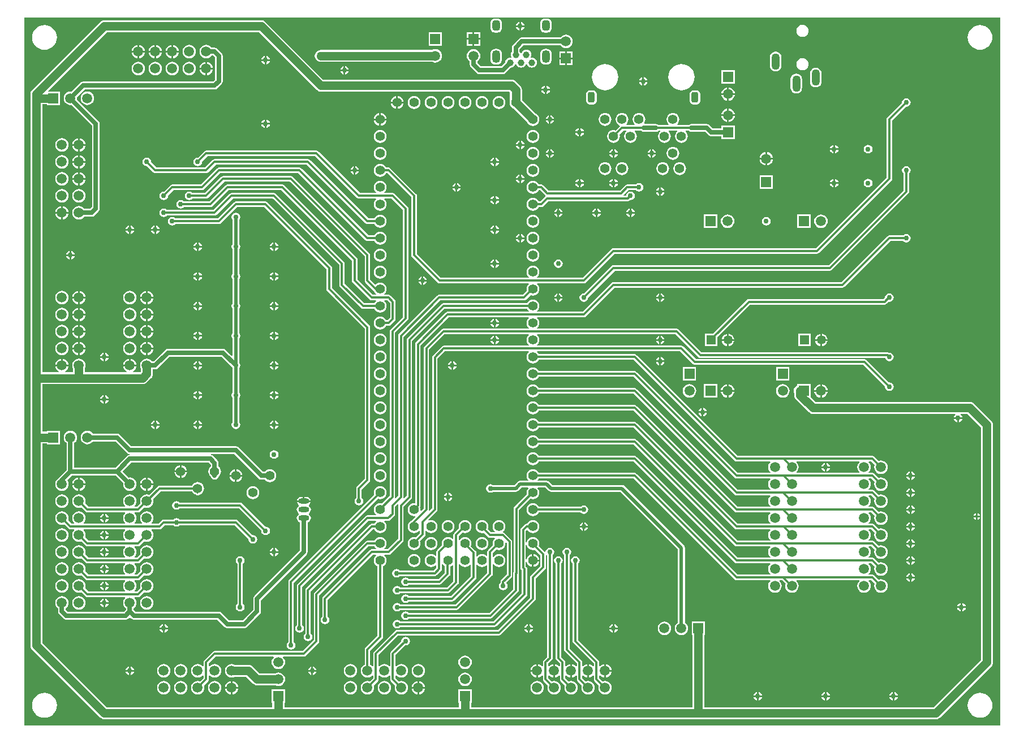
<source format=gbl>
%FSLAX43Y43*%
%MOMM*%
G71*
G01*
G75*
G04 Layer_Physical_Order=2*
G04 Layer_Color=16711680*
%ADD10O,0.600X2.300*%
%ADD11O,2.500X0.700*%
%ADD12R,1.400X1.200*%
%ADD13R,1.300X1.500*%
%ADD14R,1.500X0.600*%
%ADD15R,1.200X1.400*%
%ADD16R,1.400X1.500*%
%ADD17R,1.500X1.300*%
G04:AMPARAMS|DCode=18|XSize=2.1mm|YSize=1.4mm|CornerRadius=0.14mm|HoleSize=0mm|Usage=FLASHONLY|Rotation=0.000|XOffset=0mm|YOffset=0mm|HoleType=Round|Shape=RoundedRectangle|*
%AMROUNDEDRECTD18*
21,1,2.100,1.120,0,0,0.0*
21,1,1.820,1.400,0,0,0.0*
1,1,0.280,0.910,-0.560*
1,1,0.280,-0.910,-0.560*
1,1,0.280,-0.910,0.560*
1,1,0.280,0.910,0.560*
%
%ADD18ROUNDEDRECTD18*%
%ADD19R,2.400X3.300*%
%ADD20R,2.400X1.000*%
G04:AMPARAMS|DCode=21|XSize=2.7mm|YSize=0.7mm|CornerRadius=0.14mm|HoleSize=0mm|Usage=FLASHONLY|Rotation=270.000|XOffset=0mm|YOffset=0mm|HoleType=Round|Shape=RoundedRectangle|*
%AMROUNDEDRECTD21*
21,1,2.700,0.420,0,0,270.0*
21,1,2.420,0.700,0,0,270.0*
1,1,0.280,-0.210,-1.210*
1,1,0.280,-0.210,1.210*
1,1,0.280,0.210,1.210*
1,1,0.280,0.210,-1.210*
%
%ADD21ROUNDEDRECTD21*%
G04:AMPARAMS|DCode=22|XSize=1.8mm|YSize=1.6mm|CornerRadius=0.16mm|HoleSize=0mm|Usage=FLASHONLY|Rotation=90.000|XOffset=0mm|YOffset=0mm|HoleType=Round|Shape=RoundedRectangle|*
%AMROUNDEDRECTD22*
21,1,1.800,1.280,0,0,90.0*
21,1,1.480,1.600,0,0,90.0*
1,1,0.320,0.640,0.740*
1,1,0.320,0.640,-0.740*
1,1,0.320,-0.640,-0.740*
1,1,0.320,-0.640,0.740*
%
%ADD22ROUNDEDRECTD22*%
%ADD23C,0.305*%
%ADD24C,1.270*%
%ADD25C,0.635*%
%ADD26C,0.508*%
%ADD27O,1.600X0.800*%
%ADD28C,1.000*%
G04:AMPARAMS|DCode=29|XSize=1.8mm|YSize=1.2mm|CornerRadius=0.48mm|HoleSize=0mm|Usage=FLASHONLY|Rotation=270.000|XOffset=0mm|YOffset=0mm|HoleType=Round|Shape=RoundedRectangle|*
%AMROUNDEDRECTD29*
21,1,1.800,0.240,0,0,270.0*
21,1,0.840,1.200,0,0,270.0*
1,1,0.960,-0.120,-0.420*
1,1,0.960,-0.120,0.420*
1,1,0.960,0.120,0.420*
1,1,0.960,0.120,-0.420*
%
%ADD29ROUNDEDRECTD29*%
G04:AMPARAMS|DCode=30|XSize=1.6mm|YSize=1.2mm|CornerRadius=0.48mm|HoleSize=0mm|Usage=FLASHONLY|Rotation=270.000|XOffset=0mm|YOffset=0mm|HoleType=Round|Shape=RoundedRectangle|*
%AMROUNDEDRECTD30*
21,1,1.600,0.240,0,0,270.0*
21,1,0.640,1.200,0,0,270.0*
1,1,0.960,-0.120,-0.320*
1,1,0.960,-0.120,0.320*
1,1,0.960,0.120,0.320*
1,1,0.960,0.120,-0.320*
%
%ADD30ROUNDEDRECTD30*%
%ADD31R,1.500X1.500*%
%ADD32C,1.500*%
%ADD33R,1.500X1.500*%
%ADD34C,1.400*%
%ADD35C,1.350*%
%ADD36R,1.350X1.350*%
G04:AMPARAMS|DCode=37|XSize=1.6mm|YSize=1mm|CornerRadius=0.25mm|HoleSize=0mm|Usage=FLASHONLY|Rotation=270.000|XOffset=0mm|YOffset=0mm|HoleType=Round|Shape=RoundedRectangle|*
%AMROUNDEDRECTD37*
21,1,1.600,0.500,0,0,270.0*
21,1,1.100,1.000,0,0,270.0*
1,1,0.500,-0.250,-0.550*
1,1,0.500,-0.250,0.550*
1,1,0.500,0.250,0.550*
1,1,0.500,0.250,-0.550*
%
%ADD37ROUNDEDRECTD37*%
%ADD38C,1.500*%
%ADD39R,1.500X1.500*%
G04:AMPARAMS|DCode=40|XSize=2.4mm|YSize=1.2mm|CornerRadius=0.54mm|HoleSize=0mm|Usage=FLASHONLY|Rotation=270.000|XOffset=0mm|YOffset=0mm|HoleType=Round|Shape=RoundedRectangle|*
%AMROUNDEDRECTD40*
21,1,2.400,0.120,0,0,270.0*
21,1,1.320,1.200,0,0,270.0*
1,1,1.080,-0.060,-0.660*
1,1,1.080,-0.060,0.660*
1,1,1.080,0.060,0.660*
1,1,1.080,0.060,-0.660*
%
%ADD40ROUNDEDRECTD40*%
%ADD41C,0.762*%
%ADD42C,0.457*%
%ADD43C,1.270*%
G36*
X148000Y2000D02*
X2000D01*
Y108000D01*
X148000D01*
Y2000D01*
D02*
G37*
%LPC*%
G36*
X28562Y51308D02*
X28067D01*
Y50813D01*
X28188Y50837D01*
X28398Y50977D01*
X28538Y51187D01*
X28562Y51308D01*
D02*
G37*
G36*
X39243D02*
X38748D01*
X38772Y51187D01*
X38912Y50977D01*
X39122Y50837D01*
X39243Y50813D01*
Y51308D01*
D02*
G37*
G36*
X14592Y50673D02*
X14097D01*
Y50178D01*
X14218Y50202D01*
X14428Y50342D01*
X14568Y50552D01*
X14592Y50673D01*
D02*
G37*
G36*
X27813Y51308D02*
X27318D01*
X27342Y51187D01*
X27482Y50977D01*
X27692Y50837D01*
X27813Y50813D01*
Y51308D01*
D02*
G37*
G36*
X39992D02*
X39497D01*
Y50813D01*
X39618Y50837D01*
X39828Y50977D01*
X39968Y51187D01*
X39992Y51308D01*
D02*
G37*
G36*
X101520Y53083D02*
X101258Y53048D01*
X101014Y52947D01*
X100804Y52786D01*
X100643Y52576D01*
X100542Y52332D01*
X100507Y52070D01*
X100542Y51808D01*
X100643Y51564D01*
X100804Y51354D01*
X101014Y51193D01*
X101258Y51092D01*
X101520Y51057D01*
X101782Y51092D01*
X102026Y51193D01*
X102236Y51354D01*
X102397Y51564D01*
X102498Y51808D01*
X102533Y52070D01*
X102498Y52332D01*
X102397Y52576D01*
X102236Y52786D01*
X102026Y52947D01*
X101782Y53048D01*
X101520Y53083D01*
D02*
G37*
G36*
X115490D02*
X115228Y53048D01*
X114984Y52947D01*
X114774Y52786D01*
X114613Y52576D01*
X114512Y52332D01*
X114477Y52070D01*
X114512Y51808D01*
X114613Y51564D01*
X114774Y51354D01*
X114984Y51193D01*
X115228Y51092D01*
X115490Y51057D01*
X115752Y51092D01*
X115996Y51193D01*
X116206Y51354D01*
X116367Y51564D01*
X116468Y51808D01*
X116503Y52070D01*
X116468Y52332D01*
X116367Y52576D01*
X116206Y52786D01*
X115996Y52947D01*
X115752Y53048D01*
X115490Y53083D01*
D02*
G37*
G36*
X13843Y51422D02*
X13722Y51398D01*
X13512Y51258D01*
X13372Y51048D01*
X13348Y50927D01*
X13843D01*
Y51422D01*
D02*
G37*
G36*
X14097D02*
Y50927D01*
X14592D01*
X14568Y51048D01*
X14428Y51258D01*
X14218Y51398D01*
X14097Y51422D01*
D02*
G37*
G36*
X142354Y47879D02*
X141859D01*
Y47384D01*
X141980Y47408D01*
X142190Y47548D01*
X142330Y47758D01*
X142354Y47879D01*
D02*
G37*
G36*
X103378Y48768D02*
X102883D01*
X102907Y48647D01*
X103047Y48437D01*
X103257Y48297D01*
X103378Y48273D01*
Y48768D01*
D02*
G37*
G36*
X39497Y47612D02*
Y47117D01*
X39992D01*
X39968Y47238D01*
X39828Y47448D01*
X39618Y47588D01*
X39497Y47612D01*
D02*
G37*
G36*
X141605Y47879D02*
X141110D01*
X141134Y47758D01*
X141274Y47548D01*
X141484Y47408D01*
X141605Y47384D01*
Y47879D01*
D02*
G37*
G36*
X104127Y48768D02*
X103632D01*
Y48273D01*
X103753Y48297D01*
X103963Y48437D01*
X104103Y48647D01*
X104127Y48768D01*
D02*
G37*
G36*
X103632Y49517D02*
Y49022D01*
X104127D01*
X104103Y49143D01*
X103963Y49353D01*
X103753Y49493D01*
X103632Y49517D01*
D02*
G37*
G36*
X13843Y50673D02*
X13348D01*
X13372Y50552D01*
X13512Y50342D01*
X13722Y50202D01*
X13843Y50178D01*
Y50673D01*
D02*
G37*
G36*
X55245Y50492D02*
X54996Y50459D01*
X54764Y50363D01*
X54565Y50210D01*
X54412Y50011D01*
X54316Y49779D01*
X54283Y49530D01*
X54316Y49281D01*
X54412Y49049D01*
X54565Y48850D01*
X54764Y48697D01*
X54996Y48601D01*
X55245Y48568D01*
X55494Y48601D01*
X55726Y48697D01*
X55925Y48850D01*
X56078Y49049D01*
X56174Y49281D01*
X56207Y49530D01*
X56174Y49779D01*
X56078Y50011D01*
X55925Y50210D01*
X55726Y50363D01*
X55494Y50459D01*
X55245Y50492D01*
D02*
G37*
G36*
X103378Y49517D02*
X103257Y49493D01*
X103047Y49353D01*
X102907Y49143D01*
X102883Y49022D01*
X103378D01*
Y49517D01*
D02*
G37*
G36*
X105699Y53074D02*
X103691D01*
Y51066D01*
X105699D01*
Y53074D01*
D02*
G37*
G36*
X121078Y53066D02*
X120943Y53048D01*
X120699Y52947D01*
X120489Y52786D01*
X120328Y52576D01*
X120227Y52332D01*
X120209Y52197D01*
X121078D01*
Y53066D01*
D02*
G37*
G36*
X121332D02*
Y52197D01*
X122201D01*
X122183Y52332D01*
X122082Y52576D01*
X121921Y52786D01*
X121711Y52947D01*
X121467Y53048D01*
X121332Y53066D01*
D02*
G37*
G36*
X107108D02*
X106973Y53048D01*
X106729Y52947D01*
X106519Y52786D01*
X106358Y52576D01*
X106257Y52332D01*
X106239Y52197D01*
X107108D01*
Y53066D01*
D02*
G37*
G36*
X107362D02*
Y52197D01*
X108231D01*
X108213Y52332D01*
X108112Y52576D01*
X107951Y52786D01*
X107741Y52947D01*
X107497Y53048D01*
X107362Y53066D01*
D02*
G37*
G36*
X102524Y55614D02*
X100516D01*
Y53606D01*
X102524D01*
Y55614D01*
D02*
G37*
G36*
X27813Y55753D02*
X27318D01*
X27342Y55632D01*
X27482Y55422D01*
X27692Y55282D01*
X27813Y55258D01*
Y55753D01*
D02*
G37*
G36*
X28562D02*
X28067D01*
Y55258D01*
X28188Y55282D01*
X28398Y55422D01*
X28538Y55632D01*
X28562Y55753D01*
D02*
G37*
G36*
X116494Y55614D02*
X114486D01*
Y53606D01*
X116494D01*
Y55614D01*
D02*
G37*
G36*
X55245Y55572D02*
X54996Y55539D01*
X54764Y55443D01*
X54565Y55290D01*
X54412Y55091D01*
X54316Y54859D01*
X54283Y54610D01*
X54316Y54361D01*
X54412Y54129D01*
X54565Y53930D01*
X54764Y53777D01*
X54996Y53681D01*
X55245Y53648D01*
X55494Y53681D01*
X55726Y53777D01*
X55925Y53930D01*
X56078Y54129D01*
X56174Y54361D01*
X56207Y54610D01*
X56174Y54859D01*
X56078Y55091D01*
X55925Y55290D01*
X55726Y55443D01*
X55494Y55539D01*
X55245Y55572D01*
D02*
G37*
G36*
X121078Y51943D02*
X120209D01*
X120227Y51808D01*
X120328Y51564D01*
X120489Y51354D01*
X120699Y51193D01*
X120943Y51092D01*
X121078Y51074D01*
Y51943D01*
D02*
G37*
G36*
X122201D02*
X121332D01*
Y51074D01*
X121467Y51092D01*
X121711Y51193D01*
X121921Y51354D01*
X122082Y51564D01*
X122183Y51808D01*
X122201Y51943D01*
D02*
G37*
G36*
X107108D02*
X106239D01*
X106257Y51808D01*
X106358Y51564D01*
X106519Y51354D01*
X106729Y51193D01*
X106973Y51092D01*
X107108Y51074D01*
Y51943D01*
D02*
G37*
G36*
X108231D02*
X107362D01*
Y51074D01*
X107497Y51092D01*
X107741Y51193D01*
X107951Y51354D01*
X108112Y51564D01*
X108213Y51808D01*
X108231Y51943D01*
D02*
G37*
G36*
X55245Y53032D02*
X54996Y52999D01*
X54764Y52903D01*
X54565Y52750D01*
X54412Y52551D01*
X54316Y52319D01*
X54283Y52070D01*
X54316Y51821D01*
X54412Y51589D01*
X54565Y51390D01*
X54764Y51237D01*
X54996Y51141D01*
X55245Y51108D01*
X55494Y51141D01*
X55726Y51237D01*
X55925Y51390D01*
X56078Y51589D01*
X56174Y51821D01*
X56207Y52070D01*
X56174Y52319D01*
X56078Y52551D01*
X55925Y52750D01*
X55726Y52903D01*
X55494Y52999D01*
X55245Y53032D01*
D02*
G37*
G36*
X39243Y52057D02*
X39122Y52033D01*
X38912Y51893D01*
X38772Y51683D01*
X38748Y51562D01*
X39243D01*
Y52057D01*
D02*
G37*
G36*
X39497D02*
Y51562D01*
X39992D01*
X39968Y51683D01*
X39828Y51893D01*
X39618Y52033D01*
X39497Y52057D01*
D02*
G37*
G36*
X27813D02*
X27692Y52033D01*
X27482Y51893D01*
X27342Y51683D01*
X27318Y51562D01*
X27813D01*
Y52057D01*
D02*
G37*
G36*
X28067D02*
Y51562D01*
X28562D01*
X28538Y51683D01*
X28398Y51893D01*
X28188Y52033D01*
X28067Y52057D01*
D02*
G37*
G36*
X134493Y39243D02*
X133998D01*
X134022Y39122D01*
X134162Y38912D01*
X134372Y38772D01*
X134493Y38748D01*
Y39243D01*
D02*
G37*
G36*
X135242D02*
X134747D01*
Y38748D01*
X134868Y38772D01*
X135078Y38912D01*
X135218Y39122D01*
X135242Y39243D01*
D02*
G37*
G36*
X33528D02*
X32709D01*
X32726Y39121D01*
X32822Y38889D01*
X32975Y38690D01*
X33174Y38537D01*
X33406Y38441D01*
X33528Y38424D01*
Y39243D01*
D02*
G37*
G36*
X34601D02*
X33782D01*
Y38424D01*
X33904Y38441D01*
X34136Y38537D01*
X34335Y38690D01*
X34488Y38889D01*
X34584Y39121D01*
X34601Y39243D01*
D02*
G37*
G36*
X25273Y39878D02*
X24454D01*
X24471Y39756D01*
X24567Y39524D01*
X24720Y39325D01*
X24919Y39172D01*
X25151Y39076D01*
X25273Y39059D01*
Y39878D01*
D02*
G37*
G36*
X33782Y40316D02*
Y39497D01*
X34601D01*
X34584Y39619D01*
X34488Y39851D01*
X34335Y40050D01*
X34136Y40203D01*
X33904Y40299D01*
X33782Y40316D01*
D02*
G37*
G36*
X134493Y39992D02*
X134372Y39968D01*
X134162Y39828D01*
X134022Y39618D01*
X133998Y39497D01*
X134493D01*
Y39992D01*
D02*
G37*
G36*
X26346Y39878D02*
X25527D01*
Y39059D01*
X25649Y39076D01*
X25881Y39172D01*
X26080Y39325D01*
X26233Y39524D01*
X26329Y39756D01*
X26346Y39878D01*
D02*
G37*
G36*
X33528Y40316D02*
X33406Y40299D01*
X33174Y40203D01*
X32975Y40050D01*
X32822Y39851D01*
X32726Y39619D01*
X32709Y39497D01*
X33528D01*
Y40316D01*
D02*
G37*
G36*
X20193Y37973D02*
X19324D01*
X19342Y37838D01*
X19443Y37594D01*
X19604Y37384D01*
X19814Y37223D01*
X20058Y37122D01*
X20193Y37104D01*
Y37973D01*
D02*
G37*
G36*
X21316D02*
X20447D01*
Y37104D01*
X20582Y37122D01*
X20826Y37223D01*
X21036Y37384D01*
X21197Y37594D01*
X21298Y37838D01*
X21316Y37973D01*
D02*
G37*
G36*
X10033D02*
X9164D01*
X9182Y37838D01*
X9283Y37594D01*
X9444Y37384D01*
X9654Y37223D01*
X9898Y37122D01*
X10033Y37104D01*
Y37973D01*
D02*
G37*
G36*
X11156D02*
X10287D01*
Y37104D01*
X10422Y37122D01*
X10666Y37223D01*
X10876Y37384D01*
X11037Y37594D01*
X11138Y37838D01*
X11156Y37973D01*
D02*
G37*
G36*
X10033Y39096D02*
X9898Y39078D01*
X9654Y38977D01*
X9444Y38816D01*
X9283Y38606D01*
X9182Y38362D01*
X9164Y38227D01*
X10033D01*
Y39096D01*
D02*
G37*
G36*
X20447D02*
Y38227D01*
X21316D01*
X21298Y38362D01*
X21197Y38606D01*
X21036Y38816D01*
X20826Y38977D01*
X20582Y39078D01*
X20447Y39096D01*
D02*
G37*
G36*
X55245Y40332D02*
X54996Y40299D01*
X54764Y40203D01*
X54565Y40050D01*
X54412Y39851D01*
X54316Y39619D01*
X54283Y39370D01*
X54316Y39121D01*
X54412Y38889D01*
X54565Y38690D01*
X54764Y38537D01*
X54996Y38441D01*
X55245Y38408D01*
X55494Y38441D01*
X55726Y38537D01*
X55925Y38690D01*
X56078Y38889D01*
X56174Y39121D01*
X56207Y39370D01*
X56174Y39619D01*
X56078Y39851D01*
X55925Y40050D01*
X55726Y40203D01*
X55494Y40299D01*
X55245Y40332D01*
D02*
G37*
G36*
X10287Y39096D02*
Y38227D01*
X11156D01*
X11138Y38362D01*
X11037Y38606D01*
X10876Y38816D01*
X10666Y38977D01*
X10422Y39078D01*
X10287Y39096D01*
D02*
G37*
G36*
X20193D02*
X20058Y39078D01*
X19814Y38977D01*
X19604Y38816D01*
X19443Y38606D01*
X19342Y38362D01*
X19324Y38227D01*
X20193D01*
Y39096D01*
D02*
G37*
G36*
X134747Y39992D02*
Y39497D01*
X135242D01*
X135218Y39618D01*
X135078Y39828D01*
X134868Y39968D01*
X134747Y39992D01*
D02*
G37*
G36*
X39243Y46863D02*
X38748D01*
X38772Y46742D01*
X38912Y46532D01*
X39122Y46392D01*
X39243Y46368D01*
Y46863D01*
D02*
G37*
G36*
X39992D02*
X39497D01*
Y46368D01*
X39618Y46392D01*
X39828Y46532D01*
X39968Y46742D01*
X39992Y46863D01*
D02*
G37*
G36*
X27813D02*
X27318D01*
X27342Y46742D01*
X27482Y46532D01*
X27692Y46392D01*
X27813Y46368D01*
Y46863D01*
D02*
G37*
G36*
X28562D02*
X28067D01*
Y46368D01*
X28188Y46392D01*
X28398Y46532D01*
X28538Y46742D01*
X28562Y46863D01*
D02*
G37*
G36*
X21463Y47612D02*
X21342Y47588D01*
X21132Y47448D01*
X20992Y47238D01*
X20968Y47117D01*
X21463D01*
Y47612D01*
D02*
G37*
G36*
X28067D02*
Y47117D01*
X28562D01*
X28538Y47238D01*
X28398Y47448D01*
X28188Y47588D01*
X28067Y47612D01*
D02*
G37*
G36*
X39243D02*
X39122Y47588D01*
X38912Y47448D01*
X38772Y47238D01*
X38748Y47117D01*
X39243D01*
Y47612D01*
D02*
G37*
G36*
X21717D02*
Y47117D01*
X22212D01*
X22188Y47238D01*
X22048Y47448D01*
X21838Y47588D01*
X21717Y47612D01*
D02*
G37*
G36*
X27813D02*
X27692Y47588D01*
X27482Y47448D01*
X27342Y47238D01*
X27318Y47117D01*
X27813D01*
Y47612D01*
D02*
G37*
G36*
X11430Y46098D02*
X11168Y46063D01*
X10924Y45962D01*
X10714Y45801D01*
X10553Y45591D01*
X10452Y45347D01*
X10417Y45085D01*
X10452Y44823D01*
X10553Y44579D01*
X10714Y44369D01*
X10924Y44208D01*
X11168Y44107D01*
X11430Y44072D01*
X11692Y44107D01*
X11936Y44208D01*
X12146Y44369D01*
X12248Y44502D01*
X15634D01*
X17368Y42768D01*
X17557Y42642D01*
X17724Y42609D01*
Y42481D01*
X17557Y42448D01*
X17368Y42322D01*
X15634Y40588D01*
X9473D01*
Y44267D01*
X9606Y44369D01*
X9767Y44579D01*
X9868Y44823D01*
X9903Y45085D01*
X9868Y45347D01*
X9767Y45591D01*
X9606Y45801D01*
X9396Y45962D01*
X9152Y46063D01*
X8890Y46098D01*
X8628Y46063D01*
X8384Y45962D01*
X8174Y45801D01*
X8013Y45591D01*
X7912Y45347D01*
X7877Y45085D01*
X7912Y44823D01*
X8013Y44579D01*
X8174Y44369D01*
X8307Y44267D01*
Y40246D01*
X7208Y39147D01*
X7082Y38958D01*
X7080Y38951D01*
X6904Y38816D01*
X6743Y38606D01*
X6642Y38362D01*
X6607Y38100D01*
X6642Y37838D01*
X6743Y37594D01*
X6904Y37384D01*
X7114Y37223D01*
X7358Y37122D01*
X7620Y37087D01*
X7882Y37122D01*
X8126Y37223D01*
X8336Y37384D01*
X8497Y37594D01*
X8598Y37838D01*
X8633Y38100D01*
X8598Y38362D01*
X8497Y38606D01*
X8418Y38709D01*
X9131Y39422D01*
X15634D01*
X16789Y38267D01*
X16767Y38100D01*
X16802Y37838D01*
X16903Y37594D01*
X17064Y37384D01*
X17274Y37223D01*
X17518Y37122D01*
X17780Y37087D01*
X18042Y37122D01*
X18286Y37223D01*
X18496Y37384D01*
X18657Y37594D01*
X18758Y37838D01*
X18793Y38100D01*
X18758Y38362D01*
X18657Y38606D01*
X18496Y38816D01*
X18286Y38977D01*
X18042Y39078D01*
X17780Y39113D01*
X17613Y39091D01*
X16699Y40005D01*
X18021Y41327D01*
X29604D01*
X29897Y41034D01*
Y40760D01*
X29800Y40685D01*
X29647Y40486D01*
X29551Y40254D01*
X29518Y40005D01*
X29551Y39756D01*
X29647Y39524D01*
X29800Y39325D01*
X29926Y39228D01*
X29942Y39147D01*
X30068Y38958D01*
X30257Y38832D01*
X30480Y38787D01*
X30703Y38832D01*
X30892Y38958D01*
X31018Y39147D01*
X31034Y39228D01*
X31160Y39325D01*
X31313Y39524D01*
X31409Y39756D01*
X31442Y40005D01*
X31409Y40254D01*
X31313Y40486D01*
X31160Y40685D01*
X31063Y40760D01*
Y41275D01*
X31018Y41498D01*
X30892Y41687D01*
X30257Y42322D01*
X30068Y42448D01*
X29955Y42471D01*
X29967Y42597D01*
X33414D01*
X37053Y38958D01*
X37053D01*
X37053Y38958D01*
X37053D01*
X37053Y38958D01*
Y38958D01*
X37053Y38958D01*
Y38958D01*
X37242Y38832D01*
X37465Y38787D01*
X37980D01*
X38055Y38690D01*
X38254Y38537D01*
X38486Y38441D01*
X38735Y38408D01*
X38984Y38441D01*
X39216Y38537D01*
X39415Y38690D01*
X39568Y38889D01*
X39664Y39121D01*
X39697Y39370D01*
X39664Y39619D01*
X39568Y39851D01*
X39415Y40050D01*
X39216Y40203D01*
X38984Y40299D01*
X38735Y40332D01*
X38486Y40299D01*
X38254Y40203D01*
X38055Y40050D01*
X37980Y39953D01*
X37706D01*
X34067Y43592D01*
X33878Y43718D01*
X33655Y43763D01*
X18021D01*
X16287Y45497D01*
X16098Y45623D01*
X15875Y45668D01*
X12248D01*
X12146Y45801D01*
X11936Y45962D01*
X11692Y46063D01*
X11430Y46098D01*
D02*
G37*
G36*
X55245Y42872D02*
X54996Y42839D01*
X54764Y42743D01*
X54565Y42590D01*
X54412Y42391D01*
X54316Y42159D01*
X54283Y41910D01*
X54316Y41661D01*
X54412Y41429D01*
X54565Y41230D01*
X54764Y41077D01*
X54996Y40981D01*
X55245Y40948D01*
X55494Y40981D01*
X55726Y41077D01*
X55925Y41230D01*
X56078Y41429D01*
X56174Y41661D01*
X56207Y41910D01*
X56174Y42159D01*
X56078Y42391D01*
X55925Y42590D01*
X55726Y42743D01*
X55494Y42839D01*
X55245Y42872D01*
D02*
G37*
G36*
X25273Y40951D02*
X25151Y40934D01*
X24919Y40838D01*
X24720Y40685D01*
X24567Y40486D01*
X24471Y40254D01*
X24454Y40132D01*
X25273D01*
Y40951D01*
D02*
G37*
G36*
X25527D02*
Y40132D01*
X26346D01*
X26329Y40254D01*
X26233Y40486D01*
X26080Y40685D01*
X25881Y40838D01*
X25649Y40934D01*
X25527Y40951D01*
D02*
G37*
G36*
X39370Y43192D02*
X39122Y43143D01*
X38912Y43003D01*
X38772Y42793D01*
X38723Y42545D01*
X38772Y42297D01*
X38912Y42087D01*
X39122Y41947D01*
X39370Y41898D01*
X39618Y41947D01*
X39828Y42087D01*
X39968Y42297D01*
X40017Y42545D01*
X39968Y42793D01*
X39828Y43003D01*
X39618Y43143D01*
X39370Y43192D01*
D02*
G37*
G36*
X21463Y46863D02*
X20968D01*
X20992Y46742D01*
X21132Y46532D01*
X21342Y46392D01*
X21463Y46368D01*
Y46863D01*
D02*
G37*
G36*
X22212D02*
X21717D01*
Y46368D01*
X21838Y46392D01*
X22048Y46532D01*
X22188Y46742D01*
X22212Y46863D01*
D02*
G37*
G36*
X55245Y45412D02*
X54996Y45379D01*
X54764Y45283D01*
X54565Y45130D01*
X54412Y44931D01*
X54316Y44699D01*
X54283Y44450D01*
X54316Y44201D01*
X54412Y43969D01*
X54565Y43770D01*
X54764Y43617D01*
X54996Y43521D01*
X55245Y43488D01*
X55494Y43521D01*
X55726Y43617D01*
X55925Y43770D01*
X56078Y43969D01*
X56174Y44201D01*
X56207Y44450D01*
X56174Y44699D01*
X56078Y44931D01*
X55925Y45130D01*
X55726Y45283D01*
X55494Y45379D01*
X55245Y45412D01*
D02*
G37*
G36*
Y47952D02*
X54996Y47919D01*
X54764Y47823D01*
X54565Y47670D01*
X54412Y47471D01*
X54316Y47239D01*
X54283Y46990D01*
X54316Y46741D01*
X54412Y46509D01*
X54565Y46310D01*
X54764Y46157D01*
X54996Y46061D01*
X55245Y46028D01*
X55494Y46061D01*
X55726Y46157D01*
X55925Y46310D01*
X56078Y46509D01*
X56174Y46741D01*
X56207Y46990D01*
X56174Y47239D01*
X56078Y47471D01*
X55925Y47670D01*
X55726Y47823D01*
X55494Y47919D01*
X55245Y47952D01*
D02*
G37*
G36*
X39243Y55753D02*
X38748D01*
X38772Y55632D01*
X38912Y55422D01*
X39122Y55282D01*
X39243Y55258D01*
Y55753D01*
D02*
G37*
G36*
X121138Y60610D02*
X121022Y60595D01*
X120796Y60501D01*
X120602Y60353D01*
X120454Y60159D01*
X120360Y59933D01*
X120345Y59817D01*
X121138D01*
Y60610D01*
D02*
G37*
G36*
X121392D02*
Y59817D01*
X122185D01*
X122170Y59933D01*
X122076Y60159D01*
X121928Y60353D01*
X121734Y60501D01*
X121508Y60595D01*
X121392Y60610D01*
D02*
G37*
G36*
X107168D02*
X107052Y60595D01*
X106826Y60501D01*
X106632Y60353D01*
X106484Y60159D01*
X106390Y59933D01*
X106375Y59817D01*
X107168D01*
Y60610D01*
D02*
G37*
G36*
X107422D02*
Y59817D01*
X108215D01*
X108200Y59933D01*
X108106Y60159D01*
X107958Y60353D01*
X107764Y60501D01*
X107538Y60595D01*
X107422Y60610D01*
D02*
G37*
G36*
X7620Y61973D02*
X7358Y61938D01*
X7114Y61837D01*
X6904Y61676D01*
X6743Y61466D01*
X6642Y61222D01*
X6607Y60960D01*
X6642Y60698D01*
X6743Y60454D01*
X6904Y60244D01*
X7114Y60083D01*
X7358Y59982D01*
X7620Y59947D01*
X7882Y59982D01*
X8126Y60083D01*
X8336Y60244D01*
X8497Y60454D01*
X8598Y60698D01*
X8633Y60960D01*
X8598Y61222D01*
X8497Y61466D01*
X8336Y61676D01*
X8126Y61837D01*
X7882Y61938D01*
X7620Y61973D01*
D02*
G37*
G36*
X11156Y60833D02*
X10287D01*
Y59964D01*
X10422Y59982D01*
X10666Y60083D01*
X10876Y60244D01*
X11037Y60454D01*
X11138Y60698D01*
X11156Y60833D01*
D02*
G37*
G36*
X20193D02*
X19324D01*
X19342Y60698D01*
X19443Y60454D01*
X19604Y60244D01*
X19814Y60083D01*
X20058Y59982D01*
X20193Y59964D01*
Y60833D01*
D02*
G37*
G36*
X17780Y61973D02*
X17518Y61938D01*
X17274Y61837D01*
X17064Y61676D01*
X16903Y61466D01*
X16802Y61222D01*
X16767Y60960D01*
X16802Y60698D01*
X16903Y60454D01*
X17064Y60244D01*
X17274Y60083D01*
X17518Y59982D01*
X17780Y59947D01*
X18042Y59982D01*
X18286Y60083D01*
X18496Y60244D01*
X18657Y60454D01*
X18758Y60698D01*
X18793Y60960D01*
X18758Y61222D01*
X18657Y61466D01*
X18496Y61676D01*
X18286Y61837D01*
X18042Y61938D01*
X17780Y61973D01*
D02*
G37*
G36*
X10033Y60833D02*
X9164D01*
X9182Y60698D01*
X9283Y60454D01*
X9444Y60244D01*
X9654Y60083D01*
X9898Y59982D01*
X10033Y59964D01*
Y60833D01*
D02*
G37*
G36*
X97777Y59563D02*
X97282D01*
Y59068D01*
X97403Y59092D01*
X97613Y59232D01*
X97753Y59442D01*
X97777Y59563D01*
D02*
G37*
G36*
X27813Y60198D02*
X27318D01*
X27342Y60077D01*
X27482Y59867D01*
X27692Y59727D01*
X27813Y59703D01*
Y60198D01*
D02*
G37*
G36*
X122185Y59563D02*
X121392D01*
Y58770D01*
X121508Y58785D01*
X121734Y58879D01*
X121928Y59027D01*
X122076Y59221D01*
X122170Y59447D01*
X122185Y59563D01*
D02*
G37*
G36*
X97028D02*
X96533D01*
X96557Y59442D01*
X96697Y59232D01*
X96907Y59092D01*
X97028Y59068D01*
Y59563D01*
D02*
G37*
G36*
X28562Y60198D02*
X28067D01*
Y59703D01*
X28188Y59727D01*
X28398Y59867D01*
X28538Y60077D01*
X28562Y60198D01*
D02*
G37*
G36*
X97028Y60312D02*
X96907Y60288D01*
X96697Y60148D01*
X96557Y59938D01*
X96533Y59817D01*
X97028D01*
Y60312D01*
D02*
G37*
G36*
X97282D02*
Y59817D01*
X97777D01*
X97753Y59938D01*
X97613Y60148D01*
X97403Y60288D01*
X97282Y60312D01*
D02*
G37*
G36*
X39243Y60198D02*
X38748D01*
X38772Y60077D01*
X38912Y59867D01*
X39122Y59727D01*
X39243Y59703D01*
Y60198D01*
D02*
G37*
G36*
X39992D02*
X39497D01*
Y59703D01*
X39618Y59727D01*
X39828Y59867D01*
X39968Y60077D01*
X39992Y60198D01*
D02*
G37*
G36*
X21316Y60833D02*
X20447D01*
Y59964D01*
X20582Y59982D01*
X20826Y60083D01*
X21036Y60244D01*
X21197Y60454D01*
X21298Y60698D01*
X21316Y60833D01*
D02*
G37*
G36*
X11156Y63373D02*
X10287D01*
Y62504D01*
X10422Y62522D01*
X10666Y62623D01*
X10876Y62784D01*
X11037Y62994D01*
X11138Y63238D01*
X11156Y63373D01*
D02*
G37*
G36*
X20193D02*
X19324D01*
X19342Y63238D01*
X19443Y62994D01*
X19604Y62784D01*
X19814Y62623D01*
X20058Y62522D01*
X20193Y62504D01*
Y63373D01*
D02*
G37*
G36*
X17780Y64513D02*
X17518Y64478D01*
X17274Y64377D01*
X17064Y64216D01*
X16903Y64006D01*
X16802Y63762D01*
X16767Y63500D01*
X16802Y63238D01*
X16903Y62994D01*
X17064Y62784D01*
X17274Y62623D01*
X17518Y62522D01*
X17780Y62487D01*
X18042Y62522D01*
X18286Y62623D01*
X18496Y62784D01*
X18657Y62994D01*
X18758Y63238D01*
X18793Y63500D01*
X18758Y63762D01*
X18657Y64006D01*
X18496Y64216D01*
X18286Y64377D01*
X18042Y64478D01*
X17780Y64513D01*
D02*
G37*
G36*
X10033Y63373D02*
X9164D01*
X9182Y63238D01*
X9283Y62994D01*
X9444Y62784D01*
X9654Y62623D01*
X9898Y62522D01*
X10033Y62504D01*
Y63373D01*
D02*
G37*
G36*
X21316D02*
X20447D01*
Y62504D01*
X20582Y62522D01*
X20826Y62623D01*
X21036Y62784D01*
X21197Y62994D01*
X21298Y63238D01*
X21316Y63373D01*
D02*
G37*
G36*
X20193Y64496D02*
X20058Y64478D01*
X19814Y64377D01*
X19604Y64216D01*
X19443Y64006D01*
X19342Y63762D01*
X19324Y63627D01*
X20193D01*
Y64496D01*
D02*
G37*
G36*
X20447D02*
Y63627D01*
X21316D01*
X21298Y63762D01*
X21197Y64006D01*
X21036Y64216D01*
X20826Y64377D01*
X20582Y64478D01*
X20447Y64496D01*
D02*
G37*
G36*
X10033D02*
X9898Y64478D01*
X9654Y64377D01*
X9444Y64216D01*
X9283Y64006D01*
X9182Y63762D01*
X9164Y63627D01*
X10033D01*
Y64496D01*
D02*
G37*
G36*
X10287D02*
Y63627D01*
X11156D01*
X11138Y63762D01*
X11037Y64006D01*
X10876Y64216D01*
X10666Y64377D01*
X10422Y64478D01*
X10287Y64496D01*
D02*
G37*
G36*
X39243Y60947D02*
X39122Y60923D01*
X38912Y60783D01*
X38772Y60573D01*
X38748Y60452D01*
X39243D01*
Y60947D01*
D02*
G37*
G36*
X39497D02*
Y60452D01*
X39992D01*
X39968Y60573D01*
X39828Y60783D01*
X39618Y60923D01*
X39497Y60947D01*
D02*
G37*
G36*
X27813D02*
X27692Y60923D01*
X27482Y60783D01*
X27342Y60573D01*
X27318Y60452D01*
X27813D01*
Y60947D01*
D02*
G37*
G36*
X28067D02*
Y60452D01*
X28562D01*
X28538Y60573D01*
X28398Y60783D01*
X28188Y60923D01*
X28067Y60947D01*
D02*
G37*
G36*
X10033Y61956D02*
X9898Y61938D01*
X9654Y61837D01*
X9444Y61676D01*
X9283Y61466D01*
X9182Y61222D01*
X9164Y61087D01*
X10033D01*
Y61956D01*
D02*
G37*
G36*
X20447D02*
Y61087D01*
X21316D01*
X21298Y61222D01*
X21197Y61466D01*
X21036Y61676D01*
X20826Y61837D01*
X20582Y61938D01*
X20447Y61956D01*
D02*
G37*
G36*
X7620Y64513D02*
X7358Y64478D01*
X7114Y64377D01*
X6904Y64216D01*
X6743Y64006D01*
X6642Y63762D01*
X6607Y63500D01*
X6642Y63238D01*
X6743Y62994D01*
X6904Y62784D01*
X7114Y62623D01*
X7358Y62522D01*
X7620Y62487D01*
X7882Y62522D01*
X8126Y62623D01*
X8336Y62784D01*
X8497Y62994D01*
X8598Y63238D01*
X8633Y63500D01*
X8598Y63762D01*
X8497Y64006D01*
X8336Y64216D01*
X8126Y64377D01*
X7882Y64478D01*
X7620Y64513D01*
D02*
G37*
G36*
X10287Y61956D02*
Y61087D01*
X11156D01*
X11138Y61222D01*
X11037Y61466D01*
X10876Y61676D01*
X10666Y61837D01*
X10422Y61938D01*
X10287Y61956D01*
D02*
G37*
G36*
X20193D02*
X20058Y61938D01*
X19814Y61837D01*
X19604Y61676D01*
X19443Y61466D01*
X19342Y61222D01*
X19324Y61087D01*
X20193D01*
Y61956D01*
D02*
G37*
G36*
X39243Y56502D02*
X39122Y56478D01*
X38912Y56338D01*
X38772Y56128D01*
X38748Y56007D01*
X39243D01*
Y56502D01*
D02*
G37*
G36*
X39497D02*
Y56007D01*
X39992D01*
X39968Y56128D01*
X39828Y56338D01*
X39618Y56478D01*
X39497Y56502D01*
D02*
G37*
G36*
X27813D02*
X27692Y56478D01*
X27482Y56338D01*
X27342Y56128D01*
X27318Y56007D01*
X27813D01*
Y56502D01*
D02*
G37*
G36*
X28067D02*
Y56007D01*
X28562D01*
X28538Y56128D01*
X28398Y56338D01*
X28188Y56478D01*
X28067Y56502D01*
D02*
G37*
G36*
X65913D02*
X65792Y56478D01*
X65582Y56338D01*
X65442Y56128D01*
X65418Y56007D01*
X65913D01*
Y56502D01*
D02*
G37*
G36*
X13843Y57023D02*
X13348D01*
X13372Y56902D01*
X13512Y56692D01*
X13722Y56552D01*
X13843Y56528D01*
Y57023D01*
D02*
G37*
G36*
X14592D02*
X14097D01*
Y56528D01*
X14218Y56552D01*
X14428Y56692D01*
X14568Y56902D01*
X14592Y57023D01*
D02*
G37*
G36*
X66167Y56502D02*
Y56007D01*
X66662D01*
X66638Y56128D01*
X66498Y56338D01*
X66288Y56478D01*
X66167Y56502D01*
D02*
G37*
G36*
X55245Y58112D02*
X54996Y58079D01*
X54764Y57983D01*
X54565Y57830D01*
X54412Y57631D01*
X54316Y57399D01*
X54283Y57150D01*
X54316Y56901D01*
X54412Y56669D01*
X54565Y56470D01*
X54764Y56317D01*
X54996Y56221D01*
X55245Y56188D01*
X55494Y56221D01*
X55726Y56317D01*
X55925Y56470D01*
X56078Y56669D01*
X56174Y56901D01*
X56207Y57150D01*
X56174Y57399D01*
X56078Y57631D01*
X55925Y57830D01*
X55726Y57983D01*
X55494Y58079D01*
X55245Y58112D01*
D02*
G37*
G36*
X66662Y55753D02*
X66167D01*
Y55258D01*
X66288Y55282D01*
X66498Y55422D01*
X66638Y55632D01*
X66662Y55753D01*
D02*
G37*
G36*
X97028Y56388D02*
X96533D01*
X96557Y56267D01*
X96697Y56057D01*
X96907Y55917D01*
X97028Y55893D01*
Y56388D01*
D02*
G37*
G36*
X39992Y55753D02*
X39497D01*
Y55258D01*
X39618Y55282D01*
X39828Y55422D01*
X39968Y55632D01*
X39992Y55753D01*
D02*
G37*
G36*
X65913D02*
X65418D01*
X65442Y55632D01*
X65582Y55422D01*
X65792Y55282D01*
X65913Y55258D01*
Y55753D01*
D02*
G37*
G36*
X97777Y56388D02*
X97282D01*
Y55893D01*
X97403Y55917D01*
X97613Y56057D01*
X97753Y56267D01*
X97777Y56388D01*
D02*
G37*
G36*
X17653Y56876D02*
X17518Y56858D01*
X17274Y56757D01*
X17064Y56596D01*
X16903Y56386D01*
X16802Y56142D01*
X16784Y56007D01*
X17653D01*
Y56876D01*
D02*
G37*
G36*
X17907D02*
Y56007D01*
X18776D01*
X18758Y56142D01*
X18657Y56386D01*
X18496Y56596D01*
X18286Y56757D01*
X18042Y56858D01*
X17907Y56876D01*
D02*
G37*
G36*
X7493D02*
X7358Y56858D01*
X7114Y56757D01*
X6904Y56596D01*
X6743Y56386D01*
X6642Y56142D01*
X6624Y56007D01*
X7493D01*
Y56876D01*
D02*
G37*
G36*
X7747D02*
Y56007D01*
X8616D01*
X8598Y56142D01*
X8497Y56386D01*
X8336Y56596D01*
X8126Y56757D01*
X7882Y56858D01*
X7747Y56876D01*
D02*
G37*
G36*
X97028Y57137D02*
X96907Y57113D01*
X96697Y56973D01*
X96557Y56763D01*
X96533Y56642D01*
X97028D01*
Y57137D01*
D02*
G37*
G36*
X20193Y59416D02*
X20058Y59398D01*
X19814Y59297D01*
X19604Y59136D01*
X19443Y58926D01*
X19342Y58682D01*
X19324Y58547D01*
X20193D01*
Y59416D01*
D02*
G37*
G36*
X20447D02*
Y58547D01*
X21316D01*
X21298Y58682D01*
X21197Y58926D01*
X21036Y59136D01*
X20826Y59297D01*
X20582Y59398D01*
X20447Y59416D01*
D02*
G37*
G36*
X10033D02*
X9898Y59398D01*
X9654Y59297D01*
X9444Y59136D01*
X9283Y58926D01*
X9182Y58682D01*
X9164Y58547D01*
X10033D01*
Y59416D01*
D02*
G37*
G36*
X10287D02*
Y58547D01*
X11156D01*
X11138Y58682D01*
X11037Y58926D01*
X10876Y59136D01*
X10666Y59297D01*
X10422Y59398D01*
X10287Y59416D01*
D02*
G37*
G36*
X55245Y60652D02*
X54996Y60619D01*
X54764Y60523D01*
X54565Y60370D01*
X54412Y60171D01*
X54316Y59939D01*
X54283Y59690D01*
X54316Y59441D01*
X54412Y59209D01*
X54565Y59010D01*
X54764Y58857D01*
X54996Y58761D01*
X55245Y58728D01*
X55494Y58761D01*
X55726Y58857D01*
X55925Y59010D01*
X56078Y59209D01*
X56174Y59441D01*
X56207Y59690D01*
X56174Y59939D01*
X56078Y60171D01*
X55925Y60370D01*
X55726Y60523D01*
X55494Y60619D01*
X55245Y60652D01*
D02*
G37*
G36*
X108215Y59563D02*
X107422D01*
Y58770D01*
X107538Y58785D01*
X107764Y58879D01*
X107958Y59027D01*
X108106Y59221D01*
X108200Y59447D01*
X108215Y59563D01*
D02*
G37*
G36*
X121138D02*
X120345D01*
X120360Y59447D01*
X120454Y59221D01*
X120602Y59027D01*
X120796Y58879D01*
X121022Y58785D01*
X121138Y58770D01*
Y59563D01*
D02*
G37*
G36*
X119694Y60619D02*
X117836D01*
Y58761D01*
X119694D01*
Y60619D01*
D02*
G37*
G36*
X107168Y59563D02*
X106375D01*
X106390Y59447D01*
X106484Y59221D01*
X106632Y59027D01*
X106826Y58879D01*
X107052Y58785D01*
X107168Y58770D01*
Y59563D01*
D02*
G37*
G36*
X14097Y57772D02*
Y57277D01*
X14592D01*
X14568Y57398D01*
X14428Y57608D01*
X14218Y57748D01*
X14097Y57772D01*
D02*
G37*
G36*
X7620Y59433D02*
X7358Y59398D01*
X7114Y59297D01*
X6904Y59136D01*
X6743Y58926D01*
X6642Y58682D01*
X6607Y58420D01*
X6642Y58158D01*
X6743Y57914D01*
X6904Y57704D01*
X7114Y57543D01*
X7358Y57442D01*
X7620Y57407D01*
X7882Y57442D01*
X8126Y57543D01*
X8336Y57704D01*
X8497Y57914D01*
X8598Y58158D01*
X8633Y58420D01*
X8598Y58682D01*
X8497Y58926D01*
X8336Y59136D01*
X8126Y59297D01*
X7882Y59398D01*
X7620Y59433D01*
D02*
G37*
G36*
X97282Y57137D02*
Y56642D01*
X97777D01*
X97753Y56763D01*
X97613Y56973D01*
X97403Y57113D01*
X97282Y57137D01*
D02*
G37*
G36*
X13843Y57772D02*
X13722Y57748D01*
X13512Y57608D01*
X13372Y57398D01*
X13348Y57277D01*
X13843D01*
Y57772D01*
D02*
G37*
G36*
X17780Y59433D02*
X17518Y59398D01*
X17274Y59297D01*
X17064Y59136D01*
X16903Y58926D01*
X16802Y58682D01*
X16767Y58420D01*
X16802Y58158D01*
X16903Y57914D01*
X17064Y57704D01*
X17274Y57543D01*
X17518Y57442D01*
X17780Y57407D01*
X18042Y57442D01*
X18286Y57543D01*
X18496Y57704D01*
X18657Y57914D01*
X18758Y58158D01*
X18793Y58420D01*
X18758Y58682D01*
X18657Y58926D01*
X18496Y59136D01*
X18286Y59297D01*
X18042Y59398D01*
X17780Y59433D01*
D02*
G37*
G36*
X20193Y58293D02*
X19324D01*
X19342Y58158D01*
X19443Y57914D01*
X19604Y57704D01*
X19814Y57543D01*
X20058Y57442D01*
X20193Y57424D01*
Y58293D01*
D02*
G37*
G36*
X21316D02*
X20447D01*
Y57424D01*
X20582Y57442D01*
X20826Y57543D01*
X21036Y57704D01*
X21197Y57914D01*
X21298Y58158D01*
X21316Y58293D01*
D02*
G37*
G36*
X10033D02*
X9164D01*
X9182Y58158D01*
X9283Y57914D01*
X9444Y57704D01*
X9654Y57543D01*
X9898Y57442D01*
X10033Y57424D01*
Y58293D01*
D02*
G37*
G36*
X11156D02*
X10287D01*
Y57424D01*
X10422Y57442D01*
X10666Y57543D01*
X10876Y57704D01*
X11037Y57914D01*
X11138Y58158D01*
X11156Y58293D01*
D02*
G37*
G36*
X134747Y37452D02*
Y36957D01*
X135242D01*
X135218Y37078D01*
X135078Y37288D01*
X134868Y37428D01*
X134747Y37452D01*
D02*
G37*
G36*
X83185Y28587D02*
X82937Y28538D01*
X82727Y28398D01*
X82587Y28188D01*
X82538Y27940D01*
X82587Y27692D01*
X82727Y27482D01*
X82771Y27453D01*
Y13335D01*
X82802Y13176D01*
X82892Y13042D01*
X84676Y11258D01*
Y10892D01*
X84555Y10851D01*
X84536Y10876D01*
X84326Y11037D01*
X84082Y11138D01*
X83947Y11156D01*
Y10160D01*
Y9164D01*
X84082Y9182D01*
X84326Y9283D01*
X84536Y9444D01*
X84555Y9469D01*
X84676Y9428D01*
Y8890D01*
X84676Y8890D01*
X84676D01*
X84707Y8731D01*
X84797Y8597D01*
X85420Y7974D01*
X85382Y7882D01*
X85347Y7620D01*
X85382Y7358D01*
X85483Y7114D01*
X85644Y6904D01*
X85854Y6743D01*
X86098Y6642D01*
X86360Y6607D01*
X86622Y6642D01*
X86866Y6743D01*
X87076Y6904D01*
X87237Y7114D01*
X87338Y7358D01*
X87373Y7620D01*
X87338Y7882D01*
X87237Y8126D01*
X87076Y8336D01*
X86866Y8497D01*
X86622Y8598D01*
X86360Y8633D01*
X86098Y8598D01*
X86006Y8560D01*
X85504Y9062D01*
Y9428D01*
X85625Y9469D01*
X85644Y9444D01*
X85854Y9283D01*
X86098Y9182D01*
X86233Y9164D01*
Y10160D01*
Y11156D01*
X86098Y11138D01*
X85854Y11037D01*
X85644Y10876D01*
X85625Y10851D01*
X85504Y10892D01*
Y11430D01*
X85473Y11589D01*
X85383Y11723D01*
X83599Y13507D01*
Y27453D01*
X83643Y27482D01*
X83783Y27692D01*
X83832Y27940D01*
X83783Y28188D01*
X83643Y28398D01*
X83433Y28538D01*
X83185Y28587D01*
D02*
G37*
G36*
X84455Y27317D02*
X84207Y27268D01*
X83997Y27128D01*
X83857Y26918D01*
X83808Y26670D01*
X83857Y26422D01*
X83997Y26212D01*
X84041Y26183D01*
Y14605D01*
X84041Y14605D01*
X84041D01*
X84072Y14446D01*
X84162Y14312D01*
X87216Y11258D01*
Y10892D01*
X87095Y10851D01*
X87076Y10876D01*
X86866Y11037D01*
X86622Y11138D01*
X86487Y11156D01*
Y10160D01*
Y9164D01*
X86622Y9182D01*
X86866Y9283D01*
X87076Y9444D01*
X87095Y9469D01*
X87216Y9428D01*
Y8890D01*
X87216Y8890D01*
X87216D01*
X87247Y8731D01*
X87337Y8597D01*
X87960Y7974D01*
X87922Y7882D01*
X87887Y7620D01*
X87922Y7358D01*
X88023Y7114D01*
X88184Y6904D01*
X88394Y6743D01*
X88638Y6642D01*
X88900Y6607D01*
X89162Y6642D01*
X89406Y6743D01*
X89616Y6904D01*
X89777Y7114D01*
X89878Y7358D01*
X89913Y7620D01*
X89878Y7882D01*
X89777Y8126D01*
X89616Y8336D01*
X89406Y8497D01*
X89162Y8598D01*
X88900Y8633D01*
X88638Y8598D01*
X88546Y8560D01*
X88044Y9062D01*
Y9428D01*
X88165Y9469D01*
X88184Y9444D01*
X88394Y9283D01*
X88638Y9182D01*
X88773Y9164D01*
Y10160D01*
Y11156D01*
X88638Y11138D01*
X88394Y11037D01*
X88184Y10876D01*
X88165Y10851D01*
X88044Y10892D01*
Y11430D01*
X88013Y11589D01*
X87923Y11723D01*
X84869Y14777D01*
Y26183D01*
X84913Y26212D01*
X85053Y26422D01*
X85102Y26670D01*
X85053Y26918D01*
X84913Y27128D01*
X84703Y27268D01*
X84455Y27317D01*
D02*
G37*
G36*
X67945Y12443D02*
X67683Y12408D01*
X67439Y12307D01*
X67229Y12146D01*
X67068Y11936D01*
X66967Y11692D01*
X66932Y11430D01*
X66967Y11168D01*
X67068Y10924D01*
X67229Y10714D01*
X67439Y10553D01*
X67683Y10452D01*
X67945Y10417D01*
X68207Y10452D01*
X68451Y10553D01*
X68661Y10714D01*
X68822Y10924D01*
X68923Y11168D01*
X68958Y11430D01*
X68923Y11692D01*
X68822Y11936D01*
X68661Y12146D01*
X68451Y12307D01*
X68207Y12408D01*
X67945Y12443D01*
D02*
G37*
G36*
X81915Y27317D02*
X81667Y27268D01*
X81457Y27128D01*
X81317Y26918D01*
X81268Y26670D01*
X81317Y26422D01*
X81457Y26212D01*
X81501Y26183D01*
Y12065D01*
X81501Y12065D01*
X81501D01*
X81532Y11906D01*
X81622Y11772D01*
X82136Y11258D01*
Y10892D01*
X82015Y10851D01*
X81996Y10876D01*
X81786Y11037D01*
X81542Y11138D01*
X81407Y11156D01*
Y10160D01*
Y9164D01*
X81542Y9182D01*
X81786Y9283D01*
X81996Y9444D01*
X82015Y9469D01*
X82136Y9428D01*
Y8890D01*
X82136Y8890D01*
X82136D01*
X82167Y8731D01*
X82257Y8597D01*
X82880Y7974D01*
X82842Y7882D01*
X82807Y7620D01*
X82842Y7358D01*
X82943Y7114D01*
X83104Y6904D01*
X83314Y6743D01*
X83558Y6642D01*
X83820Y6607D01*
X84082Y6642D01*
X84326Y6743D01*
X84536Y6904D01*
X84697Y7114D01*
X84798Y7358D01*
X84833Y7620D01*
X84798Y7882D01*
X84697Y8126D01*
X84536Y8336D01*
X84326Y8497D01*
X84082Y8598D01*
X83820Y8633D01*
X83558Y8598D01*
X83466Y8560D01*
X82964Y9062D01*
Y9428D01*
X83085Y9469D01*
X83104Y9444D01*
X83314Y9283D01*
X83558Y9182D01*
X83693Y9164D01*
Y10160D01*
Y11156D01*
X83558Y11138D01*
X83314Y11037D01*
X83104Y10876D01*
X83085Y10851D01*
X82964Y10892D01*
Y11430D01*
X82933Y11589D01*
X82843Y11723D01*
X82329Y12237D01*
Y26183D01*
X82373Y26212D01*
X82513Y26422D01*
X82562Y26670D01*
X82513Y26918D01*
X82373Y27128D01*
X82163Y27268D01*
X81915Y27317D01*
D02*
G37*
G36*
X97790Y17523D02*
X97528Y17488D01*
X97284Y17387D01*
X97074Y17226D01*
X96913Y17016D01*
X96812Y16772D01*
X96777Y16510D01*
X96812Y16248D01*
X96913Y16004D01*
X97074Y15794D01*
X97284Y15633D01*
X97528Y15532D01*
X97790Y15497D01*
X98052Y15532D01*
X98296Y15633D01*
X98506Y15794D01*
X98667Y16004D01*
X98768Y16248D01*
X98803Y16510D01*
X98768Y16772D01*
X98667Y17016D01*
X98506Y17226D01*
X98296Y17387D01*
X98052Y17488D01*
X97790Y17523D01*
D02*
G37*
G36*
X77343Y16383D02*
X76848D01*
X76872Y16262D01*
X77012Y16052D01*
X77222Y15912D01*
X77343Y15888D01*
Y16383D01*
D02*
G37*
G36*
X78092D02*
X77597D01*
Y15888D01*
X77718Y15912D01*
X77928Y16052D01*
X78068Y16262D01*
X78092Y16383D01*
D02*
G37*
G36*
X22733D02*
X22238D01*
X22262Y16262D01*
X22402Y16052D01*
X22612Y15912D01*
X22733Y15888D01*
Y16383D01*
D02*
G37*
G36*
X23482D02*
X22987D01*
Y15888D01*
X23108Y15912D01*
X23318Y16052D01*
X23458Y16262D01*
X23482Y16383D01*
D02*
G37*
G36*
X45707Y10033D02*
X45212D01*
Y9538D01*
X45333Y9562D01*
X45543Y9702D01*
X45683Y9912D01*
X45707Y10033D01*
D02*
G37*
G36*
X17653Y10782D02*
X17532Y10758D01*
X17322Y10618D01*
X17182Y10408D01*
X17158Y10287D01*
X17653D01*
Y10782D01*
D02*
G37*
G36*
X18402Y10033D02*
X17907D01*
Y9538D01*
X18028Y9562D01*
X18238Y9702D01*
X18378Y9912D01*
X18402Y10033D01*
D02*
G37*
G36*
X44958D02*
X44463D01*
X44487Y9912D01*
X44627Y9702D01*
X44837Y9562D01*
X44958Y9538D01*
Y10033D01*
D02*
G37*
G36*
X17907Y10782D02*
Y10287D01*
X18402D01*
X18378Y10408D01*
X18238Y10618D01*
X18028Y10758D01*
X17907Y10782D01*
D02*
G37*
G36*
X78613Y11156D02*
X78478Y11138D01*
X78234Y11037D01*
X78024Y10876D01*
X77863Y10666D01*
X77762Y10422D01*
X77744Y10287D01*
X78613D01*
Y11156D01*
D02*
G37*
G36*
X89027D02*
Y10287D01*
X89896D01*
X89878Y10422D01*
X89777Y10666D01*
X89616Y10876D01*
X89406Y11037D01*
X89162Y11138D01*
X89027Y11156D01*
D02*
G37*
G36*
X44958Y10782D02*
X44837Y10758D01*
X44627Y10618D01*
X44487Y10408D01*
X44463Y10287D01*
X44958D01*
Y10782D01*
D02*
G37*
G36*
X45212D02*
Y10287D01*
X45707D01*
X45683Y10408D01*
X45543Y10618D01*
X45333Y10758D01*
X45212Y10782D01*
D02*
G37*
G36*
X90043Y16383D02*
X89548D01*
X89572Y16262D01*
X89712Y16052D01*
X89922Y15912D01*
X90043Y15888D01*
Y16383D01*
D02*
G37*
G36*
X20320Y21333D02*
X20058Y21298D01*
X19814Y21197D01*
X19604Y21036D01*
X19443Y20826D01*
X19342Y20582D01*
X19307Y20320D01*
X19342Y20058D01*
X19443Y19814D01*
X19604Y19604D01*
X19814Y19443D01*
X20058Y19342D01*
X20320Y19307D01*
X20582Y19342D01*
X20826Y19443D01*
X21036Y19604D01*
X21197Y19814D01*
X21298Y20058D01*
X21333Y20320D01*
X21298Y20582D01*
X21197Y20826D01*
X21036Y21036D01*
X20826Y21197D01*
X20582Y21298D01*
X20320Y21333D01*
D02*
G37*
G36*
X13843Y20193D02*
X13348D01*
X13372Y20072D01*
X13512Y19862D01*
X13722Y19722D01*
X13843Y19698D01*
Y20193D01*
D02*
G37*
G36*
X142862Y19558D02*
X142367D01*
Y19063D01*
X142488Y19087D01*
X142698Y19227D01*
X142838Y19437D01*
X142862Y19558D01*
D02*
G37*
G36*
X10160Y21333D02*
X9898Y21298D01*
X9654Y21197D01*
X9444Y21036D01*
X9283Y20826D01*
X9182Y20582D01*
X9147Y20320D01*
X9182Y20058D01*
X9283Y19814D01*
X9444Y19604D01*
X9654Y19443D01*
X9898Y19342D01*
X10160Y19307D01*
X10422Y19342D01*
X10666Y19443D01*
X10876Y19604D01*
X11037Y19814D01*
X11138Y20058D01*
X11173Y20320D01*
X11138Y20582D01*
X11037Y20826D01*
X10876Y21036D01*
X10666Y21197D01*
X10422Y21298D01*
X10160Y21333D01*
D02*
G37*
G36*
X14592Y20193D02*
X14097D01*
Y19698D01*
X14218Y19722D01*
X14428Y19862D01*
X14568Y20072D01*
X14592Y20193D01*
D02*
G37*
G36*
X13843Y20942D02*
X13722Y20918D01*
X13512Y20778D01*
X13372Y20568D01*
X13348Y20447D01*
X13843D01*
Y20942D01*
D02*
G37*
G36*
X14097D02*
Y20447D01*
X14592D01*
X14568Y20568D01*
X14428Y20778D01*
X14218Y20918D01*
X14097Y20942D01*
D02*
G37*
G36*
X142113Y20307D02*
X141992Y20283D01*
X141782Y20143D01*
X141642Y19933D01*
X141618Y19812D01*
X142113D01*
Y20307D01*
D02*
G37*
G36*
X142367D02*
Y19812D01*
X142862D01*
X142838Y19933D01*
X142698Y20143D01*
X142488Y20283D01*
X142367Y20307D01*
D02*
G37*
G36*
X22987Y17132D02*
Y16637D01*
X23482D01*
X23458Y16758D01*
X23318Y16968D01*
X23108Y17108D01*
X22987Y17132D01*
D02*
G37*
G36*
X77343D02*
X77222Y17108D01*
X77012Y16968D01*
X76872Y16758D01*
X76848Y16637D01*
X77343D01*
Y17132D01*
D02*
G37*
G36*
X90792Y16383D02*
X90297D01*
Y15888D01*
X90418Y15912D01*
X90628Y16052D01*
X90768Y16262D01*
X90792Y16383D01*
D02*
G37*
G36*
X22733Y17132D02*
X22612Y17108D01*
X22402Y16968D01*
X22262Y16758D01*
X22238Y16637D01*
X22733D01*
Y17132D01*
D02*
G37*
G36*
X77597D02*
Y16637D01*
X78092D01*
X78068Y16758D01*
X77928Y16968D01*
X77718Y17108D01*
X77597Y17132D01*
D02*
G37*
G36*
X34290Y27317D02*
X34042Y27268D01*
X33832Y27128D01*
X33692Y26918D01*
X33643Y26670D01*
X33692Y26422D01*
X33832Y26212D01*
X33876Y26183D01*
Y20172D01*
X33832Y20143D01*
X33692Y19933D01*
X33643Y19685D01*
X33692Y19437D01*
X33832Y19227D01*
X34042Y19087D01*
X34290Y19038D01*
X34538Y19087D01*
X34748Y19227D01*
X34888Y19437D01*
X34937Y19685D01*
X34888Y19933D01*
X34748Y20143D01*
X34704Y20172D01*
Y26183D01*
X34748Y26212D01*
X34888Y26422D01*
X34937Y26670D01*
X34888Y26918D01*
X34748Y27128D01*
X34538Y27268D01*
X34290Y27317D01*
D02*
G37*
G36*
X142113Y19558D02*
X141618D01*
X141642Y19437D01*
X141782Y19227D01*
X141992Y19087D01*
X142113Y19063D01*
Y19558D01*
D02*
G37*
G36*
X90043Y17132D02*
X89922Y17108D01*
X89712Y16968D01*
X89572Y16758D01*
X89548Y16637D01*
X90043D01*
Y17132D01*
D02*
G37*
G36*
X90297D02*
Y16637D01*
X90792D01*
X90768Y16758D01*
X90628Y16968D01*
X90418Y17108D01*
X90297Y17132D01*
D02*
G37*
G36*
X122047Y6972D02*
Y6477D01*
X122542D01*
X122518Y6598D01*
X122378Y6808D01*
X122168Y6948D01*
X122047Y6972D01*
D02*
G37*
G36*
X131953D02*
X131832Y6948D01*
X131622Y6808D01*
X131482Y6598D01*
X131458Y6477D01*
X131953D01*
Y6972D01*
D02*
G37*
G36*
X111887D02*
Y6477D01*
X112382D01*
X112358Y6598D01*
X112218Y6808D01*
X112008Y6948D01*
X111887Y6972D01*
D02*
G37*
G36*
X121793D02*
X121672Y6948D01*
X121462Y6808D01*
X121322Y6598D01*
X121298Y6477D01*
X121793D01*
Y6972D01*
D02*
G37*
G36*
X132207D02*
Y6477D01*
X132702D01*
X132678Y6598D01*
X132538Y6808D01*
X132328Y6948D01*
X132207Y6972D01*
D02*
G37*
G36*
X30480Y8633D02*
X30218Y8598D01*
X29974Y8497D01*
X29764Y8336D01*
X29603Y8126D01*
X29502Y7882D01*
X29467Y7620D01*
X29502Y7358D01*
X29603Y7114D01*
X29764Y6904D01*
X29974Y6743D01*
X30218Y6642D01*
X30480Y6607D01*
X30742Y6642D01*
X30986Y6743D01*
X31196Y6904D01*
X31357Y7114D01*
X31458Y7358D01*
X31493Y7620D01*
X31458Y7882D01*
X31357Y8126D01*
X31196Y8336D01*
X30986Y8497D01*
X30742Y8598D01*
X30480Y8633D01*
D02*
G37*
G36*
X50800D02*
X50538Y8598D01*
X50294Y8497D01*
X50084Y8336D01*
X49923Y8126D01*
X49822Y7882D01*
X49787Y7620D01*
X49822Y7358D01*
X49923Y7114D01*
X50084Y6904D01*
X50294Y6743D01*
X50538Y6642D01*
X50800Y6607D01*
X51062Y6642D01*
X51306Y6743D01*
X51516Y6904D01*
X51677Y7114D01*
X51778Y7358D01*
X51813Y7620D01*
X51778Y7882D01*
X51677Y8126D01*
X51516Y8336D01*
X51306Y8497D01*
X51062Y8598D01*
X50800Y8633D01*
D02*
G37*
G36*
X22860D02*
X22598Y8598D01*
X22354Y8497D01*
X22144Y8336D01*
X21983Y8126D01*
X21882Y7882D01*
X21847Y7620D01*
X21882Y7358D01*
X21983Y7114D01*
X22144Y6904D01*
X22354Y6743D01*
X22598Y6642D01*
X22860Y6607D01*
X23122Y6642D01*
X23366Y6743D01*
X23576Y6904D01*
X23737Y7114D01*
X23838Y7358D01*
X23873Y7620D01*
X23838Y7882D01*
X23737Y8126D01*
X23576Y8336D01*
X23366Y8497D01*
X23122Y8598D01*
X22860Y8633D01*
D02*
G37*
G36*
X25400D02*
X25138Y8598D01*
X24894Y8497D01*
X24684Y8336D01*
X24523Y8126D01*
X24422Y7882D01*
X24387Y7620D01*
X24422Y7358D01*
X24523Y7114D01*
X24684Y6904D01*
X24894Y6743D01*
X25138Y6642D01*
X25400Y6607D01*
X25662Y6642D01*
X25906Y6743D01*
X26116Y6904D01*
X26277Y7114D01*
X26378Y7358D01*
X26413Y7620D01*
X26378Y7882D01*
X26277Y8126D01*
X26116Y8336D01*
X25906Y8497D01*
X25662Y8598D01*
X25400Y8633D01*
D02*
G37*
G36*
X111633Y6223D02*
X111138D01*
X111162Y6102D01*
X111302Y5892D01*
X111512Y5752D01*
X111633Y5728D01*
Y6223D01*
D02*
G37*
G36*
X112382D02*
X111887D01*
Y5728D01*
X112008Y5752D01*
X112218Y5892D01*
X112358Y6102D01*
X112382Y6223D01*
D02*
G37*
G36*
X5000Y6863D02*
X4637Y6827D01*
X4287Y6721D01*
X3965Y6549D01*
X3683Y6317D01*
X3451Y6035D01*
X3279Y5713D01*
X3173Y5363D01*
X3137Y5000D01*
X3173Y4637D01*
X3279Y4287D01*
X3451Y3965D01*
X3683Y3683D01*
X3965Y3451D01*
X4287Y3279D01*
X4637Y3173D01*
X5000Y3137D01*
X5363Y3173D01*
X5713Y3279D01*
X6035Y3451D01*
X6317Y3683D01*
X6549Y3965D01*
X6721Y4287D01*
X6827Y4637D01*
X6863Y5000D01*
X6827Y5363D01*
X6721Y5713D01*
X6549Y6035D01*
X6317Y6317D01*
X6035Y6549D01*
X5713Y6721D01*
X5363Y6827D01*
X5000Y6863D01*
D02*
G37*
G36*
X145000D02*
X144637Y6827D01*
X144287Y6721D01*
X143965Y6549D01*
X143683Y6317D01*
X143451Y6035D01*
X143279Y5713D01*
X143173Y5363D01*
X143137Y5000D01*
X143173Y4637D01*
X143279Y4287D01*
X143451Y3965D01*
X143683Y3683D01*
X143965Y3451D01*
X144287Y3279D01*
X144637Y3173D01*
X145000Y3137D01*
X145363Y3173D01*
X145713Y3279D01*
X146035Y3451D01*
X146317Y3683D01*
X146549Y3965D01*
X146721Y4287D01*
X146827Y4637D01*
X146863Y5000D01*
X146827Y5363D01*
X146721Y5713D01*
X146549Y6035D01*
X146317Y6317D01*
X146035Y6549D01*
X145713Y6721D01*
X145363Y6827D01*
X145000Y6863D01*
D02*
G37*
G36*
X121793Y6223D02*
X121298D01*
X121322Y6102D01*
X121462Y5892D01*
X121672Y5752D01*
X121793Y5728D01*
Y6223D01*
D02*
G37*
G36*
X132702D02*
X132207D01*
Y5728D01*
X132328Y5752D01*
X132538Y5892D01*
X132678Y6102D01*
X132702Y6223D01*
D02*
G37*
G36*
X111633Y6972D02*
X111512Y6948D01*
X111302Y6808D01*
X111162Y6598D01*
X111138Y6477D01*
X111633D01*
Y6972D01*
D02*
G37*
G36*
X122542Y6223D02*
X122047D01*
Y5728D01*
X122168Y5752D01*
X122378Y5892D01*
X122518Y6102D01*
X122542Y6223D01*
D02*
G37*
G36*
X131953D02*
X131458D01*
X131482Y6102D01*
X131622Y5892D01*
X131832Y5752D01*
X131953Y5728D01*
Y6223D01*
D02*
G37*
G36*
X55880Y8633D02*
X55618Y8598D01*
X55374Y8497D01*
X55164Y8336D01*
X55003Y8126D01*
X54902Y7882D01*
X54867Y7620D01*
X54902Y7358D01*
X55003Y7114D01*
X55164Y6904D01*
X55374Y6743D01*
X55618Y6642D01*
X55880Y6607D01*
X56142Y6642D01*
X56386Y6743D01*
X56596Y6904D01*
X56757Y7114D01*
X56858Y7358D01*
X56893Y7620D01*
X56858Y7882D01*
X56757Y8126D01*
X56596Y8336D01*
X56386Y8497D01*
X56142Y8598D01*
X55880Y8633D01*
D02*
G37*
G36*
X22860Y11173D02*
X22598Y11138D01*
X22354Y11037D01*
X22144Y10876D01*
X21983Y10666D01*
X21882Y10422D01*
X21847Y10160D01*
X21882Y9898D01*
X21983Y9654D01*
X22144Y9444D01*
X22354Y9283D01*
X22598Y9182D01*
X22860Y9147D01*
X23122Y9182D01*
X23366Y9283D01*
X23576Y9444D01*
X23737Y9654D01*
X23838Y9898D01*
X23873Y10160D01*
X23838Y10422D01*
X23737Y10666D01*
X23576Y10876D01*
X23366Y11037D01*
X23122Y11138D01*
X22860Y11173D01*
D02*
G37*
G36*
X25400D02*
X25138Y11138D01*
X24894Y11037D01*
X24684Y10876D01*
X24523Y10666D01*
X24422Y10422D01*
X24387Y10160D01*
X24422Y9898D01*
X24523Y9654D01*
X24684Y9444D01*
X24894Y9283D01*
X25138Y9182D01*
X25400Y9147D01*
X25662Y9182D01*
X25906Y9283D01*
X26116Y9444D01*
X26277Y9654D01*
X26378Y9898D01*
X26413Y10160D01*
X26378Y10422D01*
X26277Y10666D01*
X26116Y10876D01*
X25906Y11037D01*
X25662Y11138D01*
X25400Y11173D01*
D02*
G37*
G36*
X33020D02*
X32758Y11138D01*
X32514Y11037D01*
X32304Y10876D01*
X32143Y10666D01*
X32042Y10422D01*
X32007Y10160D01*
X32042Y9898D01*
X32143Y9654D01*
X32304Y9444D01*
X32514Y9283D01*
X32758Y9182D01*
X33020Y9147D01*
X33282Y9182D01*
X33479Y9263D01*
X35189D01*
X36196Y8256D01*
X36382Y8113D01*
X36598Y8024D01*
X36830Y7993D01*
X39546D01*
X39743Y7912D01*
X40005Y7877D01*
X40267Y7912D01*
X40511Y8013D01*
X40721Y8174D01*
X40882Y8384D01*
X40983Y8628D01*
X41018Y8890D01*
X40983Y9152D01*
X40882Y9396D01*
X40721Y9606D01*
X40511Y9767D01*
X40267Y9868D01*
X40005Y9903D01*
X39743Y9868D01*
X39546Y9787D01*
X37201D01*
X36194Y10794D01*
X36008Y10937D01*
X35792Y11026D01*
X35560Y11057D01*
X33479D01*
X33282Y11138D01*
X33020Y11173D01*
D02*
G37*
G36*
X67945Y9903D02*
X67683Y9868D01*
X67439Y9767D01*
X67229Y9606D01*
X67068Y9396D01*
X66967Y9152D01*
X66932Y8890D01*
X66967Y8628D01*
X67068Y8384D01*
X67229Y8174D01*
X67439Y8013D01*
X67683Y7912D01*
X67945Y7877D01*
X68207Y7912D01*
X68451Y8013D01*
X68661Y8174D01*
X68822Y8384D01*
X68923Y8628D01*
X68958Y8890D01*
X68923Y9152D01*
X68822Y9396D01*
X68661Y9606D01*
X68451Y9767D01*
X68207Y9868D01*
X67945Y9903D01*
D02*
G37*
G36*
X50800Y11173D02*
X50538Y11138D01*
X50294Y11037D01*
X50084Y10876D01*
X49923Y10666D01*
X49822Y10422D01*
X49787Y10160D01*
X49822Y9898D01*
X49923Y9654D01*
X50084Y9444D01*
X50294Y9283D01*
X50538Y9182D01*
X50800Y9147D01*
X51062Y9182D01*
X51306Y9283D01*
X51516Y9444D01*
X51677Y9654D01*
X51778Y9898D01*
X51813Y10160D01*
X51778Y10422D01*
X51677Y10666D01*
X51516Y10876D01*
X51306Y11037D01*
X51062Y11138D01*
X50800Y11173D01*
D02*
G37*
G36*
X89896Y10033D02*
X89027D01*
Y9164D01*
X89162Y9182D01*
X89406Y9283D01*
X89616Y9444D01*
X89777Y9654D01*
X89878Y9898D01*
X89896Y10033D01*
D02*
G37*
G36*
X17653D02*
X17158D01*
X17182Y9912D01*
X17322Y9702D01*
X17532Y9562D01*
X17653Y9538D01*
Y10033D01*
D02*
G37*
G36*
X60960Y11173D02*
X60698Y11138D01*
X60454Y11037D01*
X60244Y10876D01*
X60083Y10666D01*
X59982Y10422D01*
X59947Y10160D01*
X59982Y9898D01*
X60083Y9654D01*
X60244Y9444D01*
X60454Y9283D01*
X60698Y9182D01*
X60960Y9147D01*
X61222Y9182D01*
X61466Y9283D01*
X61676Y9444D01*
X61837Y9654D01*
X61938Y9898D01*
X61973Y10160D01*
X61938Y10422D01*
X61837Y10666D01*
X61676Y10876D01*
X61466Y11037D01*
X61222Y11138D01*
X60960Y11173D01*
D02*
G37*
G36*
X78613Y10033D02*
X77744D01*
X77762Y9898D01*
X77863Y9654D01*
X78024Y9444D01*
X78234Y9283D01*
X78478Y9182D01*
X78613Y9164D01*
Y10033D01*
D02*
G37*
G36*
X34016Y7493D02*
X33147D01*
Y6624D01*
X33282Y6642D01*
X33526Y6743D01*
X33736Y6904D01*
X33897Y7114D01*
X33998Y7358D01*
X34016Y7493D01*
D02*
G37*
G36*
X60833D02*
X59964D01*
X59982Y7358D01*
X60083Y7114D01*
X60244Y6904D01*
X60454Y6743D01*
X60698Y6642D01*
X60833Y6624D01*
Y7493D01*
D02*
G37*
G36*
X78740Y8633D02*
X78478Y8598D01*
X78234Y8497D01*
X78024Y8336D01*
X77863Y8126D01*
X77762Y7882D01*
X77727Y7620D01*
X77762Y7358D01*
X77863Y7114D01*
X78024Y6904D01*
X78234Y6743D01*
X78478Y6642D01*
X78740Y6607D01*
X79002Y6642D01*
X79246Y6743D01*
X79456Y6904D01*
X79617Y7114D01*
X79718Y7358D01*
X79753Y7620D01*
X79718Y7882D01*
X79617Y8126D01*
X79456Y8336D01*
X79246Y8497D01*
X79002Y8598D01*
X78740Y8633D01*
D02*
G37*
G36*
X32893Y7493D02*
X32024D01*
X32042Y7358D01*
X32143Y7114D01*
X32304Y6904D01*
X32514Y6743D01*
X32758Y6642D01*
X32893Y6624D01*
Y7493D01*
D02*
G37*
G36*
X61956D02*
X61087D01*
Y6624D01*
X61222Y6642D01*
X61466Y6743D01*
X61676Y6904D01*
X61837Y7114D01*
X61938Y7358D01*
X61956Y7493D01*
D02*
G37*
G36*
X60833Y8616D02*
X60698Y8598D01*
X60454Y8497D01*
X60244Y8336D01*
X60083Y8126D01*
X59982Y7882D01*
X59964Y7747D01*
X60833D01*
Y8616D01*
D02*
G37*
G36*
X61087D02*
Y7747D01*
X61956D01*
X61938Y7882D01*
X61837Y8126D01*
X61676Y8336D01*
X61466Y8497D01*
X61222Y8598D01*
X61087Y8616D01*
D02*
G37*
G36*
X32893D02*
X32758Y8598D01*
X32514Y8497D01*
X32304Y8336D01*
X32143Y8126D01*
X32042Y7882D01*
X32024Y7747D01*
X32893D01*
Y8616D01*
D02*
G37*
G36*
X33147D02*
Y7747D01*
X34016D01*
X33998Y7882D01*
X33897Y8126D01*
X33736Y8336D01*
X33526Y8497D01*
X33282Y8598D01*
X33147Y8616D01*
D02*
G37*
G36*
X7620Y23873D02*
X7358Y23838D01*
X7114Y23737D01*
X6904Y23576D01*
X6743Y23366D01*
X6642Y23122D01*
X6607Y22860D01*
X6642Y22598D01*
X6743Y22354D01*
X6904Y22144D01*
X7114Y21983D01*
X7358Y21882D01*
X7620Y21847D01*
X7882Y21882D01*
X8126Y21983D01*
X8336Y22144D01*
X8497Y22354D01*
X8598Y22598D01*
X8633Y22860D01*
X8598Y23122D01*
X8497Y23366D01*
X8336Y23576D01*
X8126Y23737D01*
X7882Y23838D01*
X7620Y23873D01*
D02*
G37*
G36*
X14592Y32893D02*
X14097D01*
Y32398D01*
X14218Y32422D01*
X14428Y32562D01*
X14568Y32772D01*
X14592Y32893D01*
D02*
G37*
G36*
X144399Y33147D02*
X144059D01*
X144071Y33086D01*
X144178Y32926D01*
X144338Y32819D01*
X144399Y32807D01*
Y33147D01*
D02*
G37*
G36*
X134747Y32372D02*
Y31877D01*
X135242D01*
X135218Y31998D01*
X135078Y32208D01*
X134868Y32348D01*
X134747Y32372D01*
D02*
G37*
G36*
X13843Y32893D02*
X13348D01*
X13372Y32772D01*
X13512Y32562D01*
X13722Y32422D01*
X13843Y32398D01*
Y32893D01*
D02*
G37*
G36*
X144993Y33147D02*
X144653D01*
Y32807D01*
X144714Y32819D01*
X144874Y32926D01*
X144981Y33086D01*
X144993Y33147D01*
D02*
G37*
G36*
X144399Y33741D02*
X144338Y33729D01*
X144178Y33622D01*
X144071Y33462D01*
X144059Y33401D01*
X144399D01*
Y33741D01*
D02*
G37*
G36*
X144653D02*
Y33401D01*
X144993D01*
X144981Y33462D01*
X144874Y33622D01*
X144714Y33729D01*
X144653Y33741D01*
D02*
G37*
G36*
X13843Y33642D02*
X13722Y33618D01*
X13512Y33478D01*
X13372Y33268D01*
X13348Y33147D01*
X13843D01*
Y33642D01*
D02*
G37*
G36*
X14097D02*
Y33147D01*
X14592D01*
X14568Y33268D01*
X14428Y33478D01*
X14218Y33618D01*
X14097Y33642D01*
D02*
G37*
G36*
X85598Y31623D02*
X85103D01*
X85127Y31502D01*
X85267Y31292D01*
X85477Y31152D01*
X85598Y31128D01*
Y31623D01*
D02*
G37*
G36*
X86347D02*
X85852D01*
Y31128D01*
X85973Y31152D01*
X86183Y31292D01*
X86323Y31502D01*
X86347Y31623D01*
D02*
G37*
G36*
X65405Y32712D02*
X65156Y32679D01*
X64924Y32583D01*
X64725Y32430D01*
X64572Y32231D01*
X64476Y31999D01*
X64443Y31750D01*
X64476Y31501D01*
X64572Y31269D01*
X64725Y31070D01*
X64924Y30917D01*
X65156Y30821D01*
X65405Y30788D01*
X65654Y30821D01*
X65886Y30917D01*
X66085Y31070D01*
X66238Y31269D01*
X66334Y31501D01*
X66367Y31750D01*
X66334Y31999D01*
X66238Y32231D01*
X66085Y32430D01*
X65886Y32583D01*
X65654Y32679D01*
X65405Y32712D01*
D02*
G37*
G36*
X73025D02*
X72776Y32679D01*
X72544Y32583D01*
X72345Y32430D01*
X72192Y32231D01*
X72096Y31999D01*
X72063Y31750D01*
X72096Y31501D01*
X72192Y31269D01*
X72345Y31070D01*
X72416Y31015D01*
X72375Y30894D01*
X71847D01*
X71363Y31378D01*
X71414Y31501D01*
X71447Y31750D01*
X71414Y31999D01*
X71318Y32231D01*
X71165Y32430D01*
X70966Y32583D01*
X70734Y32679D01*
X70485Y32712D01*
X70236Y32679D01*
X70004Y32583D01*
X69805Y32430D01*
X69652Y32231D01*
X69556Y31999D01*
X69523Y31750D01*
X69556Y31501D01*
X69652Y31269D01*
X69805Y31070D01*
X70004Y30917D01*
X70236Y30821D01*
X70485Y30788D01*
X70734Y30821D01*
X70744Y30825D01*
X71382Y30187D01*
Y30187D01*
D01*
Y30187D01*
X71382Y30187D01*
D01*
D01*
X71382D01*
X71382Y30187D01*
Y30187D01*
X71382Y30187D01*
Y30187D01*
X71516Y30097D01*
X71675Y30066D01*
X72375D01*
X72416Y29945D01*
X72345Y29890D01*
X72192Y29691D01*
X72096Y29459D01*
X72063Y29210D01*
X72096Y28961D01*
X72100Y28951D01*
X71382Y28233D01*
X71292Y28099D01*
X71261Y27940D01*
Y27421D01*
X71147Y27365D01*
X70966Y27503D01*
X70734Y27599D01*
X70485Y27632D01*
X70236Y27599D01*
X70004Y27503D01*
X69805Y27350D01*
X69750Y27279D01*
X69629Y27320D01*
Y27860D01*
X69598Y28019D01*
X69508Y28153D01*
X68823Y28838D01*
X68874Y28961D01*
X68907Y29210D01*
X68874Y29459D01*
X68778Y29691D01*
X68625Y29890D01*
X68426Y30043D01*
X68194Y30139D01*
X67945Y30172D01*
X67696Y30139D01*
X67464Y30043D01*
X67265Y29890D01*
X67130Y29715D01*
X67009Y29755D01*
Y30308D01*
X67573Y30872D01*
X67696Y30821D01*
X67945Y30788D01*
X68194Y30821D01*
X68426Y30917D01*
X68625Y31070D01*
X68778Y31269D01*
X68874Y31501D01*
X68907Y31750D01*
X68874Y31999D01*
X68778Y32231D01*
X68625Y32430D01*
X68426Y32583D01*
X68194Y32679D01*
X67945Y32712D01*
X67696Y32679D01*
X67464Y32583D01*
X67265Y32430D01*
X67112Y32231D01*
X67016Y31999D01*
X66983Y31750D01*
X67016Y31501D01*
X67020Y31491D01*
X66302Y30773D01*
X66212Y30639D01*
X66181Y30480D01*
Y29961D01*
X66067Y29905D01*
X65886Y30043D01*
X65654Y30139D01*
X65405Y30172D01*
X65156Y30139D01*
X64924Y30043D01*
X64725Y29890D01*
X64572Y29691D01*
X64476Y29459D01*
X64443Y29210D01*
X64476Y28961D01*
X64480Y28951D01*
X63762Y28233D01*
X63672Y28099D01*
X63641Y27940D01*
Y27421D01*
X63527Y27365D01*
X63346Y27503D01*
X63114Y27599D01*
X62865Y27632D01*
X62616Y27599D01*
X62384Y27503D01*
X62185Y27350D01*
X62032Y27151D01*
X61936Y26919D01*
X61903Y26670D01*
X61936Y26421D01*
X62032Y26189D01*
X62185Y25990D01*
X62384Y25837D01*
X62616Y25741D01*
X62865Y25708D01*
X63114Y25741D01*
X63346Y25837D01*
X63527Y25975D01*
X63641Y25919D01*
Y25572D01*
X63248Y25179D01*
X58192D01*
X58163Y25223D01*
X57953Y25363D01*
X57705Y25412D01*
X57457Y25363D01*
X57247Y25223D01*
X57107Y25013D01*
X57058Y24765D01*
X57107Y24517D01*
X57247Y24307D01*
X57457Y24167D01*
X57705Y24118D01*
X57953Y24167D01*
X58163Y24307D01*
X58192Y24351D01*
X63420D01*
X63579Y24382D01*
X63713Y24472D01*
X63713Y24472D01*
X63713Y24472D01*
X64348Y25107D01*
X64438Y25241D01*
X64469Y25400D01*
X64469Y25400D01*
X64469Y25400D01*
Y25400D01*
Y26125D01*
X64590Y26166D01*
X64725Y25990D01*
X64911Y25847D01*
Y24857D01*
X63963Y23909D01*
X59542D01*
X59513Y23953D01*
X59303Y24093D01*
X59055Y24142D01*
X58807Y24093D01*
X58597Y23953D01*
X58457Y23743D01*
X58408Y23495D01*
X58457Y23247D01*
X58597Y23037D01*
X58807Y22897D01*
X59055Y22848D01*
X59303Y22897D01*
X59513Y23037D01*
X59542Y23081D01*
X64135D01*
X64294Y23112D01*
X64428Y23202D01*
X65618Y24392D01*
X65708Y24526D01*
X65739Y24685D01*
X65739Y24685D01*
X65739Y24685D01*
Y24685D01*
Y25776D01*
X65886Y25837D01*
X66067Y25975D01*
X66181Y25919D01*
Y23587D01*
X65233Y22639D01*
X58272D01*
X58243Y22683D01*
X58033Y22823D01*
X57785Y22872D01*
X57537Y22823D01*
X57327Y22683D01*
X57187Y22473D01*
X57138Y22225D01*
X57187Y21977D01*
X57327Y21767D01*
X57537Y21627D01*
X57785Y21578D01*
X58033Y21627D01*
X58243Y21767D01*
X58272Y21811D01*
X65405D01*
X65564Y21842D01*
X65698Y21932D01*
X65698Y21932D01*
X65698Y21932D01*
X66888Y23122D01*
X66978Y23256D01*
X67009Y23415D01*
X67009Y23415D01*
X67009Y23415D01*
Y23415D01*
Y26125D01*
X67130Y26166D01*
X67265Y25990D01*
X67464Y25837D01*
X67696Y25741D01*
X67945Y25708D01*
X68194Y25741D01*
X68426Y25837D01*
X68625Y25990D01*
X68680Y26061D01*
X68801Y26020D01*
Y24302D01*
X65868Y21369D01*
X59542D01*
X59513Y21413D01*
X59303Y21553D01*
X59055Y21602D01*
X58807Y21553D01*
X58597Y21413D01*
X58457Y21203D01*
X58408Y20955D01*
X58457Y20707D01*
X58597Y20497D01*
X58807Y20357D01*
X59055Y20308D01*
X59303Y20357D01*
X59513Y20497D01*
X59542Y20541D01*
X66040D01*
X66199Y20572D01*
X66333Y20662D01*
X66333Y20662D01*
X66333Y20662D01*
X69508Y23837D01*
X69598Y23971D01*
X69629Y24130D01*
X69629Y24130D01*
X69629Y24130D01*
Y24130D01*
Y26020D01*
X69750Y26061D01*
X69805Y25990D01*
X70004Y25837D01*
X70236Y25741D01*
X70485Y25708D01*
X70734Y25741D01*
X70966Y25837D01*
X71147Y25975D01*
X71261Y25919D01*
Y24857D01*
X66503Y20099D01*
X58272D01*
X58243Y20143D01*
X58033Y20283D01*
X57785Y20332D01*
X57537Y20283D01*
X57327Y20143D01*
X57187Y19933D01*
X57138Y19685D01*
X57187Y19437D01*
X57327Y19227D01*
X57537Y19087D01*
X57785Y19038D01*
X58033Y19087D01*
X58243Y19227D01*
X58272Y19271D01*
X66675D01*
X66834Y19302D01*
X66968Y19392D01*
X66968Y19392D01*
X66968Y19392D01*
X71968Y24392D01*
X72058Y24526D01*
X72089Y24685D01*
X72089Y24685D01*
X72089Y24685D01*
Y24685D01*
Y26125D01*
X72210Y26166D01*
X72345Y25990D01*
X72544Y25837D01*
X72776Y25741D01*
X73025Y25708D01*
X73274Y25741D01*
X73506Y25837D01*
X73705Y25990D01*
X73858Y26189D01*
X73954Y26421D01*
X73987Y26670D01*
X73954Y26919D01*
X73858Y27151D01*
X73705Y27350D01*
X73506Y27503D01*
X73274Y27599D01*
X73025Y27632D01*
X72776Y27599D01*
X72544Y27503D01*
X72345Y27350D01*
X72210Y27174D01*
X72089Y27215D01*
Y27768D01*
X72653Y28332D01*
X72776Y28281D01*
X73025Y28248D01*
X73274Y28281D01*
X73506Y28377D01*
X73705Y28530D01*
X73858Y28729D01*
X73954Y28961D01*
X73987Y29210D01*
X73971Y29333D01*
X74085Y29389D01*
X74182Y29292D01*
Y24603D01*
X73367Y23788D01*
X73277Y23654D01*
X73246Y23495D01*
Y23347D01*
X73202Y23318D01*
X73062Y23108D01*
X73013Y22860D01*
X73062Y22612D01*
X73202Y22402D01*
X73412Y22262D01*
X73660Y22213D01*
X73908Y22262D01*
X74118Y22402D01*
X74258Y22612D01*
X74307Y22860D01*
X74258Y23108D01*
X74118Y23318D01*
X74113Y23362D01*
X74889Y24138D01*
X74979Y24272D01*
X75010Y24431D01*
Y29464D01*
X74979Y29623D01*
X74889Y29757D01*
X73873Y30773D01*
X73739Y30863D01*
X73649Y30881D01*
X73620Y31004D01*
X73705Y31070D01*
X73858Y31269D01*
X73954Y31501D01*
X73987Y31750D01*
X73954Y31999D01*
X73858Y32231D01*
X73705Y32430D01*
X73506Y32583D01*
X73274Y32679D01*
X73025Y32712D01*
D02*
G37*
G36*
X134493Y31623D02*
X133998D01*
X134022Y31502D01*
X134162Y31292D01*
X134372Y31152D01*
X134493Y31128D01*
Y31623D01*
D02*
G37*
G36*
X85852Y32372D02*
Y31877D01*
X86347D01*
X86323Y31998D01*
X86183Y32208D01*
X85973Y32348D01*
X85852Y32372D01*
D02*
G37*
G36*
X134493D02*
X134372Y32348D01*
X134162Y32208D01*
X134022Y31998D01*
X133998Y31877D01*
X134493D01*
Y32372D01*
D02*
G37*
G36*
X135242Y31623D02*
X134747D01*
Y31128D01*
X134868Y31152D01*
X135078Y31292D01*
X135218Y31502D01*
X135242Y31623D01*
D02*
G37*
G36*
X85598Y32372D02*
X85477Y32348D01*
X85267Y32208D01*
X85127Y31998D01*
X85103Y31877D01*
X85598D01*
Y32372D01*
D02*
G37*
G36*
X78105Y35252D02*
X77856Y35219D01*
X77624Y35123D01*
X77425Y34970D01*
X77272Y34771D01*
X77176Y34539D01*
X77143Y34290D01*
X77176Y34041D01*
X77272Y33809D01*
X77425Y33610D01*
X77624Y33457D01*
X77856Y33361D01*
X78105Y33328D01*
X78354Y33361D01*
X78586Y33457D01*
X78785Y33610D01*
X78938Y33809D01*
X78966Y33876D01*
X85238D01*
X85267Y33832D01*
X85477Y33692D01*
X85725Y33643D01*
X85973Y33692D01*
X86183Y33832D01*
X86323Y34042D01*
X86372Y34290D01*
X86323Y34538D01*
X86183Y34748D01*
X85973Y34888D01*
X85725Y34937D01*
X85477Y34888D01*
X85267Y34748D01*
X85238Y34704D01*
X78966D01*
X78938Y34771D01*
X78785Y34970D01*
X78586Y35123D01*
X78354Y35219D01*
X78105Y35252D01*
D02*
G37*
G36*
X55245Y37792D02*
X54996Y37759D01*
X54764Y37663D01*
X54565Y37510D01*
X54412Y37311D01*
X54316Y37079D01*
X54283Y36830D01*
X54316Y36581D01*
X54343Y36514D01*
X41617Y23788D01*
X41527Y23654D01*
X41496Y23495D01*
Y14457D01*
X41452Y14428D01*
X41312Y14218D01*
X41263Y13970D01*
X41312Y13722D01*
X41452Y13512D01*
X41662Y13372D01*
X41910Y13323D01*
X42158Y13372D01*
X42368Y13512D01*
X42508Y13722D01*
X42557Y13970D01*
X42508Y14218D01*
X42368Y14428D01*
X42324Y14457D01*
Y23323D01*
X54929Y35928D01*
X54996Y35901D01*
X55245Y35868D01*
X55494Y35901D01*
X55726Y35997D01*
X55925Y36150D01*
X56078Y36349D01*
X56174Y36581D01*
X56207Y36830D01*
X56174Y37079D01*
X56078Y37311D01*
X55925Y37510D01*
X55726Y37663D01*
X55494Y37759D01*
X55245Y37792D01*
D02*
G37*
G36*
X134493Y36703D02*
X133998D01*
X134022Y36582D01*
X134162Y36372D01*
X134372Y36232D01*
X134493Y36208D01*
Y36703D01*
D02*
G37*
G36*
X44215Y36220D02*
X43942D01*
Y35687D01*
X44858D01*
X44852Y35731D01*
X44786Y35890D01*
X44681Y36026D01*
X44545Y36131D01*
X44386Y36197D01*
X44215Y36220D01*
D02*
G37*
G36*
X36195Y37792D02*
X35946Y37759D01*
X35714Y37663D01*
X35515Y37510D01*
X35362Y37311D01*
X35266Y37079D01*
X35233Y36830D01*
X35266Y36581D01*
X35362Y36349D01*
X35515Y36150D01*
X35714Y35997D01*
X35946Y35901D01*
X36195Y35868D01*
X36444Y35901D01*
X36676Y35997D01*
X36875Y36150D01*
X37028Y36349D01*
X37124Y36581D01*
X37157Y36830D01*
X37124Y37079D01*
X37028Y37311D01*
X36875Y37510D01*
X36676Y37663D01*
X36444Y37759D01*
X36195Y37792D01*
D02*
G37*
G36*
X135242Y36703D02*
X134747D01*
Y36208D01*
X134868Y36232D01*
X135078Y36372D01*
X135218Y36582D01*
X135242Y36703D01*
D02*
G37*
G36*
X27940Y38427D02*
X27691Y38394D01*
X27459Y38298D01*
X27260Y38145D01*
X27107Y37946D01*
X27079Y37879D01*
X22225D01*
X22066Y37848D01*
X21932Y37758D01*
X20674Y36500D01*
X20582Y36538D01*
X20320Y36573D01*
X20058Y36538D01*
X19814Y36437D01*
X19604Y36276D01*
X19443Y36066D01*
X19342Y35822D01*
X19307Y35560D01*
X19342Y35298D01*
X19380Y35206D01*
X18878Y34704D01*
X18512D01*
X18471Y34825D01*
X18496Y34844D01*
X18657Y35054D01*
X18758Y35298D01*
X18793Y35560D01*
X18758Y35822D01*
X18657Y36066D01*
X18496Y36276D01*
X18286Y36437D01*
X18042Y36538D01*
X17780Y36573D01*
X17518Y36538D01*
X17274Y36437D01*
X17064Y36276D01*
X16903Y36066D01*
X16802Y35822D01*
X16767Y35560D01*
X16802Y35298D01*
X16903Y35054D01*
X17064Y34844D01*
X17089Y34825D01*
X17048Y34704D01*
X11602D01*
X11100Y35206D01*
X11138Y35298D01*
X11173Y35560D01*
X11138Y35822D01*
X11037Y36066D01*
X10876Y36276D01*
X10666Y36437D01*
X10422Y36538D01*
X10160Y36573D01*
X9898Y36538D01*
X9654Y36437D01*
X9444Y36276D01*
X9283Y36066D01*
X9182Y35822D01*
X9147Y35560D01*
X9182Y35298D01*
X9283Y35054D01*
X9444Y34844D01*
X9654Y34683D01*
X9898Y34582D01*
X10160Y34547D01*
X10422Y34582D01*
X10514Y34620D01*
X11137Y33997D01*
X11271Y33907D01*
X11430Y33876D01*
X17048D01*
X17089Y33755D01*
X17064Y33736D01*
X16903Y33526D01*
X16802Y33282D01*
X16767Y33020D01*
X16802Y32758D01*
X16903Y32514D01*
X17064Y32304D01*
X17089Y32285D01*
X17048Y32164D01*
X10892D01*
X10851Y32285D01*
X10876Y32304D01*
X11037Y32514D01*
X11138Y32758D01*
X11173Y33020D01*
X11138Y33282D01*
X11037Y33526D01*
X10876Y33736D01*
X10666Y33897D01*
X10422Y33998D01*
X10160Y34033D01*
X9898Y33998D01*
X9654Y33897D01*
X9444Y33736D01*
X9283Y33526D01*
X9182Y33282D01*
X9147Y33020D01*
X9182Y32758D01*
X9283Y32514D01*
X9444Y32304D01*
X9469Y32285D01*
X9428Y32164D01*
X9062D01*
X8560Y32666D01*
X8598Y32758D01*
X8633Y33020D01*
X8598Y33282D01*
X8497Y33526D01*
X8336Y33736D01*
X8126Y33897D01*
X7882Y33998D01*
X7620Y34033D01*
X7358Y33998D01*
X7114Y33897D01*
X6904Y33736D01*
X6743Y33526D01*
X6642Y33282D01*
X6607Y33020D01*
X6642Y32758D01*
X6743Y32514D01*
X6904Y32304D01*
X7114Y32143D01*
X7358Y32042D01*
X7620Y32007D01*
X7882Y32042D01*
X7974Y32080D01*
X8597Y31457D01*
X8731Y31367D01*
X8890Y31336D01*
X9428D01*
X9469Y31215D01*
X9444Y31196D01*
X9283Y30986D01*
X9182Y30742D01*
X9147Y30480D01*
X9182Y30218D01*
X9283Y29974D01*
X9444Y29764D01*
X9654Y29603D01*
X9898Y29502D01*
X10160Y29467D01*
X10422Y29502D01*
X10514Y29540D01*
X11137Y28917D01*
X11137D01*
X11137Y28917D01*
X11137D01*
X11137Y28917D01*
Y28917D01*
X11137Y28917D01*
Y28917D01*
X11271Y28827D01*
X11430Y28796D01*
X17048D01*
X17089Y28675D01*
X17064Y28656D01*
X16903Y28446D01*
X16802Y28202D01*
X16767Y27940D01*
X16802Y27678D01*
X16903Y27434D01*
X17064Y27224D01*
X17089Y27205D01*
X17048Y27084D01*
X11602D01*
X11100Y27586D01*
X11138Y27678D01*
X11173Y27940D01*
X11138Y28202D01*
X11037Y28446D01*
X10876Y28656D01*
X10666Y28817D01*
X10422Y28918D01*
X10160Y28953D01*
X9898Y28918D01*
X9654Y28817D01*
X9444Y28656D01*
X9283Y28446D01*
X9182Y28202D01*
X9147Y27940D01*
X9182Y27678D01*
X9283Y27434D01*
X9444Y27224D01*
X9654Y27063D01*
X9898Y26962D01*
X10160Y26927D01*
X10422Y26962D01*
X10514Y27000D01*
X11137Y26377D01*
X11137D01*
X11137Y26377D01*
X11137D01*
X11137Y26377D01*
Y26377D01*
X11137Y26377D01*
Y26377D01*
X11271Y26287D01*
X11430Y26256D01*
X17048D01*
X17089Y26135D01*
X17064Y26116D01*
X16903Y25906D01*
X16802Y25662D01*
X16767Y25400D01*
X16802Y25138D01*
X16903Y24894D01*
X17064Y24684D01*
X17089Y24665D01*
X17048Y24544D01*
X11602D01*
X11100Y25046D01*
X11138Y25138D01*
X11173Y25400D01*
X11138Y25662D01*
X11037Y25906D01*
X10876Y26116D01*
X10666Y26277D01*
X10422Y26378D01*
X10160Y26413D01*
X9898Y26378D01*
X9654Y26277D01*
X9444Y26116D01*
X9283Y25906D01*
X9182Y25662D01*
X9147Y25400D01*
X9182Y25138D01*
X9283Y24894D01*
X9444Y24684D01*
X9654Y24523D01*
X9898Y24422D01*
X10160Y24387D01*
X10422Y24422D01*
X10514Y24460D01*
X11137Y23837D01*
X11271Y23747D01*
X11430Y23716D01*
X17048D01*
X17089Y23595D01*
X17064Y23576D01*
X16903Y23366D01*
X16802Y23122D01*
X16767Y22860D01*
X16802Y22598D01*
X16903Y22354D01*
X17064Y22144D01*
X17089Y22125D01*
X17048Y22004D01*
X11602D01*
X11100Y22506D01*
X11138Y22598D01*
X11173Y22860D01*
X11138Y23122D01*
X11037Y23366D01*
X10876Y23576D01*
X10666Y23737D01*
X10422Y23838D01*
X10160Y23873D01*
X9898Y23838D01*
X9654Y23737D01*
X9444Y23576D01*
X9283Y23366D01*
X9182Y23122D01*
X9147Y22860D01*
X9182Y22598D01*
X9283Y22354D01*
X9444Y22144D01*
X9654Y21983D01*
X9898Y21882D01*
X10160Y21847D01*
X10422Y21882D01*
X10514Y21920D01*
X11137Y21297D01*
X11271Y21207D01*
X11430Y21176D01*
X17048D01*
X17089Y21055D01*
X17064Y21036D01*
X16903Y20826D01*
X16802Y20582D01*
X16767Y20320D01*
X16802Y20058D01*
X16903Y19814D01*
X17064Y19604D01*
X17197Y19502D01*
Y19291D01*
X16904Y18998D01*
X8496D01*
X8203Y19291D01*
Y19502D01*
X8336Y19604D01*
X8497Y19814D01*
X8598Y20058D01*
X8633Y20320D01*
X8598Y20582D01*
X8497Y20826D01*
X8336Y21036D01*
X8126Y21197D01*
X7882Y21298D01*
X7620Y21333D01*
X7358Y21298D01*
X7114Y21197D01*
X6904Y21036D01*
X6743Y20826D01*
X6642Y20582D01*
X6607Y20320D01*
X6642Y20058D01*
X6743Y19814D01*
X6904Y19604D01*
X7037Y19502D01*
Y19050D01*
X7082Y18827D01*
X7208Y18638D01*
X7208Y18638D01*
X7208Y18638D01*
X7843Y18003D01*
Y18003D01*
D01*
Y18003D01*
X7843Y18003D01*
D01*
D01*
X7843D01*
X7843Y18003D01*
Y18003D01*
X7843Y18003D01*
Y18003D01*
X8032Y17877D01*
X8255Y17832D01*
X17145D01*
X17368Y17877D01*
X17557Y18003D01*
X17557Y18003D01*
X17557Y18003D01*
X17716Y18162D01*
X17844D01*
X18003Y18003D01*
X18192Y17877D01*
X18415Y17832D01*
X30874D01*
X31973Y16733D01*
X32162Y16607D01*
X32385Y16562D01*
X34925D01*
X35148Y16607D01*
X35337Y16733D01*
X35337Y16733D01*
X35337Y16733D01*
X37242Y18638D01*
X37242Y18638D01*
X37242Y18638D01*
X37368Y18827D01*
X37413Y19050D01*
Y20714D01*
X44227Y27528D01*
X44227Y27528D01*
X44227Y27528D01*
X44353Y27717D01*
X44398Y27940D01*
Y32388D01*
X44545Y32449D01*
X44681Y32554D01*
X44786Y32690D01*
X44852Y32849D01*
X44875Y33020D01*
X44852Y33191D01*
X44786Y33350D01*
X44681Y33486D01*
X44545Y33591D01*
X44544Y33591D01*
Y33718D01*
X44545Y33719D01*
X44681Y33824D01*
X44786Y33960D01*
X44852Y34119D01*
X44875Y34290D01*
X44852Y34461D01*
X44786Y34620D01*
X44681Y34756D01*
X44545Y34861D01*
X44544Y34861D01*
Y34988D01*
X44545Y34989D01*
X44681Y35094D01*
X44786Y35230D01*
X44852Y35389D01*
X44858Y35433D01*
X42772D01*
X42778Y35389D01*
X42844Y35230D01*
X42949Y35094D01*
X43085Y34989D01*
X43086Y34988D01*
Y34861D01*
X43085Y34861D01*
X42949Y34756D01*
X42844Y34620D01*
X42778Y34461D01*
X42755Y34290D01*
X42778Y34119D01*
X42844Y33960D01*
X42949Y33824D01*
X43085Y33719D01*
X43086Y33718D01*
Y33591D01*
X43085Y33591D01*
X42949Y33486D01*
X42844Y33350D01*
X42778Y33191D01*
X42755Y33020D01*
X42778Y32849D01*
X42844Y32690D01*
X42949Y32554D01*
X43085Y32449D01*
X43232Y32388D01*
Y28181D01*
X36418Y21367D01*
X36292Y21178D01*
X36247Y20955D01*
Y19291D01*
X34684Y17728D01*
X32626D01*
X31527Y18827D01*
X31338Y18953D01*
X31115Y18998D01*
X18656D01*
X18363Y19291D01*
Y19502D01*
X18496Y19604D01*
X18657Y19814D01*
X18758Y20058D01*
X18793Y20320D01*
X18758Y20582D01*
X18657Y20826D01*
X18496Y21036D01*
X18471Y21055D01*
X18512Y21176D01*
X19050D01*
X19209Y21207D01*
X19343Y21297D01*
X19343Y21297D01*
X19343Y21297D01*
X19966Y21920D01*
X20058Y21882D01*
X20320Y21847D01*
X20582Y21882D01*
X20826Y21983D01*
X21036Y22144D01*
X21197Y22354D01*
X21298Y22598D01*
X21333Y22860D01*
X21298Y23122D01*
X21197Y23366D01*
X21036Y23576D01*
X20826Y23737D01*
X20582Y23838D01*
X20320Y23873D01*
X20058Y23838D01*
X19814Y23737D01*
X19604Y23576D01*
X19443Y23366D01*
X19342Y23122D01*
X19307Y22860D01*
X19342Y22598D01*
X19380Y22506D01*
X18878Y22004D01*
X18512D01*
X18471Y22125D01*
X18496Y22144D01*
X18657Y22354D01*
X18758Y22598D01*
X18793Y22860D01*
X18758Y23122D01*
X18657Y23366D01*
X18496Y23576D01*
X18471Y23595D01*
X18512Y23716D01*
X19050D01*
X19209Y23747D01*
X19343Y23837D01*
X19343Y23837D01*
X19343Y23837D01*
X19966Y24460D01*
X20058Y24422D01*
X20320Y24387D01*
X20582Y24422D01*
X20826Y24523D01*
X21036Y24684D01*
X21197Y24894D01*
X21298Y25138D01*
X21333Y25400D01*
X21298Y25662D01*
X21197Y25906D01*
X21036Y26116D01*
X20826Y26277D01*
X20582Y26378D01*
X20320Y26413D01*
X20058Y26378D01*
X19814Y26277D01*
X19604Y26116D01*
X19443Y25906D01*
X19342Y25662D01*
X19307Y25400D01*
X19342Y25138D01*
X19380Y25046D01*
X18878Y24544D01*
X18512D01*
X18471Y24665D01*
X18496Y24684D01*
X18657Y24894D01*
X18758Y25138D01*
X18793Y25400D01*
X18758Y25662D01*
X18657Y25906D01*
X18496Y26116D01*
X18471Y26135D01*
X18512Y26256D01*
X19050D01*
X19209Y26287D01*
X19343Y26377D01*
X19966Y27000D01*
X20058Y26962D01*
X20320Y26927D01*
X20582Y26962D01*
X20826Y27063D01*
X21036Y27224D01*
X21197Y27434D01*
X21298Y27678D01*
X21333Y27940D01*
X21298Y28202D01*
X21197Y28446D01*
X21036Y28656D01*
X20826Y28817D01*
X20582Y28918D01*
X20320Y28953D01*
X20058Y28918D01*
X19814Y28817D01*
X19604Y28656D01*
X19443Y28446D01*
X19342Y28202D01*
X19307Y27940D01*
X19342Y27678D01*
X19380Y27586D01*
X18878Y27084D01*
X18512D01*
X18471Y27205D01*
X18496Y27224D01*
X18657Y27434D01*
X18758Y27678D01*
X18793Y27940D01*
X18758Y28202D01*
X18657Y28446D01*
X18496Y28656D01*
X18471Y28675D01*
X18512Y28796D01*
X19050D01*
X19209Y28827D01*
X19343Y28917D01*
X19966Y29540D01*
X20058Y29502D01*
X20320Y29467D01*
X20582Y29502D01*
X20826Y29603D01*
X21036Y29764D01*
X21197Y29974D01*
X21298Y30218D01*
X21333Y30480D01*
X21298Y30742D01*
X21197Y30986D01*
X21036Y31196D01*
X21011Y31215D01*
X21052Y31336D01*
X22225D01*
X22384Y31367D01*
X22518Y31457D01*
X22518Y31457D01*
X22518Y31457D01*
X23032Y31971D01*
X24278D01*
X24307Y31927D01*
X24517Y31787D01*
X24765Y31738D01*
X25013Y31787D01*
X25223Y31927D01*
X25252Y31971D01*
X33483D01*
X35558Y29896D01*
X35548Y29845D01*
X35597Y29597D01*
X35737Y29387D01*
X35947Y29247D01*
X36195Y29198D01*
X36443Y29247D01*
X36653Y29387D01*
X36793Y29597D01*
X36842Y29845D01*
X36793Y30093D01*
X36653Y30303D01*
X36443Y30443D01*
X36195Y30492D01*
X36144Y30482D01*
X33948Y32678D01*
X33814Y32768D01*
X33655Y32799D01*
X25252D01*
X25223Y32843D01*
X25013Y32983D01*
X24765Y33032D01*
X24517Y32983D01*
X24307Y32843D01*
X24278Y32799D01*
X22860D01*
X22701Y32768D01*
X22567Y32678D01*
X22053Y32164D01*
X21052D01*
X21011Y32285D01*
X21036Y32304D01*
X21197Y32514D01*
X21298Y32758D01*
X21333Y33020D01*
X21298Y33282D01*
X21197Y33526D01*
X21036Y33736D01*
X20826Y33897D01*
X20582Y33998D01*
X20320Y34033D01*
X20058Y33998D01*
X19814Y33897D01*
X19604Y33736D01*
X19443Y33526D01*
X19342Y33282D01*
X19307Y33020D01*
X19342Y32758D01*
X19443Y32514D01*
X19604Y32304D01*
X19629Y32285D01*
X19588Y32164D01*
X18512D01*
X18471Y32285D01*
X18496Y32304D01*
X18657Y32514D01*
X18758Y32758D01*
X18793Y33020D01*
X18758Y33282D01*
X18657Y33526D01*
X18496Y33736D01*
X18471Y33755D01*
X18512Y33876D01*
X19050D01*
X19209Y33907D01*
X19343Y33997D01*
X19343Y33997D01*
X19343Y33997D01*
X19966Y34620D01*
X20058Y34582D01*
X20320Y34547D01*
X20582Y34582D01*
X20826Y34683D01*
X21036Y34844D01*
X21197Y35054D01*
X21298Y35298D01*
X21333Y35560D01*
X21298Y35822D01*
X21260Y35914D01*
X22397Y37051D01*
X27079D01*
X27107Y36984D01*
X27260Y36785D01*
X27459Y36632D01*
X27618Y36566D01*
X27647Y36537D01*
X27781Y36447D01*
X27940Y36416D01*
X28099Y36447D01*
X28233Y36537D01*
X28248Y36560D01*
X28421Y36632D01*
X28620Y36785D01*
X28773Y36984D01*
X28869Y37216D01*
X28902Y37465D01*
X28869Y37714D01*
X28773Y37946D01*
X28620Y38145D01*
X28421Y38298D01*
X28189Y38394D01*
X27940Y38427D01*
D02*
G37*
G36*
X134493Y37452D02*
X134372Y37428D01*
X134162Y37288D01*
X134022Y37078D01*
X133998Y36957D01*
X134493D01*
Y37452D01*
D02*
G37*
G36*
X65278Y36817D02*
X65157Y36793D01*
X64947Y36653D01*
X64807Y36443D01*
X64783Y36322D01*
X65278D01*
Y36817D01*
D02*
G37*
G36*
X65532D02*
Y36322D01*
X66027D01*
X66003Y36443D01*
X65863Y36653D01*
X65653Y36793D01*
X65532Y36817D01*
D02*
G37*
G36*
X134493Y34912D02*
X134372Y34888D01*
X134162Y34748D01*
X134022Y34538D01*
X133998Y34417D01*
X134493D01*
Y34912D01*
D02*
G37*
G36*
X134747D02*
Y34417D01*
X135242D01*
X135218Y34538D01*
X135078Y34748D01*
X134868Y34888D01*
X134747Y34912D01*
D02*
G37*
G36*
X134493Y34163D02*
X133998D01*
X134022Y34042D01*
X134162Y33832D01*
X134372Y33692D01*
X134493Y33668D01*
Y34163D01*
D02*
G37*
G36*
X135242D02*
X134747D01*
Y33668D01*
X134868Y33692D01*
X135078Y33832D01*
X135218Y34042D01*
X135242Y34163D01*
D02*
G37*
G36*
X7620Y36573D02*
X7358Y36538D01*
X7114Y36437D01*
X6904Y36276D01*
X6743Y36066D01*
X6642Y35822D01*
X6607Y35560D01*
X6642Y35298D01*
X6743Y35054D01*
X6904Y34844D01*
X7114Y34683D01*
X7358Y34582D01*
X7620Y34547D01*
X7882Y34582D01*
X8126Y34683D01*
X8336Y34844D01*
X8497Y35054D01*
X8598Y35298D01*
X8633Y35560D01*
X8598Y35822D01*
X8497Y36066D01*
X8336Y36276D01*
X8126Y36437D01*
X7882Y36538D01*
X7620Y36573D01*
D02*
G37*
G36*
X66027Y36068D02*
X65532D01*
Y35573D01*
X65653Y35597D01*
X65863Y35737D01*
X66003Y35947D01*
X66027Y36068D01*
D02*
G37*
G36*
X43688Y36220D02*
X43415D01*
X43244Y36197D01*
X43085Y36131D01*
X42949Y36026D01*
X42844Y35890D01*
X42778Y35731D01*
X42772Y35687D01*
X43688D01*
Y36220D01*
D02*
G37*
G36*
X33655Y80424D02*
X33496Y80393D01*
X33362Y80303D01*
X30943Y77884D01*
X24617D01*
X24588Y77928D01*
X24378Y78068D01*
X24130Y78117D01*
X23882Y78068D01*
X23672Y77928D01*
X23532Y77718D01*
X23483Y77470D01*
X23532Y77222D01*
X23672Y77012D01*
X23882Y76872D01*
X24130Y76823D01*
X24378Y76872D01*
X24588Y77012D01*
X24617Y77056D01*
X31115D01*
X31274Y77087D01*
X31408Y77177D01*
X31408Y77177D01*
X31408Y77177D01*
X33827Y79596D01*
X37928D01*
X47211Y70313D01*
Y67310D01*
X47211Y67310D01*
X47211D01*
X47242Y67151D01*
X47332Y67017D01*
X52926Y61423D01*
Y38907D01*
X51777Y37758D01*
X51687Y37624D01*
X51656Y37465D01*
Y36047D01*
X51612Y36018D01*
X51472Y35808D01*
X51423Y35560D01*
X51472Y35312D01*
X51612Y35102D01*
X51822Y34962D01*
X52070Y34913D01*
X52318Y34962D01*
X52528Y35102D01*
X52668Y35312D01*
X52717Y35560D01*
X52668Y35808D01*
X52528Y36018D01*
X52484Y36047D01*
Y37293D01*
X53633Y38442D01*
X53723Y38576D01*
X53754Y38735D01*
X53754Y38735D01*
X53754Y38735D01*
Y38735D01*
Y61595D01*
X53754Y61595D01*
X53723Y61754D01*
X53633Y61888D01*
X48039Y67482D01*
Y70485D01*
X48008Y70644D01*
X47918Y70778D01*
X38393Y80303D01*
X38259Y80393D01*
X38100Y80424D01*
X33655D01*
X33655Y80424D01*
D02*
G37*
G36*
X65278Y36068D02*
X64783D01*
X64807Y35947D01*
X64947Y35737D01*
X65157Y35597D01*
X65278Y35573D01*
Y36068D01*
D02*
G37*
G36*
X13843Y26022D02*
X13722Y25998D01*
X13512Y25858D01*
X13372Y25648D01*
X13348Y25527D01*
X13843D01*
Y26022D01*
D02*
G37*
G36*
X14097D02*
Y25527D01*
X14592D01*
X14568Y25648D01*
X14428Y25858D01*
X14218Y25998D01*
X14097Y26022D01*
D02*
G37*
G36*
X13843Y25273D02*
X13348D01*
X13372Y25152D01*
X13512Y24942D01*
X13722Y24802D01*
X13843Y24778D01*
Y25273D01*
D02*
G37*
G36*
X14592D02*
X14097D01*
Y24778D01*
X14218Y24802D01*
X14428Y24942D01*
X14568Y25152D01*
X14592Y25273D01*
D02*
G37*
G36*
X60325Y27632D02*
X60076Y27599D01*
X59844Y27503D01*
X59645Y27350D01*
X59492Y27151D01*
X59396Y26919D01*
X59363Y26670D01*
X59396Y26421D01*
X59492Y26189D01*
X59645Y25990D01*
X59844Y25837D01*
X60076Y25741D01*
X60325Y25708D01*
X60574Y25741D01*
X60806Y25837D01*
X61005Y25990D01*
X61158Y26189D01*
X61254Y26421D01*
X61287Y26670D01*
X61254Y26919D01*
X61158Y27151D01*
X61005Y27350D01*
X60806Y27503D01*
X60574Y27599D01*
X60325Y27632D01*
D02*
G37*
G36*
X135242Y26543D02*
X134747D01*
Y26048D01*
X134868Y26072D01*
X135078Y26212D01*
X135218Y26422D01*
X135242Y26543D01*
D02*
G37*
G36*
X78232Y27616D02*
Y26797D01*
X79051D01*
X79034Y26919D01*
X78938Y27151D01*
X78785Y27350D01*
X78586Y27503D01*
X78354Y27599D01*
X78232Y27616D01*
D02*
G37*
G36*
X79051Y26543D02*
X78232D01*
Y25724D01*
X78354Y25741D01*
X78586Y25837D01*
X78785Y25990D01*
X78938Y26189D01*
X79034Y26421D01*
X79051Y26543D01*
D02*
G37*
G36*
X134493D02*
X133998D01*
X134022Y26422D01*
X134162Y26212D01*
X134372Y26072D01*
X134493Y26048D01*
Y26543D01*
D02*
G37*
G36*
X13843Y23482D02*
X13722Y23458D01*
X13512Y23318D01*
X13372Y23108D01*
X13348Y22987D01*
X13843D01*
Y23482D01*
D02*
G37*
G36*
X14097D02*
Y22987D01*
X14592D01*
X14568Y23108D01*
X14428Y23318D01*
X14218Y23458D01*
X14097Y23482D01*
D02*
G37*
G36*
X13843Y22733D02*
X13348D01*
X13372Y22612D01*
X13512Y22402D01*
X13722Y22262D01*
X13843Y22238D01*
Y22733D01*
D02*
G37*
G36*
X14592D02*
X14097D01*
Y22238D01*
X14218Y22262D01*
X14428Y22402D01*
X14568Y22612D01*
X14592Y22733D01*
D02*
G37*
G36*
X134493Y24003D02*
X133998D01*
X134022Y23882D01*
X134162Y23672D01*
X134372Y23532D01*
X134493Y23508D01*
Y24003D01*
D02*
G37*
G36*
X134747Y24752D02*
Y24257D01*
X135242D01*
X135218Y24378D01*
X135078Y24588D01*
X134868Y24728D01*
X134747Y24752D01*
D02*
G37*
G36*
X7620Y26413D02*
X7358Y26378D01*
X7114Y26277D01*
X6904Y26116D01*
X6743Y25906D01*
X6642Y25662D01*
X6607Y25400D01*
X6642Y25138D01*
X6743Y24894D01*
X6904Y24684D01*
X7114Y24523D01*
X7358Y24422D01*
X7620Y24387D01*
X7882Y24422D01*
X8126Y24523D01*
X8336Y24684D01*
X8497Y24894D01*
X8598Y25138D01*
X8633Y25400D01*
X8598Y25662D01*
X8497Y25906D01*
X8336Y26116D01*
X8126Y26277D01*
X7882Y26378D01*
X7620Y26413D01*
D02*
G37*
G36*
X135242Y24003D02*
X134747D01*
Y23508D01*
X134868Y23532D01*
X135078Y23672D01*
X135218Y23882D01*
X135242Y24003D01*
D02*
G37*
G36*
X134493Y24752D02*
X134372Y24728D01*
X134162Y24588D01*
X134022Y24378D01*
X133998Y24257D01*
X134493D01*
Y24752D01*
D02*
G37*
G36*
Y27292D02*
X134372Y27268D01*
X134162Y27128D01*
X134022Y26918D01*
X133998Y26797D01*
X134493D01*
Y27292D01*
D02*
G37*
G36*
X70485Y30172D02*
X70236Y30139D01*
X70004Y30043D01*
X69805Y29890D01*
X69652Y29691D01*
X69556Y29459D01*
X69523Y29210D01*
X69556Y28961D01*
X69652Y28729D01*
X69805Y28530D01*
X70004Y28377D01*
X70236Y28281D01*
X70485Y28248D01*
X70734Y28281D01*
X70966Y28377D01*
X71165Y28530D01*
X71318Y28729D01*
X71414Y28961D01*
X71447Y29210D01*
X71414Y29459D01*
X71318Y29691D01*
X71165Y29890D01*
X70966Y30043D01*
X70734Y30139D01*
X70485Y30172D01*
D02*
G37*
G36*
X134493Y29083D02*
X133998D01*
X134022Y28962D01*
X134162Y28752D01*
X134372Y28612D01*
X134493Y28588D01*
Y29083D01*
D02*
G37*
G36*
X39497Y28562D02*
Y28067D01*
X39992D01*
X39968Y28188D01*
X39828Y28398D01*
X39618Y28538D01*
X39497Y28562D01*
D02*
G37*
G36*
X62865Y30172D02*
X62616Y30139D01*
X62384Y30043D01*
X62185Y29890D01*
X62032Y29691D01*
X61936Y29459D01*
X61903Y29210D01*
X61936Y28961D01*
X62032Y28729D01*
X62185Y28530D01*
X62384Y28377D01*
X62616Y28281D01*
X62865Y28248D01*
X63114Y28281D01*
X63346Y28377D01*
X63545Y28530D01*
X63698Y28729D01*
X63794Y28961D01*
X63827Y29210D01*
X63794Y29459D01*
X63698Y29691D01*
X63545Y29890D01*
X63346Y30043D01*
X63114Y30139D01*
X62865Y30172D01*
D02*
G37*
G36*
X135242Y29083D02*
X134747D01*
Y28588D01*
X134868Y28612D01*
X135078Y28752D01*
X135218Y28962D01*
X135242Y29083D01*
D02*
G37*
G36*
X7620Y31493D02*
X7358Y31458D01*
X7114Y31357D01*
X6904Y31196D01*
X6743Y30986D01*
X6642Y30742D01*
X6607Y30480D01*
X6642Y30218D01*
X6743Y29974D01*
X6904Y29764D01*
X7114Y29603D01*
X7358Y29502D01*
X7620Y29467D01*
X7882Y29502D01*
X8126Y29603D01*
X8336Y29764D01*
X8497Y29974D01*
X8598Y30218D01*
X8633Y30480D01*
X8598Y30742D01*
X8497Y30986D01*
X8336Y31196D01*
X8126Y31357D01*
X7882Y31458D01*
X7620Y31493D01*
D02*
G37*
G36*
X24765Y35572D02*
X24517Y35523D01*
X24307Y35383D01*
X24167Y35173D01*
X24118Y34925D01*
X24167Y34677D01*
X24307Y34467D01*
X24517Y34327D01*
X24765Y34278D01*
X25013Y34327D01*
X25223Y34467D01*
X25252Y34511D01*
X34118D01*
X37463Y31166D01*
X37453Y31115D01*
X37502Y30867D01*
X37642Y30657D01*
X37852Y30517D01*
X38100Y30468D01*
X38348Y30517D01*
X38558Y30657D01*
X38698Y30867D01*
X38747Y31115D01*
X38698Y31363D01*
X38558Y31573D01*
X38348Y31713D01*
X38100Y31762D01*
X38049Y31752D01*
X34583Y35218D01*
X34449Y35308D01*
X34290Y35339D01*
X25252D01*
X25223Y35383D01*
X25013Y35523D01*
X24765Y35572D01*
D02*
G37*
G36*
X134493Y29832D02*
X134372Y29808D01*
X134162Y29668D01*
X134022Y29458D01*
X133998Y29337D01*
X134493D01*
Y29832D01*
D02*
G37*
G36*
X134747D02*
Y29337D01*
X135242D01*
X135218Y29458D01*
X135078Y29668D01*
X134868Y29808D01*
X134747Y29832D01*
D02*
G37*
G36*
X13843Y27813D02*
X13348D01*
X13372Y27692D01*
X13512Y27482D01*
X13722Y27342D01*
X13843Y27318D01*
Y27813D01*
D02*
G37*
G36*
X14592D02*
X14097D01*
Y27318D01*
X14218Y27342D01*
X14428Y27482D01*
X14568Y27692D01*
X14592Y27813D01*
D02*
G37*
G36*
X134747Y27292D02*
Y26797D01*
X135242D01*
X135218Y26918D01*
X135078Y27128D01*
X134868Y27268D01*
X134747Y27292D01*
D02*
G37*
G36*
X7620Y28953D02*
X7358Y28918D01*
X7114Y28817D01*
X6904Y28656D01*
X6743Y28446D01*
X6642Y28202D01*
X6607Y27940D01*
X6642Y27678D01*
X6743Y27434D01*
X6904Y27224D01*
X7114Y27063D01*
X7358Y26962D01*
X7620Y26927D01*
X7882Y26962D01*
X8126Y27063D01*
X8336Y27224D01*
X8497Y27434D01*
X8598Y27678D01*
X8633Y27940D01*
X8598Y28202D01*
X8497Y28446D01*
X8336Y28656D01*
X8126Y28817D01*
X7882Y28918D01*
X7620Y28953D01*
D02*
G37*
G36*
X39243Y27813D02*
X38748D01*
X38772Y27692D01*
X38912Y27482D01*
X39122Y27342D01*
X39243Y27318D01*
Y27813D01*
D02*
G37*
G36*
X14097Y28562D02*
Y28067D01*
X14592D01*
X14568Y28188D01*
X14428Y28398D01*
X14218Y28538D01*
X14097Y28562D01*
D02*
G37*
G36*
X39243D02*
X39122Y28538D01*
X38912Y28398D01*
X38772Y28188D01*
X38748Y28067D01*
X39243D01*
Y28562D01*
D02*
G37*
G36*
X39992Y27813D02*
X39497D01*
Y27318D01*
X39618Y27342D01*
X39828Y27482D01*
X39968Y27692D01*
X39992Y27813D01*
D02*
G37*
G36*
X13843Y28562D02*
X13722Y28538D01*
X13512Y28398D01*
X13372Y28188D01*
X13348Y28067D01*
X13843D01*
Y28562D01*
D02*
G37*
G36*
X27813Y64643D02*
X27318D01*
X27342Y64522D01*
X27482Y64312D01*
X27692Y64172D01*
X27813Y64148D01*
Y64643D01*
D02*
G37*
G36*
X84963Y91427D02*
X84842Y91403D01*
X84632Y91263D01*
X84492Y91053D01*
X84468Y90932D01*
X84963D01*
Y91427D01*
D02*
G37*
G36*
X85217D02*
Y90932D01*
X85712D01*
X85688Y91053D01*
X85548Y91263D01*
X85338Y91403D01*
X85217Y91427D01*
D02*
G37*
G36*
X84963Y90678D02*
X84468D01*
X84492Y90557D01*
X84632Y90347D01*
X84842Y90207D01*
X84963Y90183D01*
Y90678D01*
D02*
G37*
G36*
X85712D02*
X85217D01*
Y90183D01*
X85338Y90207D01*
X85548Y90347D01*
X85688Y90557D01*
X85712Y90678D01*
D02*
G37*
G36*
X37973Y91948D02*
X37478D01*
X37502Y91827D01*
X37642Y91617D01*
X37852Y91477D01*
X37973Y91453D01*
Y91948D01*
D02*
G37*
G36*
X88900Y93672D02*
X88651Y93639D01*
X88419Y93543D01*
X88220Y93390D01*
X88067Y93191D01*
X87971Y92959D01*
X87938Y92710D01*
X87971Y92461D01*
X88067Y92229D01*
X88220Y92030D01*
X88419Y91877D01*
X88651Y91781D01*
X88900Y91748D01*
X89149Y91781D01*
X89381Y91877D01*
X89580Y92030D01*
X89733Y92229D01*
X89829Y92461D01*
X89862Y92710D01*
X89829Y92959D01*
X89733Y93191D01*
X89580Y93390D01*
X89381Y93543D01*
X89149Y93639D01*
X88900Y93672D01*
D02*
G37*
G36*
X55118Y92583D02*
X54299D01*
X54316Y92461D01*
X54412Y92229D01*
X54565Y92030D01*
X54764Y91877D01*
X54996Y91781D01*
X55118Y91764D01*
Y92583D01*
D02*
G37*
G36*
X38722Y91948D02*
X38227D01*
Y91453D01*
X38348Y91477D01*
X38558Y91617D01*
X38698Y91827D01*
X38722Y91948D01*
D02*
G37*
G36*
X37465Y107577D02*
X13970D01*
X13738Y107546D01*
X13522Y107457D01*
X13336Y107314D01*
X3176Y97154D01*
X3033Y96968D01*
X2944Y96752D01*
X2913Y96520D01*
Y53975D01*
Y45085D01*
Y13970D01*
X2913Y13970D01*
X2913D01*
X2944Y13738D01*
X3033Y13522D01*
X3176Y13336D01*
X13336Y3176D01*
X13522Y3033D01*
X13738Y2944D01*
X13970Y2913D01*
X138430D01*
X138662Y2944D01*
X138878Y3033D01*
X139064Y3176D01*
X146684Y10796D01*
X146827Y10982D01*
X146916Y11198D01*
X146947Y11430D01*
Y46990D01*
X146947Y46990D01*
X146916Y47222D01*
X146827Y47438D01*
X146684Y47624D01*
X144144Y50164D01*
X143958Y50307D01*
X143742Y50396D01*
X143510Y50427D01*
X120386D01*
X119669Y51144D01*
Y53074D01*
X117661D01*
Y52879D01*
X117582Y52847D01*
X117396Y52704D01*
X117253Y52518D01*
X117164Y52302D01*
X117133Y52070D01*
X117164Y51838D01*
X117213Y51719D01*
Y51435D01*
X117213Y51435D01*
X117213D01*
X117244Y51203D01*
X117333Y50987D01*
X117476Y50801D01*
X119381Y48896D01*
X119567Y48753D01*
X119783Y48664D01*
X120015Y48633D01*
X141309D01*
X141346Y48512D01*
X141274Y48464D01*
X141134Y48254D01*
X141110Y48133D01*
X142354D01*
X142330Y48254D01*
X142190Y48464D01*
X142118Y48512D01*
X142155Y48633D01*
X143139D01*
X145153Y46619D01*
Y11801D01*
X138059Y4707D01*
X103767D01*
Y15506D01*
X103874D01*
Y17514D01*
X101866D01*
Y15506D01*
X101973D01*
Y4707D01*
X68842D01*
Y5346D01*
X68949D01*
Y7354D01*
X66941D01*
Y5346D01*
X67048D01*
Y4707D01*
X40902D01*
Y5346D01*
X41009D01*
Y7354D01*
X39001D01*
Y5346D01*
X39108D01*
Y4707D01*
X14341D01*
X4707Y14341D01*
Y44188D01*
X5346D01*
Y44081D01*
X7354D01*
Y46089D01*
X5346D01*
Y45982D01*
X4707D01*
Y53078D01*
X19685D01*
X19917Y53109D01*
X20133Y53198D01*
X20319Y53341D01*
X20319Y53341D01*
X20319Y53341D01*
X20954Y53976D01*
X21097Y54162D01*
X21186Y54378D01*
X21217Y54610D01*
X21217Y54610D01*
X21217Y54610D01*
Y54610D01*
Y55297D01*
X21590D01*
X21813Y55342D01*
X22002Y55468D01*
X22002Y55468D01*
X22002Y55468D01*
X23736Y57202D01*
X31509D01*
X33051Y55660D01*
X33057Y55632D01*
X33137Y55512D01*
Y51803D01*
X33057Y51683D01*
X33008Y51435D01*
X33057Y51187D01*
X33137Y51067D01*
Y47358D01*
X33057Y47238D01*
X33008Y46990D01*
X33057Y46742D01*
X33197Y46532D01*
X33407Y46392D01*
X33655Y46343D01*
X33903Y46392D01*
X34113Y46532D01*
X34253Y46742D01*
X34302Y46990D01*
X34253Y47238D01*
X34173Y47358D01*
Y51067D01*
X34253Y51187D01*
X34302Y51435D01*
X34253Y51683D01*
X34173Y51803D01*
Y55512D01*
X34253Y55632D01*
X34302Y55880D01*
X34253Y56128D01*
X34173Y56248D01*
Y59957D01*
X34253Y60077D01*
X34302Y60325D01*
X34253Y60573D01*
X34173Y60693D01*
Y64402D01*
X34253Y64522D01*
X34302Y64770D01*
X34253Y65018D01*
X34173Y65138D01*
Y68847D01*
X34253Y68967D01*
X34302Y69215D01*
X34253Y69463D01*
X34173Y69583D01*
Y73292D01*
X34253Y73412D01*
X34302Y73660D01*
X34253Y73908D01*
X34173Y74028D01*
Y77737D01*
X34253Y77857D01*
X34302Y78105D01*
X34253Y78353D01*
X34113Y78563D01*
X33903Y78703D01*
X33655Y78752D01*
X33407Y78703D01*
X33197Y78563D01*
X33057Y78353D01*
X33008Y78105D01*
X33057Y77857D01*
X33137Y77737D01*
Y74028D01*
X33057Y73908D01*
X33008Y73660D01*
X33057Y73412D01*
X33137Y73292D01*
Y69583D01*
X33057Y69463D01*
X33008Y69215D01*
X33057Y68967D01*
X33137Y68847D01*
Y65138D01*
X33057Y65018D01*
X33008Y64770D01*
X33057Y64522D01*
X33137Y64402D01*
Y60693D01*
X33057Y60573D01*
X33008Y60325D01*
X33057Y60077D01*
X33137Y59957D01*
Y57388D01*
X33020Y57339D01*
X32162Y58197D01*
X31973Y58323D01*
X31750Y58368D01*
X23495D01*
X23272Y58323D01*
X23083Y58197D01*
X21349Y56463D01*
X21138D01*
X21036Y56596D01*
X20826Y56757D01*
X20582Y56858D01*
X20320Y56893D01*
X20058Y56858D01*
X19814Y56757D01*
X19604Y56596D01*
X19443Y56386D01*
X19342Y56142D01*
X19307Y55880D01*
X19342Y55618D01*
X19423Y55421D01*
Y54981D01*
X19314Y54872D01*
X18295D01*
X18270Y54996D01*
X18286Y55003D01*
X18496Y55164D01*
X18657Y55374D01*
X18758Y55618D01*
X18776Y55753D01*
X16784D01*
X16802Y55618D01*
X16903Y55374D01*
X17064Y55164D01*
X17274Y55003D01*
X17290Y54996D01*
X17265Y54872D01*
X11057D01*
Y55421D01*
X11138Y55618D01*
X11173Y55880D01*
X11138Y56142D01*
X11037Y56386D01*
X10876Y56596D01*
X10666Y56757D01*
X10422Y56858D01*
X10160Y56893D01*
X9898Y56858D01*
X9654Y56757D01*
X9444Y56596D01*
X9283Y56386D01*
X9182Y56142D01*
X9147Y55880D01*
X9182Y55618D01*
X9263Y55421D01*
Y54872D01*
X8135D01*
X8110Y54996D01*
X8126Y55003D01*
X8336Y55164D01*
X8497Y55374D01*
X8598Y55618D01*
X8616Y55753D01*
X6624D01*
X6642Y55618D01*
X6743Y55374D01*
X6904Y55164D01*
X7114Y55003D01*
X7130Y54996D01*
X7105Y54872D01*
X4707D01*
Y94988D01*
X5346D01*
Y94881D01*
X7354D01*
Y96889D01*
X5613D01*
X5564Y97006D01*
X14341Y105783D01*
X37094D01*
X45721Y97156D01*
D01*
X45721D01*
Y97156D01*
D01*
X45721D01*
Y97156D01*
X45721D01*
X45721Y97156D01*
Y97156D01*
X45721Y97156D01*
Y97156D01*
X45907Y97013D01*
X46123Y96924D01*
X46355Y96893D01*
X74559D01*
X74668Y96784D01*
Y95578D01*
X74636Y95499D01*
X74603Y95250D01*
X74636Y95001D01*
X74732Y94769D01*
X74885Y94570D01*
X75084Y94417D01*
X75163Y94384D01*
X77239Y92308D01*
X77272Y92229D01*
X77425Y92030D01*
X77624Y91877D01*
X77856Y91781D01*
X78105Y91748D01*
X78354Y91781D01*
X78586Y91877D01*
X78785Y92030D01*
X78938Y92229D01*
X79034Y92461D01*
X79067Y92710D01*
X79034Y92959D01*
X78938Y93191D01*
X78785Y93390D01*
X78586Y93543D01*
X78507Y93576D01*
X76462Y95621D01*
Y97155D01*
X76431Y97387D01*
X76342Y97603D01*
X76199Y97789D01*
X75564Y98424D01*
X75378Y98567D01*
X75162Y98656D01*
X74930Y98687D01*
X46726D01*
X38099Y107314D01*
X37913Y107457D01*
X37697Y107546D01*
X37465Y107577D01*
D02*
G37*
G36*
X78105Y91132D02*
X77856Y91099D01*
X77624Y91003D01*
X77425Y90850D01*
X77272Y90651D01*
X77176Y90419D01*
X77143Y90170D01*
X77176Y89921D01*
X77272Y89689D01*
X77425Y89490D01*
X77624Y89337D01*
X77856Y89241D01*
X78105Y89208D01*
X78354Y89241D01*
X78586Y89337D01*
X78785Y89490D01*
X78938Y89689D01*
X79034Y89921D01*
X79067Y90170D01*
X79034Y90419D01*
X78938Y90651D01*
X78785Y90850D01*
X78586Y91003D01*
X78354Y91099D01*
X78105Y91132D01*
D02*
G37*
G36*
X123063Y88887D02*
X122942Y88863D01*
X122732Y88723D01*
X122592Y88513D01*
X122568Y88392D01*
X123063D01*
Y88887D01*
D02*
G37*
G36*
X123317D02*
Y88392D01*
X123812D01*
X123788Y88513D01*
X123648Y88723D01*
X123438Y88863D01*
X123317Y88887D01*
D02*
G37*
G36*
X76073Y88773D02*
X75578D01*
X75602Y88652D01*
X75742Y88442D01*
X75952Y88302D01*
X76073Y88278D01*
Y88773D01*
D02*
G37*
G36*
X76822D02*
X76327D01*
Y88278D01*
X76448Y88302D01*
X76658Y88442D01*
X76798Y88652D01*
X76822Y88773D01*
D02*
G37*
G36*
X10033Y89896D02*
X9898Y89878D01*
X9654Y89777D01*
X9444Y89616D01*
X9283Y89406D01*
X9182Y89162D01*
X9164Y89027D01*
X10033D01*
Y89896D01*
D02*
G37*
G36*
X76327Y89522D02*
Y89027D01*
X76822D01*
X76798Y89148D01*
X76658Y89358D01*
X76448Y89498D01*
X76327Y89522D01*
D02*
G37*
G36*
X55245Y91132D02*
X54996Y91099D01*
X54764Y91003D01*
X54565Y90850D01*
X54412Y90651D01*
X54316Y90419D01*
X54283Y90170D01*
X54316Y89921D01*
X54412Y89689D01*
X54565Y89490D01*
X54764Y89337D01*
X54996Y89241D01*
X55245Y89208D01*
X55494Y89241D01*
X55726Y89337D01*
X55925Y89490D01*
X56078Y89689D01*
X56174Y89921D01*
X56207Y90170D01*
X56174Y90419D01*
X56078Y90651D01*
X55925Y90850D01*
X55726Y91003D01*
X55494Y91099D01*
X55245Y91132D01*
D02*
G37*
G36*
X10287Y89896D02*
Y89027D01*
X11156D01*
X11138Y89162D01*
X11037Y89406D01*
X10876Y89616D01*
X10666Y89777D01*
X10422Y89878D01*
X10287Y89896D01*
D02*
G37*
G36*
X76073Y89522D02*
X75952Y89498D01*
X75742Y89358D01*
X75602Y89148D01*
X75578Y89027D01*
X76073D01*
Y89522D01*
D02*
G37*
G36*
X56191Y92583D02*
X55372D01*
Y91764D01*
X55494Y91781D01*
X55726Y91877D01*
X55925Y92030D01*
X56078Y92229D01*
X56174Y92461D01*
X56191Y92583D01*
D02*
G37*
G36*
X107442Y94341D02*
Y93472D01*
X108311D01*
X108293Y93607D01*
X108192Y93851D01*
X108031Y94061D01*
X107821Y94222D01*
X107577Y94323D01*
X107442Y94341D01*
D02*
G37*
G36*
X60325Y96212D02*
X60076Y96179D01*
X59844Y96083D01*
X59645Y95930D01*
X59492Y95731D01*
X59396Y95499D01*
X59363Y95250D01*
X59396Y95001D01*
X59492Y94769D01*
X59645Y94570D01*
X59844Y94417D01*
X60076Y94321D01*
X60325Y94288D01*
X60574Y94321D01*
X60806Y94417D01*
X61005Y94570D01*
X61158Y94769D01*
X61254Y95001D01*
X61287Y95250D01*
X61254Y95499D01*
X61158Y95731D01*
X61005Y95930D01*
X60806Y96083D01*
X60574Y96179D01*
X60325Y96212D01*
D02*
G37*
G36*
X80772Y93332D02*
Y92837D01*
X81267D01*
X81243Y92958D01*
X81103Y93168D01*
X80893Y93308D01*
X80772Y93332D01*
D02*
G37*
G36*
X107188Y94341D02*
X107053Y94323D01*
X106809Y94222D01*
X106599Y94061D01*
X106438Y93851D01*
X106337Y93607D01*
X106319Y93472D01*
X107188D01*
Y94341D01*
D02*
G37*
G36*
X62865Y96212D02*
X62616Y96179D01*
X62384Y96083D01*
X62185Y95930D01*
X62032Y95731D01*
X61936Y95499D01*
X61903Y95250D01*
X61936Y95001D01*
X62032Y94769D01*
X62185Y94570D01*
X62384Y94417D01*
X62616Y94321D01*
X62865Y94288D01*
X63114Y94321D01*
X63346Y94417D01*
X63545Y94570D01*
X63698Y94769D01*
X63794Y95001D01*
X63827Y95250D01*
X63794Y95499D01*
X63698Y95731D01*
X63545Y95930D01*
X63346Y96083D01*
X63114Y96179D01*
X62865Y96212D01*
D02*
G37*
G36*
X70485D02*
X70236Y96179D01*
X70004Y96083D01*
X69805Y95930D01*
X69652Y95731D01*
X69556Y95499D01*
X69523Y95250D01*
X69556Y95001D01*
X69652Y94769D01*
X69805Y94570D01*
X70004Y94417D01*
X70236Y94321D01*
X70485Y94288D01*
X70734Y94321D01*
X70966Y94417D01*
X71165Y94570D01*
X71318Y94769D01*
X71414Y95001D01*
X71447Y95250D01*
X71414Y95499D01*
X71318Y95731D01*
X71165Y95930D01*
X70966Y96083D01*
X70734Y96179D01*
X70485Y96212D01*
D02*
G37*
G36*
X73025D02*
X72776Y96179D01*
X72544Y96083D01*
X72345Y95930D01*
X72192Y95731D01*
X72096Y95499D01*
X72063Y95250D01*
X72096Y95001D01*
X72192Y94769D01*
X72345Y94570D01*
X72544Y94417D01*
X72776Y94321D01*
X73025Y94288D01*
X73274Y94321D01*
X73506Y94417D01*
X73705Y94570D01*
X73858Y94769D01*
X73954Y95001D01*
X73987Y95250D01*
X73954Y95499D01*
X73858Y95731D01*
X73705Y95930D01*
X73506Y96083D01*
X73274Y96179D01*
X73025Y96212D01*
D02*
G37*
G36*
X65405D02*
X65156Y96179D01*
X64924Y96083D01*
X64725Y95930D01*
X64572Y95731D01*
X64476Y95499D01*
X64443Y95250D01*
X64476Y95001D01*
X64572Y94769D01*
X64725Y94570D01*
X64924Y94417D01*
X65156Y94321D01*
X65405Y94288D01*
X65654Y94321D01*
X65886Y94417D01*
X66085Y94570D01*
X66238Y94769D01*
X66334Y95001D01*
X66367Y95250D01*
X66334Y95499D01*
X66238Y95731D01*
X66085Y95930D01*
X65886Y96083D01*
X65654Y96179D01*
X65405Y96212D01*
D02*
G37*
G36*
X67945D02*
X67696Y96179D01*
X67464Y96083D01*
X67265Y95930D01*
X67112Y95731D01*
X67016Y95499D01*
X66983Y95250D01*
X67016Y95001D01*
X67112Y94769D01*
X67265Y94570D01*
X67464Y94417D01*
X67696Y94321D01*
X67945Y94288D01*
X68194Y94321D01*
X68426Y94417D01*
X68625Y94570D01*
X68778Y94769D01*
X68874Y95001D01*
X68907Y95250D01*
X68874Y95499D01*
X68778Y95731D01*
X68625Y95930D01*
X68426Y96083D01*
X68194Y96179D01*
X67945Y96212D01*
D02*
G37*
G36*
X80518Y93332D02*
X80397Y93308D01*
X80187Y93168D01*
X80047Y92958D01*
X80023Y92837D01*
X80518D01*
Y93332D01*
D02*
G37*
G36*
X81267Y92583D02*
X80772D01*
Y92088D01*
X80893Y92112D01*
X81103Y92252D01*
X81243Y92462D01*
X81267Y92583D01*
D02*
G37*
G36*
X37973Y92697D02*
X37852Y92673D01*
X37642Y92533D01*
X37502Y92323D01*
X37478Y92202D01*
X37973D01*
Y92697D01*
D02*
G37*
G36*
X99060Y93672D02*
X98811Y93639D01*
X98579Y93543D01*
X98380Y93390D01*
X98227Y93191D01*
X98131Y92959D01*
X98098Y92710D01*
X98131Y92461D01*
X98227Y92229D01*
X98380Y92030D01*
X98451Y91975D01*
X98410Y91854D01*
X96929D01*
X96743Y91978D01*
X96520Y92023D01*
X94799D01*
X94743Y92137D01*
X94813Y92229D01*
X94909Y92461D01*
X94942Y92710D01*
X94909Y92959D01*
X94813Y93191D01*
X94660Y93390D01*
X94461Y93543D01*
X94229Y93639D01*
X93980Y93672D01*
X93731Y93639D01*
X93499Y93543D01*
X93300Y93390D01*
X93147Y93191D01*
X93051Y92959D01*
X93018Y92710D01*
X93051Y92461D01*
X93147Y92229D01*
X93300Y92030D01*
X93371Y91975D01*
X93330Y91854D01*
X92090D01*
X92049Y91975D01*
X92120Y92030D01*
X92273Y92229D01*
X92369Y92461D01*
X92402Y92710D01*
X92369Y92959D01*
X92273Y93191D01*
X92120Y93390D01*
X91921Y93543D01*
X91689Y93639D01*
X91440Y93672D01*
X91191Y93639D01*
X90959Y93543D01*
X90760Y93390D01*
X90607Y93191D01*
X90511Y92959D01*
X90478Y92710D01*
X90511Y92461D01*
X90607Y92229D01*
X90760Y92030D01*
X90959Y91877D01*
X91086Y91824D01*
X91088Y91821D01*
X91113Y91699D01*
X90486Y91072D01*
X90419Y91099D01*
X90170Y91132D01*
X89921Y91099D01*
X89689Y91003D01*
X89490Y90850D01*
X89337Y90651D01*
X89241Y90419D01*
X89208Y90170D01*
X89241Y89921D01*
X89337Y89689D01*
X89490Y89490D01*
X89689Y89337D01*
X89921Y89241D01*
X90170Y89208D01*
X90419Y89241D01*
X90651Y89337D01*
X90850Y89490D01*
X91003Y89689D01*
X91099Y89921D01*
X91132Y90170D01*
X91099Y90419D01*
X91072Y90486D01*
X91612Y91026D01*
X92060D01*
X92101Y90905D01*
X92030Y90850D01*
X91877Y90651D01*
X91781Y90419D01*
X91748Y90170D01*
X91781Y89921D01*
X91877Y89689D01*
X92030Y89490D01*
X92229Y89337D01*
X92461Y89241D01*
X92710Y89208D01*
X92959Y89241D01*
X93191Y89337D01*
X93390Y89490D01*
X93543Y89689D01*
X93639Y89921D01*
X93672Y90170D01*
X93639Y90419D01*
X93543Y90651D01*
X93390Y90850D01*
X93319Y90905D01*
X93360Y91026D01*
X94333D01*
X94519Y90902D01*
X94742Y90857D01*
X96520D01*
X96743Y90902D01*
X96929Y91026D01*
X97140D01*
X97181Y90905D01*
X97110Y90850D01*
X96957Y90651D01*
X96861Y90419D01*
X96828Y90170D01*
X96861Y89921D01*
X96957Y89689D01*
X97110Y89490D01*
X97309Y89337D01*
X97541Y89241D01*
X97790Y89208D01*
X98039Y89241D01*
X98271Y89337D01*
X98470Y89490D01*
X98623Y89689D01*
X98719Y89921D01*
X98752Y90170D01*
X98719Y90419D01*
X98623Y90651D01*
X98470Y90850D01*
X98399Y90905D01*
X98440Y91026D01*
X99680D01*
X99721Y90905D01*
X99650Y90850D01*
X99497Y90651D01*
X99401Y90419D01*
X99368Y90170D01*
X99401Y89921D01*
X99497Y89689D01*
X99650Y89490D01*
X99849Y89337D01*
X100081Y89241D01*
X100330Y89208D01*
X100579Y89241D01*
X100811Y89337D01*
X101010Y89490D01*
X101163Y89689D01*
X101259Y89921D01*
X101292Y90170D01*
X101259Y90419D01*
X101163Y90651D01*
X101010Y90850D01*
X100939Y90905D01*
X100980Y91026D01*
X101445D01*
X101631Y90902D01*
X101854Y90857D01*
X103899D01*
X104363Y90393D01*
X104363D01*
X104363Y90393D01*
X104363D01*
X104363Y90393D01*
Y90393D01*
X104363Y90393D01*
Y90393D01*
X104552Y90267D01*
X104775Y90222D01*
X106311D01*
Y89801D01*
X108319D01*
Y91809D01*
X106311D01*
Y91388D01*
X105016D01*
X104552Y91852D01*
X104363Y91978D01*
X104140Y92023D01*
X101854D01*
X101631Y91978D01*
X101445Y91854D01*
X99710D01*
X99669Y91975D01*
X99740Y92030D01*
X99893Y92229D01*
X99989Y92461D01*
X100022Y92710D01*
X99989Y92959D01*
X99893Y93191D01*
X99740Y93390D01*
X99541Y93543D01*
X99309Y93639D01*
X99060Y93672D01*
D02*
G37*
G36*
X80518Y92583D02*
X80023D01*
X80047Y92462D01*
X80187Y92252D01*
X80397Y92112D01*
X80518Y92088D01*
Y92583D01*
D02*
G37*
G36*
X38227Y92697D02*
Y92202D01*
X38722D01*
X38698Y92323D01*
X38558Y92533D01*
X38348Y92673D01*
X38227Y92697D01*
D02*
G37*
G36*
X55118Y93656D02*
X54996Y93639D01*
X54764Y93543D01*
X54565Y93390D01*
X54412Y93191D01*
X54316Y92959D01*
X54299Y92837D01*
X55118D01*
Y93656D01*
D02*
G37*
G36*
X55372D02*
Y92837D01*
X56191D01*
X56174Y92959D01*
X56078Y93191D01*
X55925Y93390D01*
X55726Y93543D01*
X55494Y93639D01*
X55372Y93656D01*
D02*
G37*
G36*
X107188Y93218D02*
X106319D01*
X106337Y93083D01*
X106438Y92839D01*
X106599Y92629D01*
X106809Y92468D01*
X107053Y92367D01*
X107188Y92349D01*
Y93218D01*
D02*
G37*
G36*
X108311D02*
X107442D01*
Y92349D01*
X107577Y92367D01*
X107821Y92468D01*
X108031Y92629D01*
X108192Y92839D01*
X108293Y93083D01*
X108311Y93218D01*
D02*
G37*
G36*
X10033Y87356D02*
X9898Y87338D01*
X9654Y87237D01*
X9444Y87076D01*
X9283Y86866D01*
X9182Y86622D01*
X9164Y86487D01*
X10033D01*
Y87356D01*
D02*
G37*
G36*
X10287D02*
Y86487D01*
X11156D01*
X11138Y86622D01*
X11037Y86866D01*
X10876Y87076D01*
X10666Y87237D01*
X10422Y87338D01*
X10287Y87356D01*
D02*
G37*
G36*
X112903Y86713D02*
X112034D01*
X112052Y86578D01*
X112153Y86334D01*
X112314Y86124D01*
X112524Y85963D01*
X112768Y85862D01*
X112903Y85844D01*
Y86713D01*
D02*
G37*
G36*
X114026D02*
X113157D01*
Y85844D01*
X113292Y85862D01*
X113536Y85963D01*
X113746Y86124D01*
X113907Y86334D01*
X114008Y86578D01*
X114026Y86713D01*
D02*
G37*
G36*
X72263Y86982D02*
X72142Y86958D01*
X71932Y86818D01*
X71792Y86608D01*
X71768Y86487D01*
X72263D01*
Y86982D01*
D02*
G37*
G36*
X78105Y88592D02*
X77856Y88559D01*
X77624Y88463D01*
X77425Y88310D01*
X77272Y88111D01*
X77176Y87879D01*
X77143Y87630D01*
X77176Y87381D01*
X77272Y87149D01*
X77425Y86950D01*
X77624Y86797D01*
X77856Y86701D01*
X78105Y86668D01*
X78354Y86701D01*
X78586Y86797D01*
X78785Y86950D01*
X78938Y87149D01*
X79034Y87381D01*
X79067Y87630D01*
X79034Y87879D01*
X78938Y88111D01*
X78785Y88310D01*
X78586Y88463D01*
X78354Y88559D01*
X78105Y88592D01*
D02*
G37*
G36*
X99060D02*
X98811Y88559D01*
X98579Y88463D01*
X98380Y88310D01*
X98227Y88111D01*
X98131Y87879D01*
X98098Y87630D01*
X98131Y87381D01*
X98227Y87149D01*
X98380Y86950D01*
X98579Y86797D01*
X98811Y86701D01*
X99060Y86668D01*
X99309Y86701D01*
X99541Y86797D01*
X99740Y86950D01*
X99893Y87149D01*
X99989Y87381D01*
X100022Y87630D01*
X99989Y87879D01*
X99893Y88111D01*
X99740Y88310D01*
X99541Y88463D01*
X99309Y88559D01*
X99060Y88592D01*
D02*
G37*
G36*
X72517Y86982D02*
Y86487D01*
X73012D01*
X72988Y86608D01*
X72848Y86818D01*
X72638Y86958D01*
X72517Y86982D01*
D02*
G37*
G36*
X55245Y88592D02*
X54996Y88559D01*
X54764Y88463D01*
X54565Y88310D01*
X54412Y88111D01*
X54316Y87879D01*
X54283Y87630D01*
X54316Y87381D01*
X54412Y87149D01*
X54565Y86950D01*
X54764Y86797D01*
X54996Y86701D01*
X55245Y86668D01*
X55494Y86701D01*
X55726Y86797D01*
X55925Y86950D01*
X56078Y87149D01*
X56174Y87381D01*
X56207Y87630D01*
X56174Y87879D01*
X56078Y88111D01*
X55925Y88310D01*
X55726Y88463D01*
X55494Y88559D01*
X55245Y88592D01*
D02*
G37*
G36*
X73012Y86233D02*
X72517D01*
Y85738D01*
X72638Y85762D01*
X72848Y85902D01*
X72988Y86112D01*
X73012Y86233D01*
D02*
G37*
G36*
X52057Y84963D02*
X51562D01*
Y84468D01*
X51683Y84492D01*
X51893Y84632D01*
X52033Y84842D01*
X52057Y84963D01*
D02*
G37*
G36*
X51308Y85712D02*
X51187Y85688D01*
X50977Y85548D01*
X50837Y85338D01*
X50813Y85217D01*
X51308D01*
Y85712D01*
D02*
G37*
G36*
X100076Y86306D02*
X99827Y86273D01*
X99595Y86177D01*
X99396Y86024D01*
X99243Y85825D01*
X99147Y85593D01*
X99114Y85344D01*
X99147Y85095D01*
X99243Y84863D01*
X99396Y84664D01*
X99595Y84511D01*
X99827Y84415D01*
X100076Y84382D01*
X100325Y84415D01*
X100557Y84511D01*
X100756Y84664D01*
X100909Y84863D01*
X101005Y85095D01*
X101038Y85344D01*
X101005Y85593D01*
X100909Y85825D01*
X100756Y86024D01*
X100557Y86177D01*
X100325Y86273D01*
X100076Y86306D01*
D02*
G37*
G36*
X51308Y84963D02*
X50813D01*
X50837Y84842D01*
X50977Y84632D01*
X51187Y84492D01*
X51308Y84468D01*
Y84963D01*
D02*
G37*
G36*
X51562Y85712D02*
Y85217D01*
X52057D01*
X52033Y85338D01*
X51893Y85548D01*
X51683Y85688D01*
X51562Y85712D01*
D02*
G37*
G36*
X11156Y86233D02*
X10287D01*
Y85364D01*
X10422Y85382D01*
X10666Y85483D01*
X10876Y85644D01*
X11037Y85854D01*
X11138Y86098D01*
X11156Y86233D01*
D02*
G37*
G36*
X72263D02*
X71768D01*
X71792Y86112D01*
X71932Y85902D01*
X72142Y85762D01*
X72263Y85738D01*
Y86233D01*
D02*
G37*
G36*
X7620Y87373D02*
X7358Y87338D01*
X7114Y87237D01*
X6904Y87076D01*
X6743Y86866D01*
X6642Y86622D01*
X6607Y86360D01*
X6642Y86098D01*
X6743Y85854D01*
X6904Y85644D01*
X7114Y85483D01*
X7358Y85382D01*
X7620Y85347D01*
X7882Y85382D01*
X8126Y85483D01*
X8336Y85644D01*
X8497Y85854D01*
X8598Y86098D01*
X8633Y86360D01*
X8598Y86622D01*
X8497Y86866D01*
X8336Y87076D01*
X8126Y87237D01*
X7882Y87338D01*
X7620Y87373D01*
D02*
G37*
G36*
X10033Y86233D02*
X9164D01*
X9182Y86098D01*
X9283Y85854D01*
X9444Y85644D01*
X9654Y85483D01*
X9898Y85382D01*
X10033Y85364D01*
Y86233D01*
D02*
G37*
G36*
X112903Y87836D02*
X112768Y87818D01*
X112524Y87717D01*
X112314Y87556D01*
X112153Y87346D01*
X112052Y87102D01*
X112034Y86967D01*
X112903D01*
Y87836D01*
D02*
G37*
G36*
X90043Y88252D02*
X89922Y88228D01*
X89712Y88088D01*
X89572Y87878D01*
X89548Y87757D01*
X90043D01*
Y88252D01*
D02*
G37*
G36*
X90297D02*
Y87757D01*
X90792D01*
X90768Y87878D01*
X90628Y88088D01*
X90418Y88228D01*
X90297Y88252D01*
D02*
G37*
G36*
X80518D02*
X80397Y88228D01*
X80187Y88088D01*
X80047Y87878D01*
X80023Y87757D01*
X80518D01*
Y88252D01*
D02*
G37*
G36*
X80772D02*
Y87757D01*
X81267D01*
X81243Y87878D01*
X81103Y88088D01*
X80893Y88228D01*
X80772Y88252D01*
D02*
G37*
G36*
X95758D02*
X95637Y88228D01*
X95427Y88088D01*
X95287Y87878D01*
X95263Y87757D01*
X95758D01*
Y88252D01*
D02*
G37*
G36*
X10033Y88773D02*
X9164D01*
X9182Y88638D01*
X9283Y88394D01*
X9444Y88184D01*
X9654Y88023D01*
X9898Y87922D01*
X10033Y87904D01*
Y88773D01*
D02*
G37*
G36*
X11156D02*
X10287D01*
Y87904D01*
X10422Y87922D01*
X10666Y88023D01*
X10876Y88184D01*
X11037Y88394D01*
X11138Y88638D01*
X11156Y88773D01*
D02*
G37*
G36*
X96012Y88252D02*
Y87757D01*
X96507D01*
X96483Y87878D01*
X96343Y88088D01*
X96133Y88228D01*
X96012Y88252D01*
D02*
G37*
G36*
X7620Y89913D02*
X7358Y89878D01*
X7114Y89777D01*
X6904Y89616D01*
X6743Y89406D01*
X6642Y89162D01*
X6607Y88900D01*
X6642Y88638D01*
X6743Y88394D01*
X6904Y88184D01*
X7114Y88023D01*
X7358Y87922D01*
X7620Y87887D01*
X7882Y87922D01*
X8126Y88023D01*
X8336Y88184D01*
X8497Y88394D01*
X8598Y88638D01*
X8633Y88900D01*
X8598Y89162D01*
X8497Y89406D01*
X8336Y89616D01*
X8126Y89777D01*
X7882Y89878D01*
X7620Y89913D01*
D02*
G37*
G36*
X123812Y88138D02*
X123317D01*
Y87643D01*
X123438Y87667D01*
X123648Y87807D01*
X123788Y88017D01*
X123812Y88138D01*
D02*
G37*
G36*
X81267Y87503D02*
X80772D01*
Y87008D01*
X80893Y87032D01*
X81103Y87172D01*
X81243Y87382D01*
X81267Y87503D01*
D02*
G37*
G36*
X90043D02*
X89548D01*
X89572Y87382D01*
X89712Y87172D01*
X89922Y87032D01*
X90043Y87008D01*
Y87503D01*
D02*
G37*
G36*
X113157Y87836D02*
Y86967D01*
X114026D01*
X114008Y87102D01*
X113907Y87346D01*
X113746Y87556D01*
X113536Y87717D01*
X113292Y87818D01*
X113157Y87836D01*
D02*
G37*
G36*
X80518Y87503D02*
X80023D01*
X80047Y87382D01*
X80187Y87172D01*
X80397Y87032D01*
X80518Y87008D01*
Y87503D01*
D02*
G37*
G36*
X90792D02*
X90297D01*
Y87008D01*
X90418Y87032D01*
X90628Y87172D01*
X90768Y87382D01*
X90792Y87503D01*
D02*
G37*
G36*
X128270Y88912D02*
X128022Y88863D01*
X127812Y88723D01*
X127672Y88513D01*
X127623Y88265D01*
X127672Y88017D01*
X127812Y87807D01*
X128022Y87667D01*
X128270Y87618D01*
X128518Y87667D01*
X128728Y87807D01*
X128868Y88017D01*
X128917Y88265D01*
X128868Y88513D01*
X128728Y88723D01*
X128518Y88863D01*
X128270Y88912D01*
D02*
G37*
G36*
X123063Y88138D02*
X122568D01*
X122592Y88017D01*
X122732Y87807D01*
X122942Y87667D01*
X123063Y87643D01*
Y88138D01*
D02*
G37*
G36*
X95758Y87503D02*
X95263D01*
X95287Y87382D01*
X95427Y87172D01*
X95637Y87032D01*
X95758Y87008D01*
Y87503D01*
D02*
G37*
G36*
X96507D02*
X96012D01*
Y87008D01*
X96133Y87032D01*
X96343Y87172D01*
X96483Y87382D01*
X96507Y87503D01*
D02*
G37*
G36*
X57658Y95123D02*
X56839D01*
X56856Y95001D01*
X56952Y94769D01*
X57105Y94570D01*
X57304Y94417D01*
X57536Y94321D01*
X57658Y94304D01*
Y95123D01*
D02*
G37*
G36*
X21463Y102743D02*
X20594D01*
X20612Y102608D01*
X20713Y102364D01*
X20874Y102154D01*
X21084Y101993D01*
X21328Y101892D01*
X21463Y101874D01*
Y102743D01*
D02*
G37*
G36*
X22586D02*
X21717D01*
Y101874D01*
X21852Y101892D01*
X22096Y101993D01*
X22306Y102154D01*
X22467Y102364D01*
X22568Y102608D01*
X22586Y102743D01*
D02*
G37*
G36*
X18923D02*
X18054D01*
X18072Y102608D01*
X18173Y102364D01*
X18334Y102154D01*
X18544Y101993D01*
X18788Y101892D01*
X18923Y101874D01*
Y102743D01*
D02*
G37*
G36*
X20046D02*
X19177D01*
Y101874D01*
X19312Y101892D01*
X19556Y101993D01*
X19766Y102154D01*
X19927Y102364D01*
X20028Y102608D01*
X20046Y102743D01*
D02*
G37*
G36*
X24003D02*
X23134D01*
X23152Y102608D01*
X23253Y102364D01*
X23414Y102154D01*
X23624Y101993D01*
X23868Y101892D01*
X24003Y101874D01*
Y102743D01*
D02*
G37*
G36*
X84062Y102858D02*
X83185D01*
Y101981D01*
X84062D01*
Y102858D01*
D02*
G37*
G36*
X18923Y103866D02*
X18788Y103848D01*
X18544Y103747D01*
X18334Y103586D01*
X18173Y103376D01*
X18072Y103132D01*
X18054Y102997D01*
X18923D01*
Y103866D01*
D02*
G37*
G36*
X25126Y102743D02*
X24257D01*
Y101874D01*
X24392Y101892D01*
X24636Y101993D01*
X24846Y102154D01*
X25007Y102364D01*
X25108Y102608D01*
X25126Y102743D01*
D02*
G37*
G36*
X82931Y102858D02*
X82054D01*
Y101981D01*
X82931D01*
Y102858D01*
D02*
G37*
G36*
X26670Y103883D02*
X26408Y103848D01*
X26164Y103747D01*
X25954Y103586D01*
X25793Y103376D01*
X25692Y103132D01*
X25657Y102870D01*
X25692Y102608D01*
X25793Y102364D01*
X25954Y102154D01*
X26164Y101993D01*
X26408Y101892D01*
X26670Y101857D01*
X26932Y101892D01*
X27176Y101993D01*
X27386Y102154D01*
X27547Y102364D01*
X27648Y102608D01*
X27683Y102870D01*
X27648Y103132D01*
X27547Y103376D01*
X27386Y103586D01*
X27176Y103747D01*
X26932Y103848D01*
X26670Y103883D01*
D02*
G37*
G36*
X72722Y103279D02*
X72482D01*
X72290Y103254D01*
X72112Y103180D01*
X71959Y103062D01*
X71841Y102909D01*
X71767Y102731D01*
X71742Y102539D01*
Y101699D01*
X71767Y101507D01*
X71841Y101329D01*
X71959Y101176D01*
X72112Y101058D01*
X72290Y100984D01*
X72482Y100959D01*
X72722D01*
X72914Y100984D01*
X73092Y101058D01*
X73245Y101176D01*
X73363Y101329D01*
X73437Y101507D01*
X73462Y101699D01*
Y102539D01*
X73437Y102731D01*
X73363Y102909D01*
X73245Y103062D01*
X73092Y103180D01*
X72914Y103254D01*
X72722Y103279D01*
D02*
G37*
G36*
X80172D02*
X79932D01*
X79740Y103254D01*
X79562Y103180D01*
X79409Y103062D01*
X79291Y102909D01*
X79217Y102731D01*
X79192Y102539D01*
Y101699D01*
X79217Y101507D01*
X79291Y101329D01*
X79409Y101176D01*
X79562Y101058D01*
X79740Y100984D01*
X79932Y100959D01*
X80172D01*
X80364Y100984D01*
X80542Y101058D01*
X80695Y101176D01*
X80813Y101329D01*
X80887Y101507D01*
X80912Y101699D01*
Y102539D01*
X80887Y102731D01*
X80813Y102909D01*
X80695Y103062D01*
X80542Y103180D01*
X80364Y103254D01*
X80172Y103279D01*
D02*
G37*
G36*
X82931Y101727D02*
X82054D01*
Y100850D01*
X82931D01*
Y101727D01*
D02*
G37*
G36*
X84062D02*
X83185D01*
Y100850D01*
X84062D01*
Y101727D01*
D02*
G37*
G36*
X37973Y101473D02*
X37478D01*
X37502Y101352D01*
X37642Y101142D01*
X37852Y101002D01*
X37973Y100978D01*
Y101473D01*
D02*
G37*
G36*
Y102222D02*
X37852Y102198D01*
X37642Y102058D01*
X37502Y101848D01*
X37478Y101727D01*
X37973D01*
Y102222D01*
D02*
G37*
G36*
X38227D02*
Y101727D01*
X38722D01*
X38698Y101848D01*
X38558Y102058D01*
X38348Y102198D01*
X38227Y102222D01*
D02*
G37*
G36*
X38722Y101473D02*
X38227D01*
Y100978D01*
X38348Y101002D01*
X38558Y101142D01*
X38698Y101352D01*
X38722Y101473D01*
D02*
G37*
G36*
X63500Y103248D02*
X63238Y103213D01*
X63041Y103132D01*
X46355D01*
X46123Y103101D01*
X45907Y103012D01*
X45721Y102869D01*
X45578Y102683D01*
X45489Y102467D01*
X45458Y102235D01*
X45489Y102003D01*
X45578Y101787D01*
X45721Y101601D01*
X45907Y101458D01*
X46123Y101369D01*
X46355Y101338D01*
X63041D01*
X63238Y101257D01*
X63500Y101222D01*
X63762Y101257D01*
X64006Y101358D01*
X64216Y101519D01*
X64377Y101729D01*
X64478Y101973D01*
X64513Y102235D01*
X64478Y102497D01*
X64377Y102741D01*
X64216Y102951D01*
X64006Y103112D01*
X63762Y103213D01*
X63500Y103248D01*
D02*
G37*
G36*
X19177Y103866D02*
Y102997D01*
X20046D01*
X20028Y103132D01*
X19927Y103376D01*
X19766Y103586D01*
X19556Y103747D01*
X19312Y103848D01*
X19177Y103866D01*
D02*
G37*
G36*
X118430Y106912D02*
X118194Y106881D01*
X117974Y106790D01*
X117785Y106645D01*
X117640Y106456D01*
X117549Y106236D01*
X117518Y106000D01*
X117549Y105764D01*
X117640Y105544D01*
X117785Y105355D01*
X117974Y105210D01*
X118194Y105119D01*
X118430Y105088D01*
X118666Y105119D01*
X118886Y105210D01*
X119075Y105355D01*
X119220Y105544D01*
X119311Y105764D01*
X119342Y106000D01*
X119311Y106236D01*
X119220Y106456D01*
X119075Y106645D01*
X118886Y106790D01*
X118666Y106881D01*
X118430Y106912D01*
D02*
G37*
G36*
X72722Y107829D02*
X72482D01*
X72290Y107804D01*
X72112Y107730D01*
X71959Y107612D01*
X71841Y107459D01*
X71767Y107281D01*
X71742Y107089D01*
Y106449D01*
X71767Y106257D01*
X71841Y106079D01*
X71959Y105926D01*
X72112Y105808D01*
X72290Y105734D01*
X72482Y105709D01*
X72722D01*
X72914Y105734D01*
X73092Y105808D01*
X73245Y105926D01*
X73363Y106079D01*
X73437Y106257D01*
X73462Y106449D01*
Y107089D01*
X73437Y107281D01*
X73363Y107459D01*
X73245Y107612D01*
X73092Y107730D01*
X72914Y107804D01*
X72722Y107829D01*
D02*
G37*
G36*
X69088Y105779D02*
X68211D01*
Y104902D01*
X69088D01*
Y105779D01*
D02*
G37*
G36*
X70219D02*
X69342D01*
Y104902D01*
X70219D01*
Y105779D01*
D02*
G37*
G36*
X80172Y107829D02*
X79932D01*
X79740Y107804D01*
X79562Y107730D01*
X79409Y107612D01*
X79291Y107459D01*
X79217Y107281D01*
X79192Y107089D01*
Y106449D01*
X79217Y106257D01*
X79291Y106079D01*
X79409Y105926D01*
X79562Y105808D01*
X79740Y105734D01*
X79932Y105709D01*
X80172D01*
X80364Y105734D01*
X80542Y105808D01*
X80695Y105926D01*
X80813Y106079D01*
X80887Y106257D01*
X80912Y106449D01*
Y107089D01*
X80887Y107281D01*
X80813Y107459D01*
X80695Y107612D01*
X80542Y107730D01*
X80364Y107804D01*
X80172Y107829D01*
D02*
G37*
G36*
X76073Y107302D02*
X75952Y107278D01*
X75742Y107138D01*
X75602Y106928D01*
X75578Y106807D01*
X76073D01*
Y107302D01*
D02*
G37*
G36*
X76327D02*
Y106807D01*
X76822D01*
X76798Y106928D01*
X76658Y107138D01*
X76448Y107278D01*
X76327Y107302D01*
D02*
G37*
G36*
X76073Y106553D02*
X75578D01*
X75602Y106432D01*
X75742Y106222D01*
X75952Y106082D01*
X76073Y106058D01*
Y106553D01*
D02*
G37*
G36*
X76822D02*
X76327D01*
Y106058D01*
X76448Y106082D01*
X76658Y106222D01*
X76798Y106432D01*
X76822Y106553D01*
D02*
G37*
G36*
X70219Y104648D02*
X69342D01*
Y103771D01*
X70219D01*
Y104648D01*
D02*
G37*
G36*
X24003Y103866D02*
X23868Y103848D01*
X23624Y103747D01*
X23414Y103586D01*
X23253Y103376D01*
X23152Y103132D01*
X23134Y102997D01*
X24003D01*
Y103866D01*
D02*
G37*
G36*
X24257D02*
Y102997D01*
X25126D01*
X25108Y103132D01*
X25007Y103376D01*
X24846Y103586D01*
X24636Y103747D01*
X24392Y103848D01*
X24257Y103866D01*
D02*
G37*
G36*
X21463D02*
X21328Y103848D01*
X21084Y103747D01*
X20874Y103586D01*
X20713Y103376D01*
X20612Y103132D01*
X20594Y102997D01*
X21463D01*
Y103866D01*
D02*
G37*
G36*
X21717D02*
Y102997D01*
X22586D01*
X22568Y103132D01*
X22467Y103376D01*
X22306Y103586D01*
X22096Y103747D01*
X21852Y103848D01*
X21717Y103866D01*
D02*
G37*
G36*
X5000Y106863D02*
X4637Y106827D01*
X4287Y106721D01*
X3965Y106549D01*
X3683Y106317D01*
X3451Y106035D01*
X3279Y105713D01*
X3173Y105363D01*
X3137Y105000D01*
X3173Y104637D01*
X3279Y104287D01*
X3451Y103965D01*
X3683Y103683D01*
X3965Y103451D01*
X4287Y103279D01*
X4637Y103173D01*
X5000Y103137D01*
X5363Y103173D01*
X5713Y103279D01*
X6035Y103451D01*
X6317Y103683D01*
X6549Y103965D01*
X6721Y104287D01*
X6827Y104637D01*
X6863Y105000D01*
X6827Y105363D01*
X6721Y105713D01*
X6549Y106035D01*
X6317Y106317D01*
X6035Y106549D01*
X5713Y106721D01*
X5363Y106827D01*
X5000Y106863D01*
D02*
G37*
G36*
X64504Y105779D02*
X62496D01*
Y103771D01*
X64504D01*
Y105779D01*
D02*
G37*
G36*
X69088Y104648D02*
X68211D01*
Y103771D01*
X69088D01*
Y104648D01*
D02*
G37*
G36*
X145000Y106863D02*
X144637Y106827D01*
X144287Y106721D01*
X143965Y106549D01*
X143683Y106317D01*
X143451Y106035D01*
X143279Y105713D01*
X143173Y105363D01*
X143137Y105000D01*
X143173Y104637D01*
X143279Y104287D01*
X143451Y103965D01*
X143683Y103683D01*
X143965Y103451D01*
X144287Y103279D01*
X144637Y103173D01*
X145000Y103137D01*
X145363Y103173D01*
X145713Y103279D01*
X146035Y103451D01*
X146317Y103683D01*
X146549Y103965D01*
X146721Y104287D01*
X146827Y104637D01*
X146863Y105000D01*
X146827Y105363D01*
X146721Y105713D01*
X146549Y106035D01*
X146317Y106317D01*
X146035Y106549D01*
X145713Y106721D01*
X145363Y106827D01*
X145000Y106863D01*
D02*
G37*
G36*
X83058Y105407D02*
X82796Y105372D01*
X82552Y105271D01*
X82342Y105110D01*
X82240Y104977D01*
X76454D01*
X76231Y104932D01*
X76042Y104806D01*
X75115Y103879D01*
X74989Y103690D01*
X74944Y103467D01*
Y102898D01*
X74868Y102799D01*
X74792Y102616D01*
X74766Y102419D01*
X74792Y102222D01*
X74854Y102074D01*
X74777Y101973D01*
X74727Y101980D01*
X74530Y101954D01*
X74347Y101878D01*
X74189Y101757D01*
X74068Y101599D01*
X73992Y101416D01*
X73976Y101292D01*
X73343Y100659D01*
X70345D01*
X69798Y101206D01*
Y101417D01*
X69931Y101519D01*
X70092Y101729D01*
X70193Y101973D01*
X70228Y102235D01*
X70193Y102497D01*
X70092Y102741D01*
X69931Y102951D01*
X69721Y103112D01*
X69477Y103213D01*
X69215Y103248D01*
X68953Y103213D01*
X68709Y103112D01*
X68499Y102951D01*
X68338Y102741D01*
X68237Y102497D01*
X68202Y102235D01*
X68237Y101973D01*
X68338Y101729D01*
X68499Y101519D01*
X68632Y101417D01*
Y100965D01*
X68677Y100742D01*
X68803Y100553D01*
X68803Y100553D01*
X68803Y100553D01*
X69692Y99664D01*
X69881Y99538D01*
X70104Y99493D01*
X73584D01*
X73807Y99538D01*
X73996Y99664D01*
X73996Y99664D01*
X73996Y99664D01*
X74800Y100468D01*
X74924Y100484D01*
X75107Y100560D01*
X75265Y100681D01*
X75386Y100839D01*
X75462Y101022D01*
X75464Y101037D01*
X75590D01*
X75592Y101022D01*
X75668Y100839D01*
X75789Y100681D01*
X75947Y100560D01*
X76130Y100484D01*
X76327Y100458D01*
X76524Y100484D01*
X76707Y100560D01*
X76865Y100681D01*
X76986Y100839D01*
X77062Y101022D01*
X77063Y101037D01*
X77190D01*
X77192Y101022D01*
X77268Y100839D01*
X77389Y100681D01*
X77547Y100560D01*
X77730Y100484D01*
X77927Y100458D01*
X78124Y100484D01*
X78307Y100560D01*
X78465Y100681D01*
X78586Y100839D01*
X78662Y101022D01*
X78688Y101219D01*
X78662Y101416D01*
X78586Y101599D01*
X78465Y101757D01*
X78307Y101878D01*
X78124Y101954D01*
X77927Y101980D01*
X77877Y101973D01*
X77800Y102074D01*
X77862Y102222D01*
X77888Y102419D01*
X77862Y102616D01*
X77786Y102799D01*
X77665Y102957D01*
X77507Y103078D01*
X77324Y103154D01*
X77127Y103180D01*
X76930Y103154D01*
X76747Y103078D01*
X76589Y102957D01*
X76468Y102799D01*
X76392Y102616D01*
X76391Y102601D01*
X76263D01*
X76262Y102616D01*
X76186Y102799D01*
X76110Y102898D01*
Y103226D01*
X76695Y103811D01*
X82240D01*
X82342Y103678D01*
X82552Y103517D01*
X82796Y103416D01*
X83058Y103381D01*
X83320Y103416D01*
X83564Y103517D01*
X83774Y103678D01*
X83935Y103888D01*
X84036Y104132D01*
X84071Y104394D01*
X84036Y104656D01*
X83935Y104900D01*
X83774Y105110D01*
X83564Y105271D01*
X83320Y105372D01*
X83058Y105407D01*
D02*
G37*
G36*
X107188Y97516D02*
X107053Y97498D01*
X106809Y97397D01*
X106599Y97236D01*
X106438Y97026D01*
X106337Y96782D01*
X106319Y96647D01*
X107188D01*
Y97516D01*
D02*
G37*
G36*
X107442D02*
Y96647D01*
X108311D01*
X108293Y96782D01*
X108192Y97026D01*
X108031Y97236D01*
X107821Y97397D01*
X107577Y97498D01*
X107442Y97516D01*
D02*
G37*
G36*
X80632Y97028D02*
X80137D01*
Y96533D01*
X80258Y96557D01*
X80468Y96697D01*
X80608Y96907D01*
X80632Y97028D01*
D02*
G37*
G36*
X117590Y99561D02*
X117470D01*
X117263Y99534D01*
X117070Y99454D01*
X116904Y99326D01*
X116776Y99160D01*
X116696Y98967D01*
X116669Y98760D01*
Y97440D01*
X116696Y97233D01*
X116776Y97040D01*
X116904Y96874D01*
X117070Y96746D01*
X117263Y96666D01*
X117470Y96639D01*
X117590D01*
X117797Y96666D01*
X117990Y96746D01*
X118156Y96874D01*
X118284Y97040D01*
X118364Y97233D01*
X118391Y97440D01*
Y98760D01*
X118364Y98967D01*
X118284Y99160D01*
X118156Y99326D01*
X117990Y99454D01*
X117797Y99534D01*
X117590Y99561D01*
D02*
G37*
G36*
X88900Y101023D02*
X88517Y100986D01*
X88149Y100874D01*
X87809Y100693D01*
X87512Y100448D01*
X87267Y100151D01*
X87086Y99811D01*
X86974Y99443D01*
X86937Y99060D01*
X86974Y98677D01*
X87086Y98309D01*
X87267Y97969D01*
X87512Y97672D01*
X87809Y97427D01*
X88149Y97246D01*
X88517Y97134D01*
X88900Y97097D01*
X89283Y97134D01*
X89651Y97246D01*
X89991Y97427D01*
X90288Y97672D01*
X90533Y97969D01*
X90714Y98309D01*
X90826Y98677D01*
X90863Y99060D01*
X90826Y99443D01*
X90714Y99811D01*
X90533Y100151D01*
X90288Y100448D01*
X89991Y100693D01*
X89651Y100874D01*
X89283Y100986D01*
X88900Y101023D01*
D02*
G37*
G36*
X80137Y97777D02*
Y97282D01*
X80632D01*
X80608Y97403D01*
X80468Y97613D01*
X80258Y97753D01*
X80137Y97777D01*
D02*
G37*
G36*
X29210Y103883D02*
X28948Y103848D01*
X28704Y103747D01*
X28494Y103586D01*
X28333Y103376D01*
X28232Y103132D01*
X28197Y102870D01*
X28232Y102608D01*
X28333Y102364D01*
X28494Y102154D01*
X28704Y101993D01*
X28948Y101892D01*
X29210Y101857D01*
X29472Y101892D01*
X29716Y101993D01*
X29926Y102154D01*
X30028Y102287D01*
X30239D01*
X30532Y101994D01*
Y98666D01*
X30239Y98373D01*
X10795D01*
X10572Y98328D01*
X10383Y98202D01*
X9057Y96876D01*
X8890Y96898D01*
X8628Y96863D01*
X8384Y96762D01*
X8174Y96601D01*
X8013Y96391D01*
X7912Y96147D01*
X7877Y95885D01*
X7912Y95623D01*
X8013Y95379D01*
X8174Y95169D01*
X8384Y95008D01*
X8628Y94907D01*
X8890Y94872D01*
X9057Y94894D01*
X12117Y91834D01*
Y79616D01*
X11824Y79323D01*
X10978D01*
X10876Y79456D01*
X10666Y79617D01*
X10422Y79718D01*
X10160Y79753D01*
X9898Y79718D01*
X9654Y79617D01*
X9444Y79456D01*
X9283Y79246D01*
X9182Y79002D01*
X9147Y78740D01*
X9182Y78478D01*
X9283Y78234D01*
X9444Y78024D01*
X9654Y77863D01*
X9898Y77762D01*
X10160Y77727D01*
X10422Y77762D01*
X10666Y77863D01*
X10876Y78024D01*
X10978Y78157D01*
X12065D01*
X12288Y78202D01*
X12477Y78328D01*
X12477Y78328D01*
X12477Y78328D01*
X13112Y78963D01*
X13112Y78963D01*
X13112Y78963D01*
X13238Y79152D01*
X13283Y79375D01*
Y92075D01*
X13238Y92298D01*
X13112Y92487D01*
X9881Y95718D01*
X9903Y95885D01*
X9881Y96052D01*
X11036Y97207D01*
X30480D01*
X30703Y97252D01*
X30892Y97378D01*
X30892Y97378D01*
X30892Y97378D01*
X31527Y98013D01*
X31653Y98202D01*
X31698Y98425D01*
Y102235D01*
X31653Y102458D01*
X31527Y102647D01*
X30892Y103282D01*
X30703Y103408D01*
X30480Y103453D01*
X30028D01*
X29926Y103586D01*
X29716Y103747D01*
X29472Y103848D01*
X29210Y103883D01*
D02*
G37*
G36*
X100330Y101023D02*
X99947Y100986D01*
X99579Y100874D01*
X99239Y100693D01*
X98942Y100448D01*
X98697Y100151D01*
X98516Y99811D01*
X98404Y99443D01*
X98367Y99060D01*
X98404Y98677D01*
X98516Y98309D01*
X98697Y97969D01*
X98942Y97672D01*
X99239Y97427D01*
X99579Y97246D01*
X99947Y97134D01*
X100330Y97097D01*
X100713Y97134D01*
X101081Y97246D01*
X101421Y97427D01*
X101718Y97672D01*
X101963Y97969D01*
X102144Y98309D01*
X102256Y98677D01*
X102293Y99060D01*
X102256Y99443D01*
X102144Y99811D01*
X101963Y100151D01*
X101718Y100448D01*
X101421Y100693D01*
X101081Y100874D01*
X100713Y100986D01*
X100330Y101023D01*
D02*
G37*
G36*
X79883Y97777D02*
X79762Y97753D01*
X79552Y97613D01*
X79412Y97403D01*
X79388Y97282D01*
X79883D01*
Y97777D01*
D02*
G37*
G36*
Y97028D02*
X79388D01*
X79412Y96907D01*
X79552Y96697D01*
X79762Y96557D01*
X79883Y96533D01*
Y97028D01*
D02*
G37*
G36*
X11430Y96898D02*
X11168Y96863D01*
X10924Y96762D01*
X10714Y96601D01*
X10553Y96391D01*
X10452Y96147D01*
X10417Y95885D01*
X10452Y95623D01*
X10553Y95379D01*
X10714Y95169D01*
X10924Y95008D01*
X11168Y94907D01*
X11430Y94872D01*
X11692Y94907D01*
X11936Y95008D01*
X12146Y95169D01*
X12307Y95379D01*
X12408Y95623D01*
X12443Y95885D01*
X12408Y96147D01*
X12307Y96391D01*
X12146Y96601D01*
X11936Y96762D01*
X11692Y96863D01*
X11430Y96898D01*
D02*
G37*
G36*
X87118Y97076D02*
X86618D01*
X86421Y97037D01*
X86255Y96925D01*
X86143Y96759D01*
X86104Y96562D01*
Y95462D01*
X86143Y95265D01*
X86255Y95099D01*
X86421Y94987D01*
X86618Y94948D01*
X87118D01*
X87315Y94987D01*
X87481Y95099D01*
X87593Y95265D01*
X87632Y95462D01*
Y96562D01*
X87593Y96759D01*
X87481Y96925D01*
X87315Y97037D01*
X87118Y97076D01*
D02*
G37*
G36*
X58731Y95123D02*
X57912D01*
Y94304D01*
X58034Y94321D01*
X58266Y94417D01*
X58465Y94570D01*
X58618Y94769D01*
X58714Y95001D01*
X58731Y95123D01*
D02*
G37*
G36*
X133985Y95897D02*
X133737Y95848D01*
X133527Y95708D01*
X133387Y95498D01*
X133338Y95250D01*
X133348Y95199D01*
X131152Y93003D01*
X131062Y92869D01*
X131031Y92710D01*
Y83992D01*
X120478Y73439D01*
X90170D01*
X90011Y73408D01*
X89877Y73318D01*
X85553Y68994D01*
X78755D01*
X78714Y69115D01*
X78785Y69170D01*
X78938Y69369D01*
X79034Y69601D01*
X79067Y69850D01*
X79034Y70099D01*
X78938Y70331D01*
X78785Y70530D01*
X78586Y70683D01*
X78354Y70779D01*
X78105Y70812D01*
X77856Y70779D01*
X77624Y70683D01*
X77425Y70530D01*
X77272Y70331D01*
X77176Y70099D01*
X77143Y69850D01*
X77176Y69601D01*
X77272Y69369D01*
X77425Y69170D01*
X77496Y69115D01*
X77455Y68994D01*
X64307D01*
X60739Y72562D01*
Y81280D01*
X60708Y81439D01*
X60618Y81573D01*
X56808Y85383D01*
X56674Y85473D01*
X56515Y85504D01*
X56106D01*
X56078Y85571D01*
X55925Y85770D01*
X55726Y85923D01*
X55494Y86019D01*
X55245Y86052D01*
X54996Y86019D01*
X54764Y85923D01*
X54565Y85770D01*
X54412Y85571D01*
X54316Y85339D01*
X54283Y85090D01*
X54316Y84841D01*
X54412Y84609D01*
X54565Y84410D01*
X54764Y84257D01*
X54996Y84161D01*
X55245Y84128D01*
X55494Y84161D01*
X55726Y84257D01*
X55925Y84410D01*
X56078Y84609D01*
X56106Y84676D01*
X56343D01*
X59911Y81108D01*
Y72390D01*
X59911Y72390D01*
X59911D01*
X59942Y72231D01*
X60032Y72097D01*
X63842Y68287D01*
X63976Y68197D01*
X64135Y68166D01*
X77455D01*
X77496Y68045D01*
X77425Y67990D01*
X77272Y67791D01*
X77176Y67559D01*
X77143Y67310D01*
X77176Y67061D01*
X77180Y67051D01*
X76583Y66454D01*
X64055D01*
X64055Y66454D01*
X63896Y66423D01*
X63762Y66333D01*
X58047Y60618D01*
X57957Y60484D01*
X57926Y60325D01*
Y36367D01*
X57572Y36013D01*
X57460Y36073D01*
X57484Y36195D01*
X57484Y36195D01*
X57484Y36195D01*
Y36195D01*
Y60788D01*
X59348Y62652D01*
X59438Y62786D01*
X59469Y62945D01*
X59469Y62945D01*
X59469Y62945D01*
Y62945D01*
Y79375D01*
X59438Y79534D01*
X59348Y79668D01*
X57443Y81573D01*
X57309Y81663D01*
X57150Y81694D01*
X55895D01*
X55854Y81815D01*
X55925Y81870D01*
X56078Y82069D01*
X56174Y82301D01*
X56207Y82550D01*
X56174Y82799D01*
X56078Y83031D01*
X55925Y83230D01*
X55726Y83383D01*
X55494Y83479D01*
X55245Y83512D01*
X54996Y83479D01*
X54764Y83383D01*
X54565Y83230D01*
X54412Y83031D01*
X54316Y82799D01*
X54283Y82550D01*
X54316Y82301D01*
X54412Y82069D01*
X54565Y81870D01*
X54636Y81815D01*
X54595Y81694D01*
X52242D01*
X46013Y87923D01*
X45879Y88013D01*
X45720Y88044D01*
X29210D01*
X29051Y88013D01*
X28917Y87923D01*
X27991Y86997D01*
X27940Y87007D01*
X27692Y86958D01*
X27482Y86818D01*
X27342Y86608D01*
X27293Y86360D01*
X27342Y86112D01*
X27482Y85902D01*
X27692Y85762D01*
X27940Y85713D01*
X28188Y85762D01*
X28398Y85902D01*
X28538Y86112D01*
X28587Y86360D01*
X28577Y86411D01*
X29382Y87216D01*
X45548D01*
X51777Y80987D01*
X51911Y80897D01*
X52070Y80866D01*
X54595D01*
X54636Y80745D01*
X54565Y80690D01*
X54412Y80491D01*
X54316Y80259D01*
X54283Y80010D01*
X54316Y79761D01*
X54412Y79529D01*
X54565Y79330D01*
X54764Y79177D01*
X54996Y79081D01*
X55245Y79048D01*
X55494Y79081D01*
X55726Y79177D01*
X55925Y79330D01*
X56078Y79529D01*
X56174Y79761D01*
X56207Y80010D01*
X56174Y80259D01*
X56078Y80491D01*
X55925Y80690D01*
X55854Y80745D01*
X55895Y80866D01*
X56978D01*
X58641Y79203D01*
Y63117D01*
X56777Y61253D01*
X56687Y61119D01*
X56656Y60960D01*
Y36367D01*
X55504Y35215D01*
X55494Y35219D01*
X55245Y35252D01*
X54996Y35219D01*
X54764Y35123D01*
X54565Y34970D01*
X54412Y34771D01*
X54316Y34539D01*
X54283Y34290D01*
X54316Y34041D01*
X54412Y33809D01*
X54565Y33610D01*
X54636Y33555D01*
X54595Y33434D01*
X53340D01*
X53181Y33403D01*
X53047Y33313D01*
X42887Y23153D01*
X42797Y23019D01*
X42766Y22860D01*
Y16997D01*
X42722Y16968D01*
X42582Y16758D01*
X42533Y16510D01*
X42582Y16262D01*
X42722Y16052D01*
X42932Y15912D01*
X43180Y15863D01*
X43428Y15912D01*
X43638Y16052D01*
X43778Y16262D01*
X43827Y16510D01*
X43778Y16758D01*
X43638Y16968D01*
X43594Y16997D01*
Y22688D01*
X53512Y32606D01*
X54595D01*
X54636Y32485D01*
X54565Y32430D01*
X54412Y32231D01*
X54384Y32164D01*
X53975D01*
X53816Y32133D01*
X53682Y32043D01*
X44157Y22518D01*
X44067Y22384D01*
X44036Y22225D01*
Y15727D01*
X43992Y15698D01*
X43852Y15488D01*
X43803Y15240D01*
X43852Y14992D01*
X43992Y14782D01*
X44202Y14642D01*
X44450Y14593D01*
X44698Y14642D01*
X44908Y14782D01*
X45048Y14992D01*
X45097Y15240D01*
X45048Y15488D01*
X44908Y15698D01*
X44864Y15727D01*
Y22053D01*
X54147Y31336D01*
X54384D01*
X54412Y31269D01*
X54565Y31070D01*
X54764Y30917D01*
X54996Y30821D01*
X55245Y30788D01*
X55494Y30821D01*
X55726Y30917D01*
X55925Y31070D01*
X56078Y31269D01*
X56174Y31501D01*
X56207Y31750D01*
X56174Y31999D01*
X56078Y32231D01*
X55925Y32430D01*
X55854Y32485D01*
X55895Y32606D01*
X56435D01*
X56594Y32637D01*
X56728Y32727D01*
X56728Y32727D01*
X56728Y32727D01*
X57363Y33362D01*
X57453Y33496D01*
X57484Y33655D01*
X57484Y33655D01*
X57484Y33655D01*
Y33655D01*
Y34753D01*
X57838Y35107D01*
X57950Y35047D01*
X57926Y34925D01*
Y29937D01*
X56343Y28354D01*
X55895D01*
X55854Y28475D01*
X55925Y28530D01*
X56078Y28729D01*
X56174Y28961D01*
X56207Y29210D01*
X56174Y29459D01*
X56078Y29691D01*
X55925Y29890D01*
X55726Y30043D01*
X55494Y30139D01*
X55245Y30172D01*
X54996Y30139D01*
X54764Y30043D01*
X54565Y29890D01*
X54412Y29691D01*
X54384Y29624D01*
X53340D01*
X53181Y29593D01*
X53047Y29503D01*
X45427Y21883D01*
X45337Y21749D01*
X45306Y21590D01*
Y14777D01*
X43643Y13114D01*
X30480D01*
X30321Y13083D01*
X30187Y12993D01*
X28917Y11723D01*
X28827Y11589D01*
X28796Y11430D01*
Y10892D01*
X28675Y10851D01*
X28656Y10876D01*
X28446Y11037D01*
X28202Y11138D01*
X27940Y11173D01*
X27678Y11138D01*
X27434Y11037D01*
X27224Y10876D01*
X27063Y10666D01*
X26962Y10422D01*
X26927Y10160D01*
X26962Y9898D01*
X27063Y9654D01*
X27224Y9444D01*
X27434Y9283D01*
X27678Y9182D01*
X27940Y9147D01*
X28202Y9182D01*
X28446Y9283D01*
X28656Y9444D01*
X28675Y9469D01*
X28796Y9428D01*
Y9062D01*
X28294Y8560D01*
X28202Y8598D01*
X27940Y8633D01*
X27678Y8598D01*
X27434Y8497D01*
X27224Y8336D01*
X27063Y8126D01*
X26962Y7882D01*
X26927Y7620D01*
X26962Y7358D01*
X27063Y7114D01*
X27224Y6904D01*
X27434Y6743D01*
X27678Y6642D01*
X27940Y6607D01*
X28202Y6642D01*
X28446Y6743D01*
X28656Y6904D01*
X28817Y7114D01*
X28918Y7358D01*
X28953Y7620D01*
X28918Y7882D01*
X28880Y7974D01*
X29503Y8597D01*
X29593Y8731D01*
X29624Y8890D01*
Y9428D01*
X29745Y9469D01*
X29764Y9444D01*
X29974Y9283D01*
X30218Y9182D01*
X30480Y9147D01*
X30742Y9182D01*
X30986Y9283D01*
X31196Y9444D01*
X31357Y9654D01*
X31458Y9898D01*
X31493Y10160D01*
X31458Y10422D01*
X31357Y10666D01*
X31196Y10876D01*
X30986Y11037D01*
X30742Y11138D01*
X30480Y11173D01*
X30218Y11138D01*
X29974Y11037D01*
X29764Y10876D01*
X29745Y10851D01*
X29624Y10892D01*
Y11258D01*
X30652Y12286D01*
X39273D01*
X39314Y12165D01*
X39289Y12146D01*
X39128Y11936D01*
X39027Y11692D01*
X38992Y11430D01*
X39027Y11168D01*
X39128Y10924D01*
X39289Y10714D01*
X39499Y10553D01*
X39743Y10452D01*
X40005Y10417D01*
X40267Y10452D01*
X40511Y10553D01*
X40721Y10714D01*
X40882Y10924D01*
X40983Y11168D01*
X41018Y11430D01*
X40983Y11692D01*
X40882Y11936D01*
X40721Y12146D01*
X40696Y12165D01*
X40737Y12286D01*
X43815D01*
X43974Y12317D01*
X44108Y12407D01*
X44108Y12407D01*
X44108Y12407D01*
X46013Y14312D01*
X46103Y14446D01*
X46134Y14605D01*
X46134Y14605D01*
X46134Y14605D01*
Y14605D01*
Y21418D01*
X53512Y28796D01*
X54384D01*
X54412Y28729D01*
X54565Y28530D01*
X54636Y28475D01*
X54595Y28354D01*
X53975D01*
X53816Y28323D01*
X53682Y28233D01*
X46697Y21248D01*
X46607Y21114D01*
X46576Y20955D01*
Y18267D01*
X46532Y18238D01*
X46392Y18028D01*
X46343Y17780D01*
X46392Y17532D01*
X46532Y17322D01*
X46742Y17182D01*
X46990Y17133D01*
X47238Y17182D01*
X47448Y17322D01*
X47588Y17532D01*
X47637Y17780D01*
X47588Y18028D01*
X47448Y18238D01*
X47404Y18267D01*
Y20783D01*
X54147Y27526D01*
X54595D01*
X54636Y27405D01*
X54565Y27350D01*
X54412Y27151D01*
X54316Y26919D01*
X54283Y26670D01*
X54316Y26421D01*
X54412Y26189D01*
X54565Y25990D01*
X54764Y25837D01*
X54831Y25809D01*
Y15412D01*
X53047Y13628D01*
X52957Y13494D01*
X52926Y13335D01*
Y11075D01*
X52834Y11037D01*
X52624Y10876D01*
X52463Y10666D01*
X52362Y10422D01*
X52327Y10160D01*
X52362Y9898D01*
X52463Y9654D01*
X52624Y9444D01*
X52834Y9283D01*
X53078Y9182D01*
X53340Y9147D01*
X53602Y9182D01*
X53846Y9283D01*
X54056Y9444D01*
X54075Y9469D01*
X54196Y9428D01*
Y9062D01*
X53694Y8560D01*
X53602Y8598D01*
X53340Y8633D01*
X53078Y8598D01*
X52834Y8497D01*
X52624Y8336D01*
X52463Y8126D01*
X52362Y7882D01*
X52327Y7620D01*
X52362Y7358D01*
X52463Y7114D01*
X52624Y6904D01*
X52834Y6743D01*
X53078Y6642D01*
X53340Y6607D01*
X53602Y6642D01*
X53846Y6743D01*
X54056Y6904D01*
X54217Y7114D01*
X54318Y7358D01*
X54353Y7620D01*
X54318Y7882D01*
X54280Y7974D01*
X54903Y8597D01*
X54993Y8731D01*
X55024Y8890D01*
Y9428D01*
X55145Y9469D01*
X55164Y9444D01*
X55374Y9283D01*
X55618Y9182D01*
X55880Y9147D01*
X56142Y9182D01*
X56386Y9283D01*
X56596Y9444D01*
X56615Y9469D01*
X56736Y9428D01*
Y8890D01*
X56736Y8890D01*
X56736D01*
X56767Y8731D01*
X56857Y8597D01*
X57480Y7974D01*
X57442Y7882D01*
X57407Y7620D01*
X57442Y7358D01*
X57543Y7114D01*
X57704Y6904D01*
X57914Y6743D01*
X58158Y6642D01*
X58420Y6607D01*
X58682Y6642D01*
X58926Y6743D01*
X59136Y6904D01*
X59297Y7114D01*
X59398Y7358D01*
X59433Y7620D01*
X59398Y7882D01*
X59297Y8126D01*
X59136Y8336D01*
X58926Y8497D01*
X58682Y8598D01*
X58420Y8633D01*
X58158Y8598D01*
X58066Y8560D01*
X57564Y9062D01*
Y9428D01*
X57685Y9469D01*
X57704Y9444D01*
X57914Y9283D01*
X58158Y9182D01*
X58420Y9147D01*
X58682Y9182D01*
X58926Y9283D01*
X59136Y9444D01*
X59297Y9654D01*
X59398Y9898D01*
X59433Y10160D01*
X59398Y10422D01*
X59297Y10666D01*
X59136Y10876D01*
X58926Y11037D01*
X58682Y11138D01*
X58420Y11173D01*
X58158Y11138D01*
X57914Y11037D01*
X57704Y10876D01*
X57685Y10851D01*
X57564Y10892D01*
Y12528D01*
X59004Y13968D01*
X59055Y13958D01*
X59303Y14007D01*
X59513Y14147D01*
X59653Y14357D01*
X59702Y14605D01*
X59653Y14853D01*
X59513Y15063D01*
X59303Y15203D01*
X59055Y15252D01*
X58807Y15203D01*
X58597Y15063D01*
X58457Y14853D01*
X58408Y14605D01*
X58418Y14554D01*
X56857Y12993D01*
X56767Y12859D01*
X56736Y12700D01*
Y10892D01*
X56615Y10851D01*
X56596Y10876D01*
X56386Y11037D01*
X56142Y11138D01*
X55880Y11173D01*
X55618Y11138D01*
X55374Y11037D01*
X55164Y10876D01*
X55145Y10851D01*
X55024Y10892D01*
Y12528D01*
X57957Y15461D01*
X73025D01*
X73184Y15492D01*
X73318Y15582D01*
X73318Y15582D01*
X73318Y15582D01*
X78398Y20662D01*
X78488Y20796D01*
X78519Y20955D01*
X78519Y20955D01*
X78519Y20955D01*
Y20955D01*
Y23958D01*
X79922Y25361D01*
X80012Y25495D01*
X80043Y25654D01*
X80043Y25654D01*
X80043Y25654D01*
Y25654D01*
Y27479D01*
X80129Y27505D01*
X80231Y27429D01*
Y12237D01*
X79717Y11723D01*
X79627Y11589D01*
X79596Y11430D01*
Y10892D01*
X79475Y10851D01*
X79456Y10876D01*
X79246Y11037D01*
X79002Y11138D01*
X78867Y11156D01*
Y10160D01*
Y9164D01*
X79002Y9182D01*
X79246Y9283D01*
X79456Y9444D01*
X79475Y9469D01*
X79596Y9428D01*
Y8890D01*
X79627Y8731D01*
X79717Y8597D01*
X80340Y7974D01*
X80302Y7882D01*
X80267Y7620D01*
X80302Y7358D01*
X80403Y7114D01*
X80564Y6904D01*
X80774Y6743D01*
X81018Y6642D01*
X81280Y6607D01*
X81542Y6642D01*
X81786Y6743D01*
X81996Y6904D01*
X82157Y7114D01*
X82258Y7358D01*
X82293Y7620D01*
X82258Y7882D01*
X82157Y8126D01*
X81996Y8336D01*
X81786Y8497D01*
X81542Y8598D01*
X81280Y8633D01*
X81018Y8598D01*
X80926Y8560D01*
X80424Y9062D01*
Y9428D01*
X80545Y9469D01*
X80564Y9444D01*
X80774Y9283D01*
X81018Y9182D01*
X81153Y9164D01*
Y10160D01*
Y11156D01*
X81018Y11138D01*
X80774Y11037D01*
X80564Y10876D01*
X80545Y10851D01*
X80424Y10892D01*
Y11258D01*
X80938Y11772D01*
X81028Y11906D01*
X81059Y12065D01*
X81059Y12065D01*
X81059Y12065D01*
Y12065D01*
Y27453D01*
X81103Y27482D01*
X81243Y27692D01*
X81292Y27940D01*
X81243Y28188D01*
X81103Y28398D01*
X80893Y28538D01*
X80645Y28587D01*
X80397Y28538D01*
X80187Y28398D01*
X80047Y28188D01*
X80005Y27975D01*
X79883Y27938D01*
X78983Y28838D01*
X79034Y28961D01*
X79067Y29210D01*
X79034Y29459D01*
X78938Y29691D01*
X78785Y29890D01*
X78586Y30043D01*
X78354Y30139D01*
X78105Y30172D01*
X77856Y30139D01*
X77624Y30043D01*
X77425Y29890D01*
X77272Y29691D01*
X77176Y29459D01*
X77169Y29410D01*
X77042Y29418D01*
Y31070D01*
X77190Y31218D01*
X77317Y31210D01*
X77425Y31070D01*
X77624Y30917D01*
X77856Y30821D01*
X78105Y30788D01*
X78354Y30821D01*
X78586Y30917D01*
X78785Y31070D01*
X78938Y31269D01*
X79034Y31501D01*
X79067Y31750D01*
X79034Y31999D01*
X78938Y32231D01*
X78785Y32430D01*
X78586Y32583D01*
X78354Y32679D01*
X78105Y32712D01*
X77856Y32679D01*
X77624Y32583D01*
X77425Y32430D01*
X77272Y32231D01*
X77244Y32164D01*
X77136D01*
X76977Y32133D01*
X76843Y32043D01*
X76335Y31535D01*
X76245Y31401D01*
X76214Y31242D01*
Y25607D01*
X76214Y25607D01*
X76214D01*
X76245Y25448D01*
X76335Y25314D01*
X76421Y25228D01*
Y21762D01*
X72218Y17559D01*
X58272D01*
X58243Y17603D01*
X58033Y17743D01*
X57785Y17792D01*
X57537Y17743D01*
X57327Y17603D01*
X57187Y17393D01*
X57138Y17145D01*
X57187Y16897D01*
X57327Y16687D01*
X57537Y16547D01*
X57785Y16498D01*
X58033Y16547D01*
X58243Y16687D01*
X58272Y16731D01*
X72390D01*
X72549Y16762D01*
X72683Y16852D01*
X72683Y16852D01*
X72683Y16852D01*
X77128Y21297D01*
X77218Y21431D01*
X77249Y21590D01*
X77249Y21590D01*
X77249Y21590D01*
Y21590D01*
Y25400D01*
X77218Y25559D01*
X77128Y25693D01*
X77042Y25779D01*
Y26462D01*
X77169Y26470D01*
X77176Y26421D01*
X77272Y26189D01*
X77425Y25990D01*
X77624Y25837D01*
X77856Y25741D01*
X77978Y25724D01*
Y26670D01*
Y27616D01*
X77856Y27599D01*
X77624Y27503D01*
X77425Y27350D01*
X77272Y27151D01*
X77176Y26919D01*
X77169Y26870D01*
X77042Y26878D01*
Y29002D01*
X77169Y29010D01*
X77176Y28961D01*
X77272Y28729D01*
X77425Y28530D01*
X77624Y28377D01*
X77856Y28281D01*
X78105Y28248D01*
X78354Y28281D01*
X78364Y28285D01*
X79215Y27434D01*
Y25826D01*
X77812Y24423D01*
X77722Y24289D01*
X77691Y24130D01*
Y21127D01*
X72853Y16289D01*
X57785D01*
X57626Y16258D01*
X57492Y16168D01*
X54317Y12993D01*
X54227Y12859D01*
X54196Y12700D01*
Y10892D01*
X54075Y10851D01*
X54056Y10876D01*
X53846Y11037D01*
X53754Y11075D01*
Y13163D01*
X55538Y14947D01*
X55628Y15081D01*
X55659Y15240D01*
X55659Y15240D01*
X55659Y15240D01*
Y15240D01*
Y25809D01*
X55726Y25837D01*
X55925Y25990D01*
X56078Y26189D01*
X56174Y26421D01*
X56207Y26670D01*
X56174Y26919D01*
X56078Y27151D01*
X55925Y27350D01*
X55854Y27405D01*
X55895Y27526D01*
X56515D01*
X56674Y27557D01*
X56808Y27647D01*
X56808Y27647D01*
X56808Y27647D01*
X58633Y29472D01*
X58723Y29606D01*
X58754Y29765D01*
X58754Y29765D01*
X58754Y29765D01*
Y29765D01*
Y34753D01*
X59903Y35902D01*
X59993Y36036D01*
X60024Y36195D01*
X60024Y36195D01*
X60024Y36195D01*
Y36195D01*
Y59518D01*
X64862Y64356D01*
X77244D01*
X77272Y64289D01*
X77425Y64090D01*
X77496Y64035D01*
X77455Y63914D01*
X65325D01*
X65166Y63883D01*
X65032Y63793D01*
X60587Y59348D01*
X60497Y59214D01*
X60466Y59055D01*
Y35330D01*
X60370Y35246D01*
X60325Y35252D01*
X60076Y35219D01*
X59844Y35123D01*
X59645Y34970D01*
X59492Y34771D01*
X59396Y34539D01*
X59363Y34290D01*
X59396Y34041D01*
X59492Y33809D01*
X59645Y33610D01*
X59844Y33457D01*
X60076Y33361D01*
X60325Y33328D01*
X60448Y33344D01*
X60504Y33230D01*
X59952Y32678D01*
X59906Y32609D01*
X59844Y32583D01*
X59645Y32430D01*
X59492Y32231D01*
X59396Y31999D01*
X59363Y31750D01*
X59396Y31501D01*
X59492Y31269D01*
X59645Y31070D01*
X59844Y30917D01*
X60076Y30821D01*
X60325Y30788D01*
X60574Y30821D01*
X60806Y30917D01*
X61005Y31070D01*
X61060Y31141D01*
X61181Y31100D01*
Y30732D01*
X60584Y30135D01*
X60574Y30139D01*
X60325Y30172D01*
X60076Y30139D01*
X59844Y30043D01*
X59645Y29890D01*
X59492Y29691D01*
X59396Y29459D01*
X59363Y29210D01*
X59396Y28961D01*
X59492Y28729D01*
X59645Y28530D01*
X59844Y28377D01*
X60076Y28281D01*
X60325Y28248D01*
X60574Y28281D01*
X60806Y28377D01*
X61005Y28530D01*
X61158Y28729D01*
X61254Y28961D01*
X61287Y29210D01*
X61254Y29459D01*
X61203Y29582D01*
X61888Y30267D01*
X61978Y30401D01*
X62009Y30560D01*
Y31100D01*
X62130Y31141D01*
X62185Y31070D01*
X62384Y30917D01*
X62616Y30821D01*
X62865Y30788D01*
X63114Y30821D01*
X63346Y30917D01*
X63545Y31070D01*
X63698Y31269D01*
X63794Y31501D01*
X63827Y31750D01*
X63794Y31999D01*
X63698Y32231D01*
X63545Y32430D01*
X63346Y32583D01*
X63114Y32679D01*
X62865Y32712D01*
X62616Y32679D01*
X62540Y32648D01*
X62470Y32754D01*
X63713Y33997D01*
X63803Y34131D01*
X63834Y34290D01*
X63834Y34290D01*
X63834Y34290D01*
Y34290D01*
Y56898D01*
X64942Y58006D01*
X77455D01*
X77496Y57885D01*
X77425Y57830D01*
X77272Y57631D01*
X77176Y57399D01*
X77143Y57150D01*
X77176Y56901D01*
X77272Y56669D01*
X77425Y56470D01*
X77624Y56317D01*
X77856Y56221D01*
X78105Y56188D01*
X78354Y56221D01*
X78586Y56317D01*
X78785Y56470D01*
X78938Y56669D01*
X78966Y56736D01*
X93173D01*
X108292Y41617D01*
X108426Y41527D01*
X108585Y41496D01*
X113583D01*
X113624Y41375D01*
X113599Y41356D01*
X113438Y41146D01*
X113337Y40902D01*
X113302Y40640D01*
X113337Y40378D01*
X113438Y40134D01*
X113599Y39924D01*
X113624Y39905D01*
X113583Y39784D01*
X108757D01*
X93638Y54903D01*
X93504Y54993D01*
X93345Y55024D01*
X78966D01*
X78938Y55091D01*
X78785Y55290D01*
X78586Y55443D01*
X78354Y55539D01*
X78105Y55572D01*
X77856Y55539D01*
X77624Y55443D01*
X77425Y55290D01*
X77272Y55091D01*
X77176Y54859D01*
X77143Y54610D01*
X77176Y54361D01*
X77272Y54129D01*
X77425Y53930D01*
X77624Y53777D01*
X77856Y53681D01*
X78105Y53648D01*
X78354Y53681D01*
X78586Y53777D01*
X78785Y53930D01*
X78938Y54129D01*
X78966Y54196D01*
X93173D01*
X108292Y39077D01*
X108426Y38987D01*
X108585Y38956D01*
X113583D01*
X113624Y38835D01*
X113599Y38816D01*
X113438Y38606D01*
X113337Y38362D01*
X113302Y38100D01*
X113337Y37838D01*
X113438Y37594D01*
X113599Y37384D01*
X113624Y37365D01*
X113583Y37244D01*
X108757D01*
X93638Y52363D01*
X93504Y52453D01*
X93345Y52484D01*
X78966D01*
X78938Y52551D01*
X78785Y52750D01*
X78586Y52903D01*
X78354Y52999D01*
X78105Y53032D01*
X77856Y52999D01*
X77624Y52903D01*
X77425Y52750D01*
X77272Y52551D01*
X77176Y52319D01*
X77143Y52070D01*
X77176Y51821D01*
X77272Y51589D01*
X77425Y51390D01*
X77624Y51237D01*
X77856Y51141D01*
X78105Y51108D01*
X78354Y51141D01*
X78586Y51237D01*
X78785Y51390D01*
X78938Y51589D01*
X78966Y51656D01*
X93173D01*
X108292Y36537D01*
X108426Y36447D01*
X108585Y36416D01*
X113583D01*
X113624Y36295D01*
X113599Y36276D01*
X113438Y36066D01*
X113337Y35822D01*
X113302Y35560D01*
X113337Y35298D01*
X113438Y35054D01*
X113599Y34844D01*
X113624Y34825D01*
X113583Y34704D01*
X108757D01*
X93638Y49823D01*
X93504Y49913D01*
X93345Y49944D01*
X78966D01*
X78938Y50011D01*
X78785Y50210D01*
X78586Y50363D01*
X78354Y50459D01*
X78105Y50492D01*
X77856Y50459D01*
X77624Y50363D01*
X77425Y50210D01*
X77272Y50011D01*
X77176Y49779D01*
X77143Y49530D01*
X77176Y49281D01*
X77272Y49049D01*
X77425Y48850D01*
X77624Y48697D01*
X77856Y48601D01*
X78105Y48568D01*
X78354Y48601D01*
X78586Y48697D01*
X78785Y48850D01*
X78938Y49049D01*
X78966Y49116D01*
X93173D01*
X108292Y33997D01*
X108426Y33907D01*
X108585Y33876D01*
X113583D01*
X113624Y33755D01*
X113599Y33736D01*
X113438Y33526D01*
X113337Y33282D01*
X113302Y33020D01*
X113337Y32758D01*
X113438Y32514D01*
X113599Y32304D01*
X113624Y32285D01*
X113583Y32164D01*
X108757D01*
X93638Y47283D01*
X93504Y47373D01*
X93345Y47404D01*
X78966D01*
X78938Y47471D01*
X78785Y47670D01*
X78586Y47823D01*
X78354Y47919D01*
X78105Y47952D01*
X77856Y47919D01*
X77624Y47823D01*
X77425Y47670D01*
X77272Y47471D01*
X77176Y47239D01*
X77143Y46990D01*
X77176Y46741D01*
X77272Y46509D01*
X77425Y46310D01*
X77624Y46157D01*
X77856Y46061D01*
X78105Y46028D01*
X78354Y46061D01*
X78586Y46157D01*
X78785Y46310D01*
X78938Y46509D01*
X78966Y46576D01*
X93173D01*
X108292Y31457D01*
X108426Y31367D01*
X108585Y31336D01*
X113583D01*
X113624Y31215D01*
X113599Y31196D01*
X113438Y30986D01*
X113337Y30742D01*
X113302Y30480D01*
X113337Y30218D01*
X113438Y29974D01*
X113599Y29764D01*
X113624Y29745D01*
X113583Y29624D01*
X108757D01*
X93638Y44743D01*
X93504Y44833D01*
X93345Y44864D01*
X78966D01*
X78938Y44931D01*
X78785Y45130D01*
X78586Y45283D01*
X78354Y45379D01*
X78105Y45412D01*
X77856Y45379D01*
X77624Y45283D01*
X77425Y45130D01*
X77272Y44931D01*
X77176Y44699D01*
X77143Y44450D01*
X77176Y44201D01*
X77272Y43969D01*
X77425Y43770D01*
X77624Y43617D01*
X77856Y43521D01*
X78105Y43488D01*
X78354Y43521D01*
X78586Y43617D01*
X78785Y43770D01*
X78938Y43969D01*
X78966Y44036D01*
X93173D01*
X108292Y28917D01*
X108426Y28827D01*
X108585Y28796D01*
X113583D01*
X113624Y28675D01*
X113599Y28656D01*
X113438Y28446D01*
X113337Y28202D01*
X113302Y27940D01*
X113337Y27678D01*
X113438Y27434D01*
X113599Y27224D01*
X113624Y27205D01*
X113583Y27084D01*
X108757D01*
X93638Y42203D01*
X93504Y42293D01*
X93345Y42324D01*
X78966D01*
X78938Y42391D01*
X78785Y42590D01*
X78586Y42743D01*
X78354Y42839D01*
X78105Y42872D01*
X77856Y42839D01*
X77624Y42743D01*
X77425Y42590D01*
X77272Y42391D01*
X77176Y42159D01*
X77143Y41910D01*
X77176Y41661D01*
X77272Y41429D01*
X77425Y41230D01*
X77624Y41077D01*
X77856Y40981D01*
X78105Y40948D01*
X78354Y40981D01*
X78586Y41077D01*
X78785Y41230D01*
X78938Y41429D01*
X78966Y41496D01*
X93173D01*
X108292Y26377D01*
X108426Y26287D01*
X108585Y26256D01*
X113583D01*
X113624Y26135D01*
X113599Y26116D01*
X113438Y25906D01*
X113337Y25662D01*
X113302Y25400D01*
X113337Y25138D01*
X113438Y24894D01*
X113599Y24684D01*
X113624Y24665D01*
X113583Y24544D01*
X108757D01*
X93638Y39663D01*
X93504Y39753D01*
X93345Y39784D01*
X78966D01*
X78938Y39851D01*
X78785Y40050D01*
X78586Y40203D01*
X78354Y40299D01*
X78105Y40332D01*
X77856Y40299D01*
X77624Y40203D01*
X77425Y40050D01*
X77272Y39851D01*
X77176Y39619D01*
X77143Y39370D01*
X77176Y39121D01*
X77272Y38889D01*
X77392Y38732D01*
X77336Y38618D01*
X76200D01*
X76002Y38579D01*
X75834Y38466D01*
X75350Y37983D01*
X72123D01*
X72003Y38063D01*
X71755Y38112D01*
X71507Y38063D01*
X71297Y37923D01*
X71157Y37713D01*
X71108Y37465D01*
X71157Y37217D01*
X71297Y37007D01*
X71507Y36867D01*
X71755Y36818D01*
X72003Y36867D01*
X72123Y36947D01*
X75565D01*
X75763Y36986D01*
X75931Y37099D01*
X75931Y37099D01*
X75931Y37099D01*
X76415Y37582D01*
X77336D01*
X77392Y37468D01*
X77272Y37311D01*
X77176Y37079D01*
X77143Y36830D01*
X77176Y36581D01*
X77180Y36571D01*
X75319Y34710D01*
X75229Y34576D01*
X75198Y34417D01*
Y24947D01*
X75182Y24924D01*
X75151Y24765D01*
Y22397D01*
X71583Y18829D01*
X59542D01*
X59513Y18873D01*
X59303Y19013D01*
X59055Y19062D01*
X58807Y19013D01*
X58597Y18873D01*
X58457Y18663D01*
X58408Y18415D01*
X58457Y18167D01*
X58597Y17957D01*
X58807Y17817D01*
X59055Y17768D01*
X59303Y17817D01*
X59513Y17957D01*
X59542Y18001D01*
X71755D01*
X71914Y18032D01*
X72048Y18122D01*
X72048Y18122D01*
X72048Y18122D01*
X75858Y21932D01*
X75948Y22066D01*
X75979Y22225D01*
X75979Y22225D01*
X75979Y22225D01*
Y22225D01*
Y24536D01*
X75995Y24559D01*
X76026Y24718D01*
Y34245D01*
X77733Y35952D01*
X77856Y35901D01*
X78105Y35868D01*
X78354Y35901D01*
X78586Y35997D01*
X78785Y36150D01*
X78938Y36349D01*
X79034Y36581D01*
X79067Y36830D01*
X79034Y37079D01*
X78938Y37311D01*
X78818Y37468D01*
X78874Y37582D01*
X79954D01*
X80438Y37099D01*
X80606Y36986D01*
X80804Y36947D01*
X91225D01*
X99812Y28360D01*
Y17378D01*
X99614Y17226D01*
X99453Y17016D01*
X99352Y16772D01*
X99317Y16510D01*
X99352Y16248D01*
X99453Y16004D01*
X99614Y15794D01*
X99824Y15633D01*
X100068Y15532D01*
X100330Y15497D01*
X100592Y15532D01*
X100836Y15633D01*
X101046Y15794D01*
X101207Y16004D01*
X101308Y16248D01*
X101343Y16510D01*
X101308Y16772D01*
X101207Y17016D01*
X101046Y17226D01*
X100848Y17378D01*
Y28575D01*
X100809Y28773D01*
X100764Y28841D01*
X100696Y28941D01*
X100696Y28941D01*
X91806Y37831D01*
X91638Y37944D01*
X91440Y37983D01*
X81018D01*
X80535Y38466D01*
X80367Y38579D01*
X80169Y38618D01*
X78874D01*
X78818Y38732D01*
X78938Y38889D01*
X78966Y38956D01*
X93173D01*
X108292Y23837D01*
X108292D01*
X108292Y23837D01*
X108292D01*
X108292Y23837D01*
Y23837D01*
X108292Y23837D01*
Y23837D01*
X108426Y23747D01*
X108585Y23716D01*
X113583D01*
X113624Y23595D01*
X113599Y23576D01*
X113438Y23366D01*
X113337Y23122D01*
X113302Y22860D01*
X113337Y22598D01*
X113438Y22354D01*
X113599Y22144D01*
X113809Y21983D01*
X114053Y21882D01*
X114315Y21847D01*
X114577Y21882D01*
X114821Y21983D01*
X115031Y22144D01*
X115192Y22354D01*
X115293Y22598D01*
X115328Y22860D01*
X115293Y23122D01*
X115192Y23366D01*
X115031Y23576D01*
X115006Y23595D01*
X115047Y23716D01*
X115398D01*
X115911Y23203D01*
X115877Y23122D01*
X115842Y22860D01*
X115877Y22598D01*
X115978Y22354D01*
X116139Y22144D01*
X116349Y21983D01*
X116593Y21882D01*
X116855Y21847D01*
X117117Y21882D01*
X117361Y21983D01*
X117571Y22144D01*
X117732Y22354D01*
X117833Y22598D01*
X117868Y22860D01*
X117833Y23122D01*
X117732Y23366D01*
X117571Y23576D01*
X117546Y23595D01*
X117587Y23716D01*
X126918D01*
X126959Y23595D01*
X126934Y23576D01*
X126773Y23366D01*
X126672Y23122D01*
X126637Y22860D01*
X126672Y22598D01*
X126773Y22354D01*
X126934Y22144D01*
X127144Y21983D01*
X127388Y21882D01*
X127650Y21847D01*
X127912Y21882D01*
X128156Y21983D01*
X128366Y22144D01*
X128527Y22354D01*
X128628Y22598D01*
X128663Y22860D01*
X128628Y23122D01*
X128527Y23366D01*
X128366Y23576D01*
X128341Y23595D01*
X128382Y23716D01*
X128748D01*
X129250Y23214D01*
X129212Y23122D01*
X129177Y22860D01*
X129212Y22598D01*
X129313Y22354D01*
X129474Y22144D01*
X129684Y21983D01*
X129928Y21882D01*
X130190Y21847D01*
X130452Y21882D01*
X130696Y21983D01*
X130906Y22144D01*
X131067Y22354D01*
X131168Y22598D01*
X131203Y22860D01*
X131168Y23122D01*
X131067Y23366D01*
X130906Y23576D01*
X130696Y23737D01*
X130452Y23838D01*
X130190Y23873D01*
X129928Y23838D01*
X129836Y23800D01*
X129213Y24423D01*
X129079Y24513D01*
X128920Y24544D01*
X128382D01*
X128341Y24665D01*
X128366Y24684D01*
X128527Y24894D01*
X128628Y25138D01*
X128663Y25400D01*
X128628Y25662D01*
X128527Y25906D01*
X128366Y26116D01*
X128341Y26135D01*
X128382Y26256D01*
X128748D01*
X129250Y25754D01*
X129212Y25662D01*
X129177Y25400D01*
X129212Y25138D01*
X129313Y24894D01*
X129474Y24684D01*
X129684Y24523D01*
X129928Y24422D01*
X130190Y24387D01*
X130452Y24422D01*
X130696Y24523D01*
X130906Y24684D01*
X131067Y24894D01*
X131168Y25138D01*
X131203Y25400D01*
X131168Y25662D01*
X131067Y25906D01*
X130906Y26116D01*
X130696Y26277D01*
X130452Y26378D01*
X130190Y26413D01*
X129928Y26378D01*
X129836Y26340D01*
X129213Y26963D01*
X129079Y27053D01*
X128920Y27084D01*
X128382D01*
X128341Y27205D01*
X128366Y27224D01*
X128527Y27434D01*
X128628Y27678D01*
X128663Y27940D01*
X128628Y28202D01*
X128527Y28446D01*
X128366Y28656D01*
X128341Y28675D01*
X128382Y28796D01*
X128748D01*
X129250Y28294D01*
X129212Y28202D01*
X129177Y27940D01*
X129212Y27678D01*
X129313Y27434D01*
X129474Y27224D01*
X129684Y27063D01*
X129928Y26962D01*
X130190Y26927D01*
X130452Y26962D01*
X130696Y27063D01*
X130906Y27224D01*
X131067Y27434D01*
X131168Y27678D01*
X131203Y27940D01*
X131168Y28202D01*
X131067Y28446D01*
X130906Y28656D01*
X130696Y28817D01*
X130452Y28918D01*
X130190Y28953D01*
X129928Y28918D01*
X129836Y28880D01*
X129213Y29503D01*
X129079Y29593D01*
X128920Y29624D01*
X128382D01*
X128341Y29745D01*
X128366Y29764D01*
X128527Y29974D01*
X128628Y30218D01*
X128663Y30480D01*
X128628Y30742D01*
X128527Y30986D01*
X128366Y31196D01*
X128341Y31215D01*
X128382Y31336D01*
X128748D01*
X129250Y30834D01*
X129212Y30742D01*
X129177Y30480D01*
X129212Y30218D01*
X129313Y29974D01*
X129474Y29764D01*
X129684Y29603D01*
X129928Y29502D01*
X130190Y29467D01*
X130452Y29502D01*
X130696Y29603D01*
X130906Y29764D01*
X131067Y29974D01*
X131168Y30218D01*
X131203Y30480D01*
X131168Y30742D01*
X131067Y30986D01*
X130906Y31196D01*
X130696Y31357D01*
X130452Y31458D01*
X130190Y31493D01*
X129928Y31458D01*
X129836Y31420D01*
X129213Y32043D01*
X129079Y32133D01*
X128920Y32164D01*
X128382D01*
X128341Y32285D01*
X128366Y32304D01*
X128527Y32514D01*
X128628Y32758D01*
X128663Y33020D01*
X128628Y33282D01*
X128527Y33526D01*
X128366Y33736D01*
X128341Y33755D01*
X128382Y33876D01*
X128748D01*
X129250Y33374D01*
X129212Y33282D01*
X129177Y33020D01*
X129212Y32758D01*
X129313Y32514D01*
X129474Y32304D01*
X129684Y32143D01*
X129928Y32042D01*
X130190Y32007D01*
X130452Y32042D01*
X130696Y32143D01*
X130906Y32304D01*
X131067Y32514D01*
X131168Y32758D01*
X131203Y33020D01*
X131168Y33282D01*
X131067Y33526D01*
X130906Y33736D01*
X130696Y33897D01*
X130452Y33998D01*
X130190Y34033D01*
X129928Y33998D01*
X129836Y33960D01*
X129213Y34583D01*
X129079Y34673D01*
X128920Y34704D01*
X128382D01*
X128341Y34825D01*
X128366Y34844D01*
X128527Y35054D01*
X128628Y35298D01*
X128663Y35560D01*
X128628Y35822D01*
X128527Y36066D01*
X128366Y36276D01*
X128341Y36295D01*
X128382Y36416D01*
X128748D01*
X129250Y35914D01*
X129212Y35822D01*
X129177Y35560D01*
X129212Y35298D01*
X129313Y35054D01*
X129474Y34844D01*
X129684Y34683D01*
X129928Y34582D01*
X130190Y34547D01*
X130452Y34582D01*
X130696Y34683D01*
X130906Y34844D01*
X131067Y35054D01*
X131168Y35298D01*
X131203Y35560D01*
X131168Y35822D01*
X131067Y36066D01*
X130906Y36276D01*
X130696Y36437D01*
X130452Y36538D01*
X130190Y36573D01*
X129928Y36538D01*
X129836Y36500D01*
X129213Y37123D01*
X129079Y37213D01*
X128920Y37244D01*
X128382D01*
X128341Y37365D01*
X128366Y37384D01*
X128527Y37594D01*
X128628Y37838D01*
X128663Y38100D01*
X128628Y38362D01*
X128527Y38606D01*
X128366Y38816D01*
X128341Y38835D01*
X128382Y38956D01*
X128748D01*
X129250Y38454D01*
X129212Y38362D01*
X129177Y38100D01*
X129212Y37838D01*
X129313Y37594D01*
X129474Y37384D01*
X129684Y37223D01*
X129928Y37122D01*
X130190Y37087D01*
X130452Y37122D01*
X130696Y37223D01*
X130906Y37384D01*
X131067Y37594D01*
X131168Y37838D01*
X131203Y38100D01*
X131168Y38362D01*
X131067Y38606D01*
X130906Y38816D01*
X130696Y38977D01*
X130452Y39078D01*
X130190Y39113D01*
X129928Y39078D01*
X129836Y39040D01*
X129213Y39663D01*
X129079Y39753D01*
X128920Y39784D01*
X128382D01*
X128341Y39905D01*
X128366Y39924D01*
X128527Y40134D01*
X128628Y40378D01*
X128663Y40640D01*
X128628Y40902D01*
X128527Y41146D01*
X128366Y41356D01*
X128341Y41375D01*
X128382Y41496D01*
X128748D01*
X129250Y40994D01*
X129212Y40902D01*
X129177Y40640D01*
X129212Y40378D01*
X129313Y40134D01*
X129474Y39924D01*
X129684Y39763D01*
X129928Y39662D01*
X130190Y39627D01*
X130452Y39662D01*
X130696Y39763D01*
X130906Y39924D01*
X131067Y40134D01*
X131168Y40378D01*
X131203Y40640D01*
X131168Y40902D01*
X131067Y41146D01*
X130906Y41356D01*
X130696Y41517D01*
X130452Y41618D01*
X130190Y41653D01*
X129928Y41618D01*
X129836Y41580D01*
X129213Y42203D01*
X129079Y42293D01*
X128920Y42324D01*
X108757D01*
X93638Y57443D01*
X93504Y57533D01*
X93345Y57564D01*
X78966D01*
X78938Y57631D01*
X78785Y57830D01*
X78714Y57885D01*
X78755Y58006D01*
X100158D01*
X102069Y56095D01*
X102069D01*
X102069Y56095D01*
X102069D01*
X102069Y56095D01*
Y56095D01*
X102069Y56095D01*
Y56095D01*
X102203Y56005D01*
X102362Y55974D01*
X127590D01*
X130808Y52756D01*
X130798Y52705D01*
X130847Y52457D01*
X130987Y52247D01*
X131197Y52107D01*
X131445Y52058D01*
X131693Y52107D01*
X131903Y52247D01*
X132043Y52457D01*
X132092Y52705D01*
X132043Y52953D01*
X131903Y53163D01*
X131693Y53303D01*
X131445Y53352D01*
X131394Y53342D01*
X128055Y56681D01*
X127921Y56771D01*
X127762Y56802D01*
X102534D01*
X100623Y58713D01*
X100489Y58803D01*
X100330Y58834D01*
X78755D01*
X78714Y58955D01*
X78785Y59010D01*
X78938Y59209D01*
X79034Y59441D01*
X79067Y59690D01*
X79034Y59939D01*
X78938Y60171D01*
X78785Y60370D01*
X78714Y60425D01*
X78755Y60546D01*
X99443D01*
X102878Y57111D01*
X103012Y57021D01*
X103171Y56990D01*
X130829D01*
X130847Y56902D01*
X130987Y56692D01*
X131197Y56552D01*
X131445Y56503D01*
X131693Y56552D01*
X131903Y56692D01*
X132043Y56902D01*
X132092Y57150D01*
X132043Y57398D01*
X131903Y57608D01*
X131693Y57748D01*
X131445Y57797D01*
X131359Y57780D01*
X131350Y57787D01*
X131191Y57818D01*
X103343D01*
X99908Y61253D01*
X99774Y61343D01*
X99615Y61374D01*
X78755D01*
X78714Y61495D01*
X78785Y61550D01*
X78938Y61749D01*
X79034Y61981D01*
X79067Y62230D01*
X79034Y62479D01*
X78938Y62711D01*
X78785Y62910D01*
X78714Y62965D01*
X78755Y63086D01*
X85725D01*
X85884Y63117D01*
X86018Y63207D01*
X86018Y63207D01*
X86018Y63207D01*
X90342Y67531D01*
X124460D01*
X124619Y67562D01*
X124753Y67652D01*
X124753Y67652D01*
X124753Y67652D01*
X131617Y74516D01*
X133498D01*
X133527Y74472D01*
X133737Y74332D01*
X133985Y74283D01*
X134233Y74332D01*
X134443Y74472D01*
X134583Y74682D01*
X134632Y74930D01*
X134583Y75178D01*
X134443Y75388D01*
X134233Y75528D01*
X133985Y75577D01*
X133737Y75528D01*
X133527Y75388D01*
X133498Y75344D01*
X131445D01*
X131286Y75313D01*
X131152Y75223D01*
X124288Y68359D01*
X90170D01*
X90011Y68328D01*
X89877Y68238D01*
X85553Y63914D01*
X78755D01*
X78714Y64035D01*
X78785Y64090D01*
X78938Y64289D01*
X79034Y64521D01*
X79067Y64770D01*
X79034Y65019D01*
X78938Y65251D01*
X78785Y65450D01*
X78586Y65603D01*
X78354Y65699D01*
X78105Y65732D01*
X77856Y65699D01*
X77624Y65603D01*
X77425Y65450D01*
X77272Y65251D01*
X77244Y65184D01*
X64690D01*
X64531Y65153D01*
X64397Y65063D01*
X59317Y59983D01*
X59227Y59849D01*
X59196Y59690D01*
Y36367D01*
X58842Y36013D01*
X58730Y36073D01*
X58754Y36195D01*
Y60153D01*
X64227Y65626D01*
X76755D01*
X76914Y65657D01*
X77048Y65747D01*
X77048Y65747D01*
X77048Y65747D01*
X77733Y66432D01*
X77856Y66381D01*
X78105Y66348D01*
X78354Y66381D01*
X78586Y66477D01*
X78785Y66630D01*
X78938Y66829D01*
X79034Y67061D01*
X79067Y67310D01*
X79034Y67559D01*
X78938Y67791D01*
X78785Y67990D01*
X78714Y68045D01*
X78755Y68166D01*
X85725D01*
X85884Y68197D01*
X86018Y68287D01*
X86018Y68287D01*
X86018Y68287D01*
X90342Y72611D01*
X120650D01*
X120809Y72642D01*
X120943Y72732D01*
X120943Y72732D01*
X120943Y72732D01*
X131738Y83527D01*
X131828Y83661D01*
X131859Y83820D01*
X131859Y83820D01*
X131859Y83820D01*
Y83820D01*
Y92538D01*
X133934Y94613D01*
X133985Y94603D01*
X134233Y94652D01*
X134443Y94792D01*
X134583Y95002D01*
X134632Y95250D01*
X134583Y95498D01*
X134443Y95708D01*
X134233Y95848D01*
X133985Y95897D01*
D02*
G37*
G36*
X102612Y97076D02*
X102112D01*
X101915Y97037D01*
X101749Y96925D01*
X101637Y96759D01*
X101598Y96562D01*
Y95462D01*
X101637Y95265D01*
X101749Y95099D01*
X101915Y94987D01*
X102112Y94948D01*
X102612D01*
X102809Y94987D01*
X102975Y95099D01*
X103087Y95265D01*
X103126Y95462D01*
Y96562D01*
X103087Y96759D01*
X102975Y96925D01*
X102809Y97037D01*
X102612Y97076D01*
D02*
G37*
G36*
X107188Y96393D02*
X106319D01*
X106337Y96258D01*
X106438Y96014D01*
X106599Y95804D01*
X106809Y95643D01*
X107053Y95542D01*
X107188Y95524D01*
Y96393D01*
D02*
G37*
G36*
X108311D02*
X107442D01*
Y95524D01*
X107577Y95542D01*
X107821Y95643D01*
X108031Y95804D01*
X108192Y96014D01*
X108293Y96258D01*
X108311Y96393D01*
D02*
G37*
G36*
X57658Y96196D02*
X57536Y96179D01*
X57304Y96083D01*
X57105Y95930D01*
X56952Y95731D01*
X56856Y95499D01*
X56839Y95377D01*
X57658D01*
Y96196D01*
D02*
G37*
G36*
X57912D02*
Y95377D01*
X58731D01*
X58714Y95499D01*
X58618Y95731D01*
X58465Y95930D01*
X58266Y96083D01*
X58034Y96179D01*
X57912Y96196D01*
D02*
G37*
G36*
X120490Y100461D02*
X120370D01*
X120163Y100434D01*
X119970Y100354D01*
X119804Y100226D01*
X119676Y100060D01*
X119596Y99867D01*
X119569Y99660D01*
Y98340D01*
X119596Y98133D01*
X119676Y97940D01*
X119804Y97774D01*
X119970Y97646D01*
X120163Y97566D01*
X120370Y97539D01*
X120490D01*
X120697Y97566D01*
X120890Y97646D01*
X121056Y97774D01*
X121184Y97940D01*
X121264Y98133D01*
X121291Y98340D01*
Y99660D01*
X121264Y99867D01*
X121184Y100060D01*
X121056Y100226D01*
X120890Y100354D01*
X120697Y100434D01*
X120490Y100461D01*
D02*
G37*
G36*
X50533Y99949D02*
X50038D01*
Y99454D01*
X50159Y99478D01*
X50369Y99618D01*
X50509Y99828D01*
X50533Y99949D01*
D02*
G37*
G36*
X114490Y102861D02*
X114370D01*
X114163Y102834D01*
X113970Y102754D01*
X113804Y102626D01*
X113676Y102460D01*
X113596Y102267D01*
X113569Y102060D01*
Y100740D01*
X113596Y100533D01*
X113676Y100340D01*
X113804Y100174D01*
X113970Y100046D01*
X114163Y99966D01*
X114370Y99939D01*
X114490D01*
X114697Y99966D01*
X114890Y100046D01*
X115056Y100174D01*
X115184Y100340D01*
X115264Y100533D01*
X115291Y100740D01*
Y102060D01*
X115264Y102267D01*
X115184Y102460D01*
X115056Y102626D01*
X114890Y102754D01*
X114697Y102834D01*
X114490Y102861D01*
D02*
G37*
G36*
X30206Y100203D02*
X29337D01*
Y99334D01*
X29472Y99352D01*
X29716Y99453D01*
X29926Y99614D01*
X30087Y99824D01*
X30188Y100068D01*
X30206Y100203D01*
D02*
G37*
G36*
X49784Y99949D02*
X49289D01*
X49313Y99828D01*
X49453Y99618D01*
X49663Y99478D01*
X49784Y99454D01*
Y99949D01*
D02*
G37*
G36*
X118430Y101912D02*
X118194Y101881D01*
X117974Y101790D01*
X117785Y101645D01*
X117640Y101456D01*
X117549Y101236D01*
X117518Y101000D01*
X117549Y100764D01*
X117640Y100544D01*
X117785Y100355D01*
X117974Y100210D01*
X118194Y100119D01*
X118430Y100088D01*
X118666Y100119D01*
X118886Y100210D01*
X119075Y100355D01*
X119220Y100544D01*
X119311Y100764D01*
X119342Y101000D01*
X119311Y101236D01*
X119220Y101456D01*
X119075Y101645D01*
X118886Y101790D01*
X118666Y101881D01*
X118430Y101912D01*
D02*
G37*
G36*
X29083Y101326D02*
X28948Y101308D01*
X28704Y101207D01*
X28494Y101046D01*
X28333Y100836D01*
X28232Y100592D01*
X28214Y100457D01*
X29083D01*
Y101326D01*
D02*
G37*
G36*
X29337D02*
Y100457D01*
X30206D01*
X30188Y100592D01*
X30087Y100836D01*
X29926Y101046D01*
X29716Y101207D01*
X29472Y101308D01*
X29337Y101326D01*
D02*
G37*
G36*
X49784Y100698D02*
X49663Y100674D01*
X49453Y100534D01*
X49313Y100324D01*
X49289Y100203D01*
X49784D01*
Y100698D01*
D02*
G37*
G36*
X50038D02*
Y100203D01*
X50533D01*
X50509Y100324D01*
X50369Y100534D01*
X50159Y100674D01*
X50038Y100698D01*
D02*
G37*
G36*
X29083Y100203D02*
X28214D01*
X28232Y100068D01*
X28333Y99824D01*
X28494Y99614D01*
X28704Y99453D01*
X28948Y99352D01*
X29083Y99334D01*
Y100203D01*
D02*
G37*
G36*
X108319Y100064D02*
X106311D01*
Y98056D01*
X108319D01*
Y100064D01*
D02*
G37*
G36*
X94488Y99047D02*
X94367Y99023D01*
X94157Y98883D01*
X94017Y98673D01*
X93993Y98552D01*
X94488D01*
Y99047D01*
D02*
G37*
G36*
Y98298D02*
X93993D01*
X94017Y98177D01*
X94157Y97967D01*
X94367Y97827D01*
X94488Y97803D01*
Y98298D01*
D02*
G37*
G36*
X95237D02*
X94742D01*
Y97803D01*
X94863Y97827D01*
X95073Y97967D01*
X95213Y98177D01*
X95237Y98298D01*
D02*
G37*
G36*
X94742Y99047D02*
Y98552D01*
X95237D01*
X95213Y98673D01*
X95073Y98883D01*
X94863Y99023D01*
X94742Y99047D01*
D02*
G37*
G36*
X24130Y101343D02*
X23868Y101308D01*
X23624Y101207D01*
X23414Y101046D01*
X23253Y100836D01*
X23152Y100592D01*
X23117Y100330D01*
X23152Y100068D01*
X23253Y99824D01*
X23414Y99614D01*
X23624Y99453D01*
X23868Y99352D01*
X24130Y99317D01*
X24392Y99352D01*
X24636Y99453D01*
X24846Y99614D01*
X25007Y99824D01*
X25108Y100068D01*
X25143Y100330D01*
X25108Y100592D01*
X25007Y100836D01*
X24846Y101046D01*
X24636Y101207D01*
X24392Y101308D01*
X24130Y101343D01*
D02*
G37*
G36*
X26670D02*
X26408Y101308D01*
X26164Y101207D01*
X25954Y101046D01*
X25793Y100836D01*
X25692Y100592D01*
X25657Y100330D01*
X25692Y100068D01*
X25793Y99824D01*
X25954Y99614D01*
X26164Y99453D01*
X26408Y99352D01*
X26670Y99317D01*
X26932Y99352D01*
X27176Y99453D01*
X27386Y99614D01*
X27547Y99824D01*
X27648Y100068D01*
X27683Y100330D01*
X27648Y100592D01*
X27547Y100836D01*
X27386Y101046D01*
X27176Y101207D01*
X26932Y101308D01*
X26670Y101343D01*
D02*
G37*
G36*
X19050D02*
X18788Y101308D01*
X18544Y101207D01*
X18334Y101046D01*
X18173Y100836D01*
X18072Y100592D01*
X18037Y100330D01*
X18072Y100068D01*
X18173Y99824D01*
X18334Y99614D01*
X18544Y99453D01*
X18788Y99352D01*
X19050Y99317D01*
X19312Y99352D01*
X19556Y99453D01*
X19766Y99614D01*
X19927Y99824D01*
X20028Y100068D01*
X20063Y100330D01*
X20028Y100592D01*
X19927Y100836D01*
X19766Y101046D01*
X19556Y101207D01*
X19312Y101308D01*
X19050Y101343D01*
D02*
G37*
G36*
X21590D02*
X21328Y101308D01*
X21084Y101207D01*
X20874Y101046D01*
X20713Y100836D01*
X20612Y100592D01*
X20577Y100330D01*
X20612Y100068D01*
X20713Y99824D01*
X20874Y99614D01*
X21084Y99453D01*
X21328Y99352D01*
X21590Y99317D01*
X21852Y99352D01*
X22096Y99453D01*
X22306Y99614D01*
X22467Y99824D01*
X22568Y100068D01*
X22603Y100330D01*
X22568Y100592D01*
X22467Y100836D01*
X22306Y101046D01*
X22096Y101207D01*
X21852Y101308D01*
X21590Y101343D01*
D02*
G37*
G36*
X9017Y73012D02*
Y72517D01*
X9512D01*
X9488Y72638D01*
X9348Y72848D01*
X9138Y72988D01*
X9017Y73012D01*
D02*
G37*
G36*
X27813Y73533D02*
X27318D01*
X27342Y73412D01*
X27482Y73202D01*
X27692Y73062D01*
X27813Y73038D01*
Y73533D01*
D02*
G37*
G36*
X9512Y72263D02*
X9017D01*
Y71768D01*
X9138Y71792D01*
X9348Y71932D01*
X9488Y72142D01*
X9512Y72263D01*
D02*
G37*
G36*
X8763Y73012D02*
X8642Y72988D01*
X8432Y72848D01*
X8292Y72638D01*
X8268Y72517D01*
X8763D01*
Y73012D01*
D02*
G37*
G36*
X28562Y73533D02*
X28067D01*
Y73038D01*
X28188Y73062D01*
X28398Y73202D01*
X28538Y73412D01*
X28562Y73533D01*
D02*
G37*
G36*
X27813Y74282D02*
X27692Y74258D01*
X27482Y74118D01*
X27342Y73908D01*
X27318Y73787D01*
X27813D01*
Y74282D01*
D02*
G37*
G36*
X28067D02*
Y73787D01*
X28562D01*
X28538Y73908D01*
X28398Y74118D01*
X28188Y74258D01*
X28067Y74282D01*
D02*
G37*
G36*
X39243Y73533D02*
X38748D01*
X38772Y73412D01*
X38912Y73202D01*
X39122Y73062D01*
X39243Y73038D01*
Y73533D01*
D02*
G37*
G36*
X39992D02*
X39497D01*
Y73038D01*
X39618Y73062D01*
X39828Y73202D01*
X39968Y73412D01*
X39992Y73533D01*
D02*
G37*
G36*
X8763Y72263D02*
X8268D01*
X8292Y72142D01*
X8432Y71932D01*
X8642Y71792D01*
X8763Y71768D01*
Y72263D01*
D02*
G37*
G36*
X81915Y71767D02*
X81667Y71718D01*
X81457Y71578D01*
X81317Y71368D01*
X81268Y71120D01*
X81317Y70872D01*
X81457Y70662D01*
X81667Y70522D01*
X81915Y70473D01*
X82163Y70522D01*
X82373Y70662D01*
X82513Y70872D01*
X82562Y71120D01*
X82513Y71368D01*
X82373Y71578D01*
X82163Y71718D01*
X81915Y71767D01*
D02*
G37*
G36*
X72263Y70993D02*
X71768D01*
X71792Y70872D01*
X71932Y70662D01*
X72142Y70522D01*
X72263Y70498D01*
Y70993D01*
D02*
G37*
G36*
X39243Y69837D02*
X39122Y69813D01*
X38912Y69673D01*
X38772Y69463D01*
X38748Y69342D01*
X39243D01*
Y69837D01*
D02*
G37*
G36*
X39497D02*
Y69342D01*
X39992D01*
X39968Y69463D01*
X39828Y69673D01*
X39618Y69813D01*
X39497Y69837D01*
D02*
G37*
G36*
X73012Y70993D02*
X72517D01*
Y70498D01*
X72638Y70522D01*
X72848Y70662D01*
X72988Y70872D01*
X73012Y70993D01*
D02*
G37*
G36*
X55245Y73352D02*
X54996Y73319D01*
X54764Y73223D01*
X54565Y73070D01*
X54412Y72871D01*
X54316Y72639D01*
X54283Y72390D01*
X54316Y72141D01*
X54412Y71909D01*
X54565Y71710D01*
X54764Y71557D01*
X54996Y71461D01*
X55245Y71428D01*
X55494Y71461D01*
X55726Y71557D01*
X55925Y71710D01*
X56078Y71909D01*
X56174Y72141D01*
X56207Y72390D01*
X56174Y72639D01*
X56078Y72871D01*
X55925Y73070D01*
X55726Y73223D01*
X55494Y73319D01*
X55245Y73352D01*
D02*
G37*
G36*
X78105D02*
X77856Y73319D01*
X77624Y73223D01*
X77425Y73070D01*
X77272Y72871D01*
X77176Y72639D01*
X77143Y72390D01*
X77176Y72141D01*
X77272Y71909D01*
X77425Y71710D01*
X77624Y71557D01*
X77856Y71461D01*
X78105Y71428D01*
X78354Y71461D01*
X78586Y71557D01*
X78785Y71710D01*
X78938Y71909D01*
X79034Y72141D01*
X79067Y72390D01*
X79034Y72639D01*
X78938Y72871D01*
X78785Y73070D01*
X78586Y73223D01*
X78354Y73319D01*
X78105Y73352D01*
D02*
G37*
G36*
X72263Y71742D02*
X72142Y71718D01*
X71932Y71578D01*
X71792Y71368D01*
X71768Y71247D01*
X72263D01*
Y71742D01*
D02*
G37*
G36*
X72517D02*
Y71247D01*
X73012D01*
X72988Y71368D01*
X72848Y71578D01*
X72638Y71718D01*
X72517Y71742D01*
D02*
G37*
G36*
X72263Y76073D02*
X71768D01*
X71792Y75952D01*
X71932Y75742D01*
X72142Y75602D01*
X72263Y75578D01*
Y76073D01*
D02*
G37*
G36*
X73012D02*
X72517D01*
Y75578D01*
X72638Y75602D01*
X72848Y75742D01*
X72988Y75952D01*
X73012Y76073D01*
D02*
G37*
G36*
X21463D02*
X20968D01*
X20992Y75952D01*
X21132Y75742D01*
X21342Y75602D01*
X21463Y75578D01*
Y76073D01*
D02*
G37*
G36*
X22212D02*
X21717D01*
Y75578D01*
X21838Y75602D01*
X22048Y75742D01*
X22188Y75952D01*
X22212Y76073D01*
D02*
G37*
G36*
X17653Y76822D02*
X17532Y76798D01*
X17322Y76658D01*
X17182Y76448D01*
X17158Y76327D01*
X17653D01*
Y76822D01*
D02*
G37*
G36*
X21717D02*
Y76327D01*
X22212D01*
X22188Y76448D01*
X22048Y76658D01*
X21838Y76798D01*
X21717Y76822D01*
D02*
G37*
G36*
X72263D02*
X72142Y76798D01*
X71932Y76658D01*
X71792Y76448D01*
X71768Y76327D01*
X72263D01*
Y76822D01*
D02*
G37*
G36*
X17907D02*
Y76327D01*
X18402D01*
X18378Y76448D01*
X18238Y76658D01*
X18028Y76798D01*
X17907Y76822D01*
D02*
G37*
G36*
X21463D02*
X21342Y76798D01*
X21132Y76658D01*
X20992Y76448D01*
X20968Y76327D01*
X21463D01*
Y76822D01*
D02*
G37*
G36*
X18402Y76073D02*
X17907D01*
Y75578D01*
X18028Y75602D01*
X18238Y75742D01*
X18378Y75952D01*
X18402Y76073D01*
D02*
G37*
G36*
X31115Y85504D02*
X30956Y85473D01*
X30822Y85383D01*
X28403Y82964D01*
X24130D01*
X23971Y82933D01*
X23837Y82843D01*
X22911Y81917D01*
X22860Y81927D01*
X22612Y81878D01*
X22402Y81738D01*
X22262Y81528D01*
X22213Y81280D01*
X22262Y81032D01*
X22402Y80822D01*
X22612Y80682D01*
X22860Y80633D01*
X23108Y80682D01*
X23318Y80822D01*
X23458Y81032D01*
X23507Y81280D01*
X23497Y81331D01*
X24302Y82136D01*
X28575D01*
X28734Y82167D01*
X28868Y82257D01*
X28868Y82257D01*
X28868Y82257D01*
X31287Y84676D01*
X43008D01*
X53047Y74637D01*
X53047D01*
X53047Y74637D01*
X53047D01*
X53047Y74637D01*
Y74637D01*
X53047Y74637D01*
Y74637D01*
X53181Y74547D01*
X53340Y74516D01*
X54384D01*
X54412Y74449D01*
X54565Y74250D01*
X54764Y74097D01*
X54996Y74001D01*
X55245Y73968D01*
X55494Y74001D01*
X55726Y74097D01*
X55925Y74250D01*
X56078Y74449D01*
X56174Y74681D01*
X56207Y74930D01*
X56174Y75179D01*
X56078Y75411D01*
X55925Y75610D01*
X55726Y75763D01*
X55494Y75859D01*
X55245Y75892D01*
X54996Y75859D01*
X54764Y75763D01*
X54565Y75610D01*
X54412Y75411D01*
X54384Y75344D01*
X53512D01*
X43473Y85383D01*
X43339Y85473D01*
X43180Y85504D01*
X31115D01*
X31115Y85504D01*
D02*
G37*
G36*
X78105Y75892D02*
X77856Y75859D01*
X77624Y75763D01*
X77425Y75610D01*
X77272Y75411D01*
X77176Y75179D01*
X77143Y74930D01*
X77176Y74681D01*
X77272Y74449D01*
X77425Y74250D01*
X77624Y74097D01*
X77856Y74001D01*
X78105Y73968D01*
X78354Y74001D01*
X78586Y74097D01*
X78785Y74250D01*
X78938Y74449D01*
X79034Y74681D01*
X79067Y74930D01*
X79034Y75179D01*
X78938Y75411D01*
X78785Y75610D01*
X78586Y75763D01*
X78354Y75859D01*
X78105Y75892D01*
D02*
G37*
G36*
X39243Y74282D02*
X39122Y74258D01*
X38912Y74118D01*
X38772Y73908D01*
X38748Y73787D01*
X39243D01*
Y74282D01*
D02*
G37*
G36*
X39497D02*
Y73787D01*
X39992D01*
X39968Y73908D01*
X39828Y74118D01*
X39618Y74258D01*
X39497Y74282D01*
D02*
G37*
G36*
X76073Y74803D02*
X75578D01*
X75602Y74682D01*
X75742Y74472D01*
X75952Y74332D01*
X76073Y74308D01*
Y74803D01*
D02*
G37*
G36*
X76327Y75552D02*
Y75057D01*
X76822D01*
X76798Y75178D01*
X76658Y75388D01*
X76448Y75528D01*
X76327Y75552D01*
D02*
G37*
G36*
X17653Y76073D02*
X17158D01*
X17182Y75952D01*
X17322Y75742D01*
X17532Y75602D01*
X17653Y75578D01*
Y76073D01*
D02*
G37*
G36*
X76822Y74803D02*
X76327D01*
Y74308D01*
X76448Y74332D01*
X76658Y74472D01*
X76798Y74682D01*
X76822Y74803D01*
D02*
G37*
G36*
X76073Y75552D02*
X75952Y75528D01*
X75742Y75388D01*
X75602Y75178D01*
X75578Y75057D01*
X76073D01*
Y75552D01*
D02*
G37*
G36*
X28067Y69837D02*
Y69342D01*
X28562D01*
X28538Y69463D01*
X28398Y69673D01*
X28188Y69813D01*
X28067Y69837D01*
D02*
G37*
G36*
X21316Y65913D02*
X20447D01*
Y65044D01*
X20582Y65062D01*
X20826Y65163D01*
X21036Y65324D01*
X21197Y65534D01*
X21298Y65778D01*
X21316Y65913D01*
D02*
G37*
G36*
X131445Y66687D02*
X131197Y66638D01*
X130987Y66498D01*
X130847Y66288D01*
X130802Y66063D01*
X130558Y65819D01*
X110410D01*
X110251Y65788D01*
X110117Y65698D01*
X105038Y60619D01*
X103866D01*
Y58761D01*
X105724D01*
Y60133D01*
X110582Y64991D01*
X130730D01*
X130889Y65022D01*
X131023Y65112D01*
X131327Y65416D01*
X131445Y65393D01*
X131693Y65442D01*
X131903Y65582D01*
X132043Y65792D01*
X132092Y66040D01*
X132043Y66288D01*
X131903Y66498D01*
X131693Y66638D01*
X131445Y66687D01*
D02*
G37*
G36*
X11156Y65913D02*
X10287D01*
Y65044D01*
X10422Y65062D01*
X10666Y65163D01*
X10876Y65324D01*
X11037Y65534D01*
X11138Y65778D01*
X11156Y65913D01*
D02*
G37*
G36*
X20193D02*
X19324D01*
X19342Y65778D01*
X19443Y65534D01*
X19604Y65324D01*
X19814Y65163D01*
X20058Y65062D01*
X20193Y65044D01*
Y65913D01*
D02*
G37*
G36*
X81788D02*
X81293D01*
X81317Y65792D01*
X81457Y65582D01*
X81667Y65442D01*
X81788Y65418D01*
Y65913D01*
D02*
G37*
G36*
X97777D02*
X97282D01*
Y65418D01*
X97403Y65442D01*
X97613Y65582D01*
X97753Y65792D01*
X97777Y65913D01*
D02*
G37*
G36*
X10033Y67036D02*
X9898Y67018D01*
X9654Y66917D01*
X9444Y66756D01*
X9283Y66546D01*
X9182Y66302D01*
X9164Y66167D01*
X10033D01*
Y67036D01*
D02*
G37*
G36*
X82537Y65913D02*
X82042D01*
Y65418D01*
X82163Y65442D01*
X82373Y65582D01*
X82513Y65792D01*
X82537Y65913D01*
D02*
G37*
G36*
X97028D02*
X96533D01*
X96557Y65792D01*
X96697Y65582D01*
X96907Y65442D01*
X97028Y65418D01*
Y65913D01*
D02*
G37*
G36*
X10033D02*
X9164D01*
X9182Y65778D01*
X9283Y65534D01*
X9444Y65324D01*
X9654Y65163D01*
X9898Y65062D01*
X10033Y65044D01*
Y65913D01*
D02*
G37*
G36*
X39992Y64643D02*
X39497D01*
Y64148D01*
X39618Y64172D01*
X39828Y64312D01*
X39968Y64522D01*
X39992Y64643D01*
D02*
G37*
G36*
X27813Y65392D02*
X27692Y65368D01*
X27482Y65228D01*
X27342Y65018D01*
X27318Y64897D01*
X27813D01*
Y65392D01*
D02*
G37*
G36*
X28562Y64643D02*
X28067D01*
Y64148D01*
X28188Y64172D01*
X28398Y64312D01*
X28538Y64522D01*
X28562Y64643D01*
D02*
G37*
G36*
X39243D02*
X38748D01*
X38772Y64522D01*
X38912Y64312D01*
X39122Y64172D01*
X39243Y64148D01*
Y64643D01*
D02*
G37*
G36*
X28067Y65392D02*
Y64897D01*
X28562D01*
X28538Y65018D01*
X28398Y65228D01*
X28188Y65368D01*
X28067Y65392D01*
D02*
G37*
G36*
X7620Y67053D02*
X7358Y67018D01*
X7114Y66917D01*
X6904Y66756D01*
X6743Y66546D01*
X6642Y66302D01*
X6607Y66040D01*
X6642Y65778D01*
X6743Y65534D01*
X6904Y65324D01*
X7114Y65163D01*
X7358Y65062D01*
X7620Y65027D01*
X7882Y65062D01*
X8126Y65163D01*
X8336Y65324D01*
X8497Y65534D01*
X8598Y65778D01*
X8633Y66040D01*
X8598Y66302D01*
X8497Y66546D01*
X8336Y66756D01*
X8126Y66917D01*
X7882Y67018D01*
X7620Y67053D01*
D02*
G37*
G36*
X17780D02*
X17518Y67018D01*
X17274Y66917D01*
X17064Y66756D01*
X16903Y66546D01*
X16802Y66302D01*
X16767Y66040D01*
X16802Y65778D01*
X16903Y65534D01*
X17064Y65324D01*
X17274Y65163D01*
X17518Y65062D01*
X17780Y65027D01*
X18042Y65062D01*
X18286Y65163D01*
X18496Y65324D01*
X18657Y65534D01*
X18758Y65778D01*
X18793Y66040D01*
X18758Y66302D01*
X18657Y66546D01*
X18496Y66756D01*
X18286Y66917D01*
X18042Y67018D01*
X17780Y67053D01*
D02*
G37*
G36*
X39243Y65392D02*
X39122Y65368D01*
X38912Y65228D01*
X38772Y65018D01*
X38748Y64897D01*
X39243D01*
Y65392D01*
D02*
G37*
G36*
X39497D02*
Y64897D01*
X39992D01*
X39968Y65018D01*
X39828Y65228D01*
X39618Y65368D01*
X39497Y65392D01*
D02*
G37*
G36*
X28562Y69088D02*
X28067D01*
Y68593D01*
X28188Y68617D01*
X28398Y68757D01*
X28538Y68967D01*
X28562Y69088D01*
D02*
G37*
G36*
X39243D02*
X38748D01*
X38772Y68967D01*
X38912Y68757D01*
X39122Y68617D01*
X39243Y68593D01*
Y69088D01*
D02*
G37*
G36*
X62217Y68453D02*
X61722D01*
Y67958D01*
X61843Y67982D01*
X62053Y68122D01*
X62193Y68332D01*
X62217Y68453D01*
D02*
G37*
G36*
X27813Y69088D02*
X27318D01*
X27342Y68967D01*
X27482Y68757D01*
X27692Y68617D01*
X27813Y68593D01*
Y69088D01*
D02*
G37*
G36*
X39992D02*
X39497D01*
Y68593D01*
X39618Y68617D01*
X39828Y68757D01*
X39968Y68967D01*
X39992Y69088D01*
D02*
G37*
G36*
X55245Y70812D02*
X54996Y70779D01*
X54764Y70683D01*
X54565Y70530D01*
X54412Y70331D01*
X54316Y70099D01*
X54283Y69850D01*
X54316Y69601D01*
X54412Y69369D01*
X54565Y69170D01*
X54764Y69017D01*
X54996Y68921D01*
X55245Y68888D01*
X55494Y68921D01*
X55726Y69017D01*
X55925Y69170D01*
X56078Y69369D01*
X56174Y69601D01*
X56207Y69850D01*
X56174Y70099D01*
X56078Y70331D01*
X55925Y70530D01*
X55726Y70683D01*
X55494Y70779D01*
X55245Y70812D01*
D02*
G37*
G36*
X27813Y69837D02*
X27692Y69813D01*
X27482Y69673D01*
X27342Y69463D01*
X27318Y69342D01*
X27813D01*
Y69837D01*
D02*
G37*
G36*
X61468Y69202D02*
X61347Y69178D01*
X61137Y69038D01*
X60997Y68828D01*
X60973Y68707D01*
X61468D01*
Y69202D01*
D02*
G37*
G36*
X61722D02*
Y68707D01*
X62217D01*
X62193Y68828D01*
X62053Y69038D01*
X61843Y69178D01*
X61722Y69202D01*
D02*
G37*
G36*
X61468Y68453D02*
X60973D01*
X60997Y68332D01*
X61137Y68122D01*
X61347Y67982D01*
X61468Y67958D01*
Y68453D01*
D02*
G37*
G36*
X20447Y67036D02*
Y66167D01*
X21316D01*
X21298Y66302D01*
X21197Y66546D01*
X21036Y66756D01*
X20826Y66917D01*
X20582Y67018D01*
X20447Y67036D01*
D02*
G37*
G36*
X81788Y66662D02*
X81667Y66638D01*
X81457Y66498D01*
X81317Y66288D01*
X81293Y66167D01*
X81788D01*
Y66662D01*
D02*
G37*
G36*
X10287Y67036D02*
Y66167D01*
X11156D01*
X11138Y66302D01*
X11037Y66546D01*
X10876Y66756D01*
X10666Y66917D01*
X10422Y67018D01*
X10287Y67036D01*
D02*
G37*
G36*
X20193D02*
X20058Y67018D01*
X19814Y66917D01*
X19604Y66756D01*
X19443Y66546D01*
X19342Y66302D01*
X19324Y66167D01*
X20193D01*
Y67036D01*
D02*
G37*
G36*
X82042Y66662D02*
Y66167D01*
X82537D01*
X82513Y66288D01*
X82373Y66498D01*
X82163Y66638D01*
X82042Y66662D01*
D02*
G37*
G36*
X31750Y84234D02*
X31591Y84203D01*
X31457Y84113D01*
X29038Y81694D01*
X27157D01*
X27128Y81738D01*
X26918Y81878D01*
X26670Y81927D01*
X26422Y81878D01*
X26212Y81738D01*
X26072Y81528D01*
X26023Y81280D01*
X26072Y81032D01*
X26212Y80822D01*
X26422Y80682D01*
X26670Y80633D01*
X26918Y80682D01*
X27128Y80822D01*
X27157Y80866D01*
X29210D01*
X29369Y80897D01*
X29503Y80987D01*
X29503Y80987D01*
X29503Y80987D01*
X31922Y83406D01*
X41738D01*
X52926Y72218D01*
Y68580D01*
X52926Y68580D01*
X52926D01*
X52957Y68421D01*
X53047Y68287D01*
X54317Y67017D01*
X54340Y67002D01*
X54412Y66829D01*
X54565Y66630D01*
X54636Y66575D01*
X54595Y66454D01*
X54147D01*
X51849Y68752D01*
Y71755D01*
X51818Y71914D01*
X51728Y72048D01*
X40933Y82843D01*
X40799Y82933D01*
X40640Y82964D01*
X32385D01*
X32385Y82964D01*
X32226Y82933D01*
X32092Y82843D01*
X29673Y80424D01*
X25887D01*
X25858Y80468D01*
X25648Y80608D01*
X25400Y80657D01*
X25152Y80608D01*
X24942Y80468D01*
X24802Y80258D01*
X24753Y80010D01*
X24802Y79762D01*
X24942Y79552D01*
X25152Y79412D01*
X25400Y79363D01*
X25648Y79412D01*
X25858Y79552D01*
X25887Y79596D01*
X29845D01*
X30004Y79627D01*
X30138Y79717D01*
X30138Y79717D01*
X30138Y79717D01*
X32557Y82136D01*
X40468D01*
X51021Y71583D01*
Y68580D01*
X51021Y68580D01*
X51021D01*
X51052Y68421D01*
X51142Y68287D01*
X53682Y65747D01*
X53816Y65657D01*
X53975Y65626D01*
X53975Y65626D01*
X54595D01*
X54636Y65505D01*
X54565Y65450D01*
X54412Y65251D01*
X54384Y65184D01*
X52877D01*
X49944Y68117D01*
Y71120D01*
X49913Y71279D01*
X49823Y71413D01*
X39663Y81573D01*
X39529Y81663D01*
X39370Y81694D01*
X33020D01*
X33020Y81694D01*
X32861Y81663D01*
X32727Y81573D01*
X30308Y79154D01*
X23347D01*
X23318Y79198D01*
X23108Y79338D01*
X22860Y79387D01*
X22612Y79338D01*
X22402Y79198D01*
X22262Y78988D01*
X22213Y78740D01*
X22262Y78492D01*
X22402Y78282D01*
X22612Y78142D01*
X22860Y78093D01*
X23108Y78142D01*
X23318Y78282D01*
X23347Y78326D01*
X30480D01*
X30639Y78357D01*
X30773Y78447D01*
X30773Y78447D01*
X30773Y78447D01*
X33192Y80866D01*
X39198D01*
X49116Y70948D01*
Y67945D01*
X49116Y67945D01*
X49116D01*
X49147Y67786D01*
X49237Y67652D01*
X52412Y64477D01*
X52546Y64387D01*
X52705Y64356D01*
X54384D01*
X54412Y64289D01*
X54565Y64090D01*
X54764Y63937D01*
X54996Y63841D01*
X55245Y63808D01*
X55494Y63841D01*
X55726Y63937D01*
X55925Y64090D01*
X56078Y64289D01*
X56174Y64521D01*
X56207Y64770D01*
X56174Y65019D01*
X56078Y65251D01*
X55925Y65450D01*
X55854Y65505D01*
X55895Y65626D01*
X56343D01*
X56736Y65233D01*
Y63037D01*
X56343Y62644D01*
X56106D01*
X56078Y62711D01*
X55925Y62910D01*
X55726Y63063D01*
X55494Y63159D01*
X55245Y63192D01*
X54996Y63159D01*
X54764Y63063D01*
X54565Y62910D01*
X54412Y62711D01*
X54316Y62479D01*
X54283Y62230D01*
X54316Y61981D01*
X54412Y61749D01*
X54565Y61550D01*
X54764Y61397D01*
X54996Y61301D01*
X55245Y61268D01*
X55494Y61301D01*
X55726Y61397D01*
X55925Y61550D01*
X56078Y61749D01*
X56106Y61816D01*
X56515D01*
X56674Y61847D01*
X56808Y61937D01*
X57443Y62572D01*
X57533Y62706D01*
X57564Y62865D01*
Y65405D01*
X57533Y65564D01*
X57443Y65698D01*
X56808Y66333D01*
X56674Y66423D01*
X56515Y66454D01*
X55895D01*
X55854Y66575D01*
X55925Y66630D01*
X56078Y66829D01*
X56174Y67061D01*
X56207Y67310D01*
X56174Y67559D01*
X56078Y67791D01*
X55925Y67990D01*
X55726Y68143D01*
X55494Y68239D01*
X55245Y68272D01*
X54996Y68239D01*
X54764Y68143D01*
X54565Y67990D01*
X54519Y67987D01*
X53754Y68752D01*
Y72390D01*
X53723Y72549D01*
X53633Y72683D01*
X42203Y84113D01*
X42069Y84203D01*
X41910Y84234D01*
X31750D01*
X31750Y84234D01*
D02*
G37*
G36*
X133985Y85737D02*
X133737Y85688D01*
X133527Y85548D01*
X133387Y85338D01*
X133338Y85090D01*
X133387Y84842D01*
X133527Y84632D01*
X133571Y84603D01*
Y82087D01*
X122383Y70899D01*
X90170D01*
X90011Y70868D01*
X89877Y70778D01*
X85776Y66677D01*
X85725Y66687D01*
X85477Y66638D01*
X85267Y66498D01*
X85127Y66288D01*
X85078Y66040D01*
X85127Y65792D01*
X85267Y65582D01*
X85477Y65442D01*
X85725Y65393D01*
X85973Y65442D01*
X86183Y65582D01*
X86323Y65792D01*
X86372Y66040D01*
X86362Y66091D01*
X90342Y70071D01*
X122555D01*
X122714Y70102D01*
X122848Y70192D01*
X134278Y81622D01*
X134368Y81756D01*
X134399Y81915D01*
X134399Y81915D01*
X134399Y81915D01*
Y81915D01*
Y84603D01*
X134443Y84632D01*
X134583Y84842D01*
X134632Y85090D01*
X134583Y85338D01*
X134443Y85548D01*
X134233Y85688D01*
X133985Y85737D01*
D02*
G37*
G36*
X97028Y66662D02*
X96907Y66638D01*
X96697Y66498D01*
X96557Y66288D01*
X96533Y66167D01*
X97028D01*
Y66662D01*
D02*
G37*
G36*
X97282D02*
Y66167D01*
X97777D01*
X97753Y66288D01*
X97613Y66498D01*
X97403Y66638D01*
X97282Y66662D01*
D02*
G37*
G36*
X114034Y84344D02*
X112026D01*
Y82336D01*
X114034D01*
Y84344D01*
D02*
G37*
G36*
X128270Y83832D02*
X128022Y83783D01*
X127812Y83643D01*
X127672Y83433D01*
X127623Y83185D01*
X127672Y82937D01*
X127812Y82727D01*
X128022Y82587D01*
X128270Y82538D01*
X128518Y82587D01*
X128728Y82727D01*
X128868Y82937D01*
X128917Y83185D01*
X128868Y83433D01*
X128728Y83643D01*
X128518Y83783D01*
X128270Y83832D01*
D02*
G37*
G36*
X76073Y84442D02*
X75952Y84418D01*
X75742Y84278D01*
X75602Y84068D01*
X75578Y83947D01*
X76073D01*
Y84442D01*
D02*
G37*
G36*
X97282Y82537D02*
Y82042D01*
X97777D01*
X97753Y82163D01*
X97613Y82373D01*
X97403Y82513D01*
X97282Y82537D01*
D02*
G37*
G36*
X90043Y83058D02*
X89548D01*
X89572Y82937D01*
X89712Y82727D01*
X89922Y82587D01*
X90043Y82563D01*
Y83058D01*
D02*
G37*
G36*
X10287Y84816D02*
Y83947D01*
X11156D01*
X11138Y84082D01*
X11037Y84326D01*
X10876Y84536D01*
X10666Y84697D01*
X10422Y84798D01*
X10287Y84816D01*
D02*
G37*
G36*
X84963Y83058D02*
X84468D01*
X84492Y82937D01*
X84632Y82727D01*
X84842Y82587D01*
X84963Y82563D01*
Y83058D01*
D02*
G37*
G36*
X85712D02*
X85217D01*
Y82563D01*
X85338Y82587D01*
X85548Y82727D01*
X85688Y82937D01*
X85712Y83058D01*
D02*
G37*
G36*
X97777Y81788D02*
X97282D01*
Y81293D01*
X97403Y81317D01*
X97613Y81457D01*
X97753Y81667D01*
X97777Y81788D01*
D02*
G37*
G36*
X78105Y83512D02*
X77856Y83479D01*
X77624Y83383D01*
X77425Y83230D01*
X77272Y83031D01*
X77176Y82799D01*
X77143Y82550D01*
X77176Y82301D01*
X77272Y82069D01*
X77425Y81870D01*
X77624Y81717D01*
X77856Y81621D01*
X78105Y81588D01*
X78354Y81621D01*
X78586Y81717D01*
X78785Y81870D01*
X78938Y82069D01*
X78966Y82136D01*
X79203D01*
X79971Y81368D01*
X79971D01*
X79971Y81368D01*
X79971D01*
X79971Y81368D01*
Y81368D01*
X79971Y81368D01*
Y81368D01*
X80008Y81343D01*
Y81216D01*
X79971Y81192D01*
X79203Y80424D01*
X78966D01*
X78938Y80491D01*
X78785Y80690D01*
X78586Y80843D01*
X78354Y80939D01*
X78105Y80972D01*
X77856Y80939D01*
X77624Y80843D01*
X77425Y80690D01*
X77272Y80491D01*
X77176Y80259D01*
X77143Y80010D01*
X77176Y79761D01*
X77272Y79529D01*
X77425Y79330D01*
X77624Y79177D01*
X77856Y79081D01*
X78105Y79048D01*
X78354Y79081D01*
X78586Y79177D01*
X78785Y79330D01*
X78938Y79529D01*
X78966Y79596D01*
X79375D01*
X79534Y79627D01*
X79668Y79717D01*
X80436Y80485D01*
X92329D01*
X92488Y80516D01*
X92622Y80606D01*
X92622Y80606D01*
X92622Y80606D01*
X92659Y80643D01*
X92710Y80633D01*
X92958Y80682D01*
X93168Y80822D01*
X93308Y81032D01*
X93357Y81280D01*
X93308Y81528D01*
X93168Y81738D01*
X92958Y81878D01*
X92710Y81927D01*
X92462Y81878D01*
X92252Y81738D01*
X92112Y81528D01*
X92069Y81313D01*
X91717D01*
X91669Y81431D01*
X92374Y82136D01*
X93493D01*
X93522Y82092D01*
X93732Y81952D01*
X93980Y81903D01*
X94228Y81952D01*
X94438Y82092D01*
X94578Y82302D01*
X94627Y82550D01*
X94578Y82798D01*
X94438Y83008D01*
X94228Y83148D01*
X93980Y83197D01*
X93732Y83148D01*
X93522Y83008D01*
X93493Y82964D01*
X92202D01*
X92043Y82933D01*
X91909Y82843D01*
X91141Y82075D01*
X80436D01*
X79668Y82843D01*
X79534Y82933D01*
X79375Y82964D01*
X78966D01*
X78938Y83031D01*
X78785Y83230D01*
X78586Y83383D01*
X78354Y83479D01*
X78105Y83512D01*
D02*
G37*
G36*
X72517Y81267D02*
Y80772D01*
X73012D01*
X72988Y80893D01*
X72848Y81103D01*
X72638Y81243D01*
X72517Y81267D01*
D02*
G37*
G36*
X97028Y81788D02*
X96533D01*
X96557Y81667D01*
X96697Y81457D01*
X96907Y81317D01*
X97028Y81293D01*
Y81788D01*
D02*
G37*
G36*
Y82537D02*
X96907Y82513D01*
X96697Y82373D01*
X96557Y82163D01*
X96533Y82042D01*
X97028D01*
Y82537D01*
D02*
G37*
G36*
X76327Y84442D02*
Y83947D01*
X76822D01*
X76798Y84068D01*
X76658Y84278D01*
X76448Y84418D01*
X76327Y84442D01*
D02*
G37*
G36*
X66548Y82423D02*
X66053D01*
X66077Y82302D01*
X66217Y82092D01*
X66427Y81952D01*
X66548Y81928D01*
Y82423D01*
D02*
G37*
G36*
X67297D02*
X66802D01*
Y81928D01*
X66923Y81952D01*
X67133Y82092D01*
X67273Y82302D01*
X67297Y82423D01*
D02*
G37*
G36*
X10033Y84816D02*
X9898Y84798D01*
X9654Y84697D01*
X9444Y84536D01*
X9283Y84326D01*
X9182Y84082D01*
X9164Y83947D01*
X10033D01*
Y84816D01*
D02*
G37*
G36*
X76073Y83693D02*
X75578D01*
X75602Y83572D01*
X75742Y83362D01*
X75952Y83222D01*
X76073Y83198D01*
Y83693D01*
D02*
G37*
G36*
X76822D02*
X76327D01*
Y83198D01*
X76448Y83222D01*
X76658Y83362D01*
X76798Y83572D01*
X76822Y83693D01*
D02*
G37*
G36*
X123317Y83807D02*
Y83312D01*
X123812D01*
X123788Y83433D01*
X123648Y83643D01*
X123438Y83783D01*
X123317Y83807D01*
D02*
G37*
G36*
X123063D02*
X122942Y83783D01*
X122732Y83643D01*
X122592Y83433D01*
X122568Y83312D01*
X123063D01*
Y83807D01*
D02*
G37*
G36*
X90043D02*
X89922Y83783D01*
X89712Y83643D01*
X89572Y83433D01*
X89548Y83312D01*
X90043D01*
Y83807D01*
D02*
G37*
G36*
X90297D02*
Y83312D01*
X90792D01*
X90768Y83433D01*
X90628Y83643D01*
X90418Y83783D01*
X90297Y83807D01*
D02*
G37*
G36*
X84963D02*
X84842Y83783D01*
X84632Y83643D01*
X84492Y83433D01*
X84468Y83312D01*
X84963D01*
Y83807D01*
D02*
G37*
G36*
X85217D02*
Y83312D01*
X85712D01*
X85688Y83433D01*
X85548Y83643D01*
X85338Y83783D01*
X85217Y83807D01*
D02*
G37*
G36*
X123812Y83058D02*
X123317D01*
Y82563D01*
X123438Y82587D01*
X123648Y82727D01*
X123788Y82937D01*
X123812Y83058D01*
D02*
G37*
G36*
X66548Y83172D02*
X66427Y83148D01*
X66217Y83008D01*
X66077Y82798D01*
X66053Y82677D01*
X66548D01*
Y83172D01*
D02*
G37*
G36*
X90792Y83058D02*
X90297D01*
Y82563D01*
X90418Y82587D01*
X90628Y82727D01*
X90768Y82937D01*
X90792Y83058D01*
D02*
G37*
G36*
X123063D02*
X122568D01*
X122592Y82937D01*
X122732Y82727D01*
X122942Y82587D01*
X123063Y82563D01*
Y83058D01*
D02*
G37*
G36*
X10033Y83693D02*
X9164D01*
X9182Y83558D01*
X9283Y83314D01*
X9444Y83104D01*
X9654Y82943D01*
X9898Y82842D01*
X10033Y82824D01*
Y83693D01*
D02*
G37*
G36*
X11156D02*
X10287D01*
Y82824D01*
X10422Y82842D01*
X10666Y82943D01*
X10876Y83104D01*
X11037Y83314D01*
X11138Y83558D01*
X11156Y83693D01*
D02*
G37*
G36*
X66802Y83172D02*
Y82677D01*
X67297D01*
X67273Y82798D01*
X67133Y83008D01*
X66923Y83148D01*
X66802Y83172D01*
D02*
G37*
G36*
X7620Y84833D02*
X7358Y84798D01*
X7114Y84697D01*
X6904Y84536D01*
X6743Y84326D01*
X6642Y84082D01*
X6607Y83820D01*
X6642Y83558D01*
X6743Y83314D01*
X6904Y83104D01*
X7114Y82943D01*
X7358Y82842D01*
X7620Y82807D01*
X7882Y82842D01*
X8126Y82943D01*
X8336Y83104D01*
X8497Y83314D01*
X8598Y83558D01*
X8633Y83820D01*
X8598Y84082D01*
X8497Y84326D01*
X8336Y84536D01*
X8126Y84697D01*
X7882Y84798D01*
X7620Y84833D01*
D02*
G37*
G36*
X72263Y81267D02*
X72142Y81243D01*
X71932Y81103D01*
X71792Y80893D01*
X71768Y80772D01*
X72263D01*
Y81267D01*
D02*
G37*
G36*
X81788Y78613D02*
X81293D01*
X81317Y78492D01*
X81457Y78282D01*
X81667Y78142D01*
X81788Y78118D01*
Y78613D01*
D02*
G37*
G36*
X82537D02*
X82042D01*
Y78118D01*
X82163Y78142D01*
X82373Y78282D01*
X82513Y78492D01*
X82537Y78613D01*
D02*
G37*
G36*
X7493D02*
X6624D01*
X6642Y78478D01*
X6743Y78234D01*
X6904Y78024D01*
X7114Y77863D01*
X7358Y77762D01*
X7493Y77744D01*
Y78613D01*
D02*
G37*
G36*
X8616D02*
X7747D01*
Y77744D01*
X7882Y77762D01*
X8126Y77863D01*
X8336Y78024D01*
X8497Y78234D01*
X8598Y78478D01*
X8616Y78613D01*
D02*
G37*
G36*
X92583D02*
X92088D01*
X92112Y78492D01*
X92252Y78282D01*
X92462Y78142D01*
X92583Y78118D01*
Y78613D01*
D02*
G37*
G36*
X93332D02*
X92837D01*
Y78118D01*
X92958Y78142D01*
X93168Y78282D01*
X93308Y78492D01*
X93332Y78613D01*
D02*
G37*
G36*
X87503D02*
X87008D01*
X87032Y78492D01*
X87172Y78282D01*
X87382Y78142D01*
X87503Y78118D01*
Y78613D01*
D02*
G37*
G36*
X88252D02*
X87757D01*
Y78118D01*
X87878Y78142D01*
X88088Y78282D01*
X88228Y78492D01*
X88252Y78613D01*
D02*
G37*
G36*
X121205Y78483D02*
X120943Y78448D01*
X120699Y78347D01*
X120489Y78186D01*
X120328Y77976D01*
X120227Y77732D01*
X120192Y77470D01*
X120227Y77208D01*
X120328Y76964D01*
X120489Y76754D01*
X120699Y76593D01*
X120943Y76492D01*
X121205Y76457D01*
X121467Y76492D01*
X121711Y76593D01*
X121921Y76754D01*
X122082Y76964D01*
X122183Y77208D01*
X122218Y77470D01*
X122183Y77732D01*
X122082Y77976D01*
X121921Y78186D01*
X121711Y78347D01*
X121467Y78448D01*
X121205Y78483D01*
D02*
G37*
G36*
X105699Y78474D02*
X103691D01*
Y76466D01*
X105699D01*
Y78474D01*
D02*
G37*
G36*
X72517Y76822D02*
Y76327D01*
X73012D01*
X72988Y76448D01*
X72848Y76658D01*
X72638Y76798D01*
X72517Y76822D01*
D02*
G37*
G36*
X107235Y78483D02*
X106973Y78448D01*
X106729Y78347D01*
X106519Y78186D01*
X106358Y77976D01*
X106257Y77732D01*
X106222Y77470D01*
X106257Y77208D01*
X106358Y76964D01*
X106519Y76754D01*
X106729Y76593D01*
X106973Y76492D01*
X107235Y76457D01*
X107497Y76492D01*
X107741Y76593D01*
X107951Y76754D01*
X108112Y76964D01*
X108213Y77208D01*
X108248Y77470D01*
X108213Y77732D01*
X108112Y77976D01*
X107951Y78186D01*
X107741Y78347D01*
X107497Y78448D01*
X107235Y78483D01*
D02*
G37*
G36*
X78105Y78432D02*
X77856Y78399D01*
X77624Y78303D01*
X77425Y78150D01*
X77272Y77951D01*
X77176Y77719D01*
X77143Y77470D01*
X77176Y77221D01*
X77272Y76989D01*
X77425Y76790D01*
X77624Y76637D01*
X77856Y76541D01*
X78105Y76508D01*
X78354Y76541D01*
X78586Y76637D01*
X78785Y76790D01*
X78938Y76989D01*
X79034Y77221D01*
X79067Y77470D01*
X79034Y77719D01*
X78938Y77951D01*
X78785Y78150D01*
X78586Y78303D01*
X78354Y78399D01*
X78105Y78432D01*
D02*
G37*
G36*
X113030Y78117D02*
X112782Y78068D01*
X112572Y77928D01*
X112432Y77718D01*
X112383Y77470D01*
X112432Y77222D01*
X112572Y77012D01*
X112782Y76872D01*
X113030Y76823D01*
X113278Y76872D01*
X113488Y77012D01*
X113628Y77222D01*
X113677Y77470D01*
X113628Y77718D01*
X113488Y77928D01*
X113278Y78068D01*
X113030Y78117D01*
D02*
G37*
G36*
X119669Y78474D02*
X117661D01*
Y76466D01*
X119669D01*
Y78474D01*
D02*
G37*
G36*
X20320Y87007D02*
X20072Y86958D01*
X19862Y86818D01*
X19722Y86608D01*
X19673Y86360D01*
X19722Y86112D01*
X19862Y85902D01*
X20072Y85762D01*
X20320Y85713D01*
X20371Y85723D01*
X21297Y84797D01*
X21431Y84707D01*
X21590Y84676D01*
X29210D01*
X29369Y84707D01*
X29503Y84797D01*
X29503Y84797D01*
X29503Y84797D01*
X30652Y85946D01*
X44278D01*
X53047Y77177D01*
X53047D01*
X53047Y77177D01*
X53047D01*
X53047Y77177D01*
Y77177D01*
X53047Y77177D01*
Y77177D01*
X53181Y77087D01*
X53340Y77056D01*
X54384D01*
X54412Y76989D01*
X54565Y76790D01*
X54764Y76637D01*
X54996Y76541D01*
X55245Y76508D01*
X55494Y76541D01*
X55726Y76637D01*
X55925Y76790D01*
X56078Y76989D01*
X56174Y77221D01*
X56207Y77470D01*
X56174Y77719D01*
X56078Y77951D01*
X55925Y78150D01*
X55726Y78303D01*
X55494Y78399D01*
X55245Y78432D01*
X54996Y78399D01*
X54764Y78303D01*
X54565Y78150D01*
X54412Y77951D01*
X54384Y77884D01*
X53512D01*
X44743Y86653D01*
X44609Y86743D01*
X44450Y86774D01*
X30480D01*
X30321Y86743D01*
X30187Y86653D01*
X29038Y85504D01*
X21762D01*
X20957Y86309D01*
X20967Y86360D01*
X20918Y86608D01*
X20778Y86818D01*
X20568Y86958D01*
X20320Y87007D01*
D02*
G37*
G36*
X7493Y79736D02*
X7358Y79718D01*
X7114Y79617D01*
X6904Y79456D01*
X6743Y79246D01*
X6642Y79002D01*
X6624Y78867D01*
X7493D01*
Y79736D01*
D02*
G37*
G36*
X10160Y82293D02*
X9898Y82258D01*
X9654Y82157D01*
X9444Y81996D01*
X9283Y81786D01*
X9182Y81542D01*
X9147Y81280D01*
X9182Y81018D01*
X9283Y80774D01*
X9444Y80564D01*
X9654Y80403D01*
X9898Y80302D01*
X10160Y80267D01*
X10422Y80302D01*
X10666Y80403D01*
X10876Y80564D01*
X11037Y80774D01*
X11138Y81018D01*
X11173Y81280D01*
X11138Y81542D01*
X11037Y81786D01*
X10876Y81996D01*
X10666Y82157D01*
X10422Y82258D01*
X10160Y82293D01*
D02*
G37*
G36*
X97536Y86306D02*
X97287Y86273D01*
X97055Y86177D01*
X96856Y86024D01*
X96703Y85825D01*
X96607Y85593D01*
X96574Y85344D01*
X96607Y85095D01*
X96703Y84863D01*
X96856Y84664D01*
X97055Y84511D01*
X97287Y84415D01*
X97536Y84382D01*
X97785Y84415D01*
X98017Y84511D01*
X98216Y84664D01*
X98369Y84863D01*
X98465Y85095D01*
X98498Y85344D01*
X98465Y85593D01*
X98369Y85825D01*
X98216Y86024D01*
X98017Y86177D01*
X97785Y86273D01*
X97536Y86306D01*
D02*
G37*
G36*
X72263Y80518D02*
X71768D01*
X71792Y80397D01*
X71932Y80187D01*
X72142Y80047D01*
X72263Y80023D01*
Y80518D01*
D02*
G37*
G36*
X73012D02*
X72517D01*
Y80023D01*
X72638Y80047D01*
X72848Y80187D01*
X72988Y80397D01*
X73012Y80518D01*
D02*
G37*
G36*
X78105Y86052D02*
X77856Y86019D01*
X77624Y85923D01*
X77425Y85770D01*
X77272Y85571D01*
X77176Y85339D01*
X77143Y85090D01*
X77176Y84841D01*
X77272Y84609D01*
X77425Y84410D01*
X77624Y84257D01*
X77856Y84161D01*
X78105Y84128D01*
X78354Y84161D01*
X78586Y84257D01*
X78785Y84410D01*
X78938Y84609D01*
X79034Y84841D01*
X79067Y85090D01*
X79034Y85339D01*
X78938Y85571D01*
X78785Y85770D01*
X78586Y85923D01*
X78354Y86019D01*
X78105Y86052D01*
D02*
G37*
G36*
X88900Y86306D02*
X88651Y86273D01*
X88419Y86177D01*
X88220Y86024D01*
X88067Y85825D01*
X87971Y85593D01*
X87938Y85344D01*
X87971Y85095D01*
X88067Y84863D01*
X88220Y84664D01*
X88419Y84511D01*
X88651Y84415D01*
X88900Y84382D01*
X89149Y84415D01*
X89381Y84511D01*
X89580Y84664D01*
X89733Y84863D01*
X89829Y85095D01*
X89862Y85344D01*
X89829Y85593D01*
X89733Y85825D01*
X89580Y86024D01*
X89381Y86177D01*
X89149Y86273D01*
X88900Y86306D01*
D02*
G37*
G36*
X91440D02*
X91191Y86273D01*
X90959Y86177D01*
X90760Y86024D01*
X90607Y85825D01*
X90511Y85593D01*
X90478Y85344D01*
X90511Y85095D01*
X90607Y84863D01*
X90760Y84664D01*
X90959Y84511D01*
X91191Y84415D01*
X91440Y84382D01*
X91689Y84415D01*
X91921Y84511D01*
X92120Y84664D01*
X92273Y84863D01*
X92369Y85095D01*
X92402Y85344D01*
X92369Y85593D01*
X92273Y85825D01*
X92120Y86024D01*
X91921Y86177D01*
X91689Y86273D01*
X91440Y86306D01*
D02*
G37*
G36*
X7620Y82293D02*
X7358Y82258D01*
X7114Y82157D01*
X6904Y81996D01*
X6743Y81786D01*
X6642Y81542D01*
X6607Y81280D01*
X6642Y81018D01*
X6743Y80774D01*
X6904Y80564D01*
X7114Y80403D01*
X7358Y80302D01*
X7620Y80267D01*
X7882Y80302D01*
X8126Y80403D01*
X8336Y80564D01*
X8497Y80774D01*
X8598Y81018D01*
X8633Y81280D01*
X8598Y81542D01*
X8497Y81786D01*
X8336Y81996D01*
X8126Y82157D01*
X7882Y82258D01*
X7620Y82293D01*
D02*
G37*
G36*
X82042Y79362D02*
Y78867D01*
X82537D01*
X82513Y78988D01*
X82373Y79198D01*
X82163Y79338D01*
X82042Y79362D01*
D02*
G37*
G36*
X87503D02*
X87382Y79338D01*
X87172Y79198D01*
X87032Y78988D01*
X87008Y78867D01*
X87503D01*
Y79362D01*
D02*
G37*
G36*
X7747Y79736D02*
Y78867D01*
X8616D01*
X8598Y79002D01*
X8497Y79246D01*
X8336Y79456D01*
X8126Y79617D01*
X7882Y79718D01*
X7747Y79736D01*
D02*
G37*
G36*
X81788Y79362D02*
X81667Y79338D01*
X81457Y79198D01*
X81317Y78988D01*
X81293Y78867D01*
X81788D01*
Y79362D01*
D02*
G37*
G36*
X92837D02*
Y78867D01*
X93332D01*
X93308Y78988D01*
X93168Y79198D01*
X92958Y79338D01*
X92837Y79362D01*
D02*
G37*
G36*
X92583D02*
X92462Y79338D01*
X92252Y79198D01*
X92112Y78988D01*
X92088Y78867D01*
X92583D01*
Y79362D01*
D02*
G37*
G36*
X87757D02*
Y78867D01*
X88252D01*
X88228Y78988D01*
X88088Y79198D01*
X87878Y79338D01*
X87757Y79362D01*
D02*
G37*
%LPD*%
G36*
X77496Y62965D02*
X77425Y62910D01*
X77272Y62711D01*
X77176Y62479D01*
X77143Y62230D01*
X77176Y61981D01*
X77272Y61749D01*
X77425Y61550D01*
X77496Y61495D01*
X77455Y61374D01*
X64690D01*
X64690Y61374D01*
X64531Y61343D01*
X64397Y61253D01*
X61857Y58713D01*
X61767Y58579D01*
X61736Y58420D01*
Y34462D01*
X61385Y34111D01*
X61271Y34167D01*
X61287Y34290D01*
X61254Y34539D01*
X61200Y34672D01*
X61263Y34766D01*
X61294Y34925D01*
Y58883D01*
X65497Y63086D01*
X77455D01*
X77496Y62965D01*
D02*
G37*
G36*
X126959Y41375D02*
X126934Y41356D01*
X126773Y41146D01*
X126672Y40902D01*
X126637Y40640D01*
X126672Y40378D01*
X126773Y40134D01*
X126934Y39924D01*
X126959Y39905D01*
X126918Y39784D01*
X117587D01*
X117546Y39905D01*
X117571Y39924D01*
X117732Y40134D01*
X117833Y40378D01*
X117868Y40640D01*
X117833Y40902D01*
X117732Y41146D01*
X117571Y41356D01*
X117546Y41375D01*
X117587Y41496D01*
X126918D01*
X126959Y41375D01*
D02*
G37*
G36*
X17089Y31215D02*
X17064Y31196D01*
X16903Y30986D01*
X16802Y30742D01*
X16767Y30480D01*
X16802Y30218D01*
X16903Y29974D01*
X17064Y29764D01*
X17089Y29745D01*
X17048Y29624D01*
X11602D01*
X11100Y30126D01*
X11138Y30218D01*
X11173Y30480D01*
X11138Y30742D01*
X11037Y30986D01*
X10876Y31196D01*
X10851Y31215D01*
X10892Y31336D01*
X17048D01*
X17089Y31215D01*
D02*
G37*
G36*
X77496Y60425D02*
X77425Y60370D01*
X77272Y60171D01*
X77176Y59939D01*
X77143Y59690D01*
X77176Y59441D01*
X77272Y59209D01*
X77425Y59010D01*
X77496Y58955D01*
X77455Y58834D01*
X64770D01*
X64611Y58803D01*
X64477Y58713D01*
X63127Y57363D01*
X63037Y57229D01*
X63006Y57070D01*
Y34462D01*
X62652Y34108D01*
X62540Y34168D01*
X62564Y34290D01*
X62564Y34290D01*
X62564Y34290D01*
Y34290D01*
Y58248D01*
X64862Y60546D01*
X77455D01*
X77496Y60425D01*
D02*
G37*
%LPC*%
G36*
X73012Y62103D02*
X72517D01*
Y61608D01*
X72638Y61632D01*
X72848Y61772D01*
X72988Y61982D01*
X73012Y62103D01*
D02*
G37*
G36*
X72263Y62852D02*
X72142Y62828D01*
X71932Y62688D01*
X71792Y62478D01*
X71768Y62357D01*
X72263D01*
Y62852D01*
D02*
G37*
G36*
X72517D02*
Y62357D01*
X73012D01*
X72988Y62478D01*
X72848Y62688D01*
X72638Y62828D01*
X72517Y62852D01*
D02*
G37*
G36*
X14097Y31102D02*
Y30607D01*
X14592D01*
X14568Y30728D01*
X14428Y30938D01*
X14218Y31078D01*
X14097Y31102D01*
D02*
G37*
G36*
X72263Y59563D02*
X71768D01*
X71792Y59442D01*
X71932Y59232D01*
X72142Y59092D01*
X72263Y59068D01*
Y59563D01*
D02*
G37*
G36*
X73012D02*
X72517D01*
Y59068D01*
X72638Y59092D01*
X72848Y59232D01*
X72988Y59442D01*
X73012Y59563D01*
D02*
G37*
G36*
X13843Y30353D02*
X13348D01*
X13372Y30232D01*
X13512Y30022D01*
X13722Y29882D01*
X13843Y29858D01*
Y30353D01*
D02*
G37*
G36*
X14592D02*
X14097D01*
Y29858D01*
X14218Y29882D01*
X14428Y30022D01*
X14568Y30232D01*
X14592Y30353D01*
D02*
G37*
G36*
X13843Y31102D02*
X13722Y31078D01*
X13512Y30938D01*
X13372Y30728D01*
X13348Y30607D01*
X13843D01*
Y31102D01*
D02*
G37*
G36*
X72263Y60312D02*
X72142Y60288D01*
X71932Y60148D01*
X71792Y59938D01*
X71768Y59817D01*
X72263D01*
Y60312D01*
D02*
G37*
G36*
X122542Y40513D02*
X122047D01*
Y40018D01*
X122168Y40042D01*
X122378Y40182D01*
X122518Y40392D01*
X122542Y40513D01*
D02*
G37*
G36*
X121793D02*
X121298D01*
X121322Y40392D01*
X121462Y40182D01*
X121672Y40042D01*
X121793Y40018D01*
Y40513D01*
D02*
G37*
G36*
X72263Y62103D02*
X71768D01*
X71792Y61982D01*
X71932Y61772D01*
X72142Y61632D01*
X72263Y61608D01*
Y62103D01*
D02*
G37*
G36*
X72517Y60312D02*
Y59817D01*
X73012D01*
X72988Y59938D01*
X72848Y60148D01*
X72638Y60288D01*
X72517Y60312D01*
D02*
G37*
G36*
X122047Y41262D02*
Y40767D01*
X122542D01*
X122518Y40888D01*
X122378Y41098D01*
X122168Y41238D01*
X122047Y41262D01*
D02*
G37*
G36*
X121793D02*
X121672Y41238D01*
X121462Y41098D01*
X121322Y40888D01*
X121298Y40767D01*
X121793D01*
Y41262D01*
D02*
G37*
%LPD*%
D23*
X108585Y41910D02*
X115585D01*
X93345Y57150D02*
X108585Y41910D01*
X78105Y57150D02*
X93345D01*
X108585Y39370D02*
X115585D01*
X93345Y54610D02*
X108585Y39370D01*
X78105Y54610D02*
X93345D01*
X108585Y36830D02*
X115570D01*
X93345Y52070D02*
X108585Y36830D01*
X78105Y52070D02*
X93345D01*
X108585Y34290D02*
X115570D01*
X93345Y49530D02*
X108585Y34290D01*
X78105Y49530D02*
X93345D01*
X108585Y31750D02*
X115585D01*
X93345Y46990D02*
X108585Y31750D01*
X78105Y46990D02*
X93345D01*
X108585Y29210D02*
X115570D01*
X93345Y44450D02*
X108585Y29210D01*
X78105Y44450D02*
X93345D01*
X108585Y26670D02*
X115570D01*
X93345Y41910D02*
X108585Y26670D01*
X78105Y41910D02*
X93345D01*
X108585Y24130D02*
X115570D01*
X93345Y39370D02*
X108585Y24130D01*
X78105Y39370D02*
X93345D01*
X131191Y57404D02*
X131445Y57150D01*
X31115Y85090D02*
X43180D01*
X28575Y82550D02*
X31115Y85090D01*
X24130Y82550D02*
X28575D01*
X31750Y83820D02*
X41910D01*
X29210Y81280D02*
X31750Y83820D01*
X26670Y81280D02*
X29210D01*
X32385Y82550D02*
X40640D01*
X29845Y80010D02*
X32385Y82550D01*
X25400Y80010D02*
X29845D01*
X33655D02*
X38100D01*
X31115Y77470D02*
X33655Y80010D01*
X24130Y77470D02*
X31115D01*
X33020Y81280D02*
X39370D01*
X30480Y78740D02*
X33020Y81280D01*
X22860Y78740D02*
X30480D01*
Y86360D02*
X44450D01*
X29210Y85090D02*
X30480Y86360D01*
X21590Y85090D02*
X29210D01*
X27940Y86360D02*
X29210Y87630D01*
X45720D01*
X33655Y32385D02*
X36195Y29845D01*
X24765Y32385D02*
X33655D01*
X22225Y37465D02*
X27305D01*
X20320Y35560D02*
X22225Y37465D01*
X34290Y34925D02*
X38100Y31115D01*
X24765Y34925D02*
X34290D01*
X22860Y32385D02*
X24765D01*
X22225Y31750D02*
X22860Y32385D01*
X56515Y85090D02*
X60325Y81280D01*
Y72390D02*
Y81280D01*
Y72390D02*
X64135Y68580D01*
X78105Y34290D02*
X85725D01*
X131445Y74930D02*
X133985D01*
X64690Y60960D02*
X99615D01*
X64770Y58420D02*
X100330D01*
X65325Y63500D02*
X85725D01*
X60880Y59055D02*
X65325Y63500D01*
X64135Y68580D02*
X85725D01*
X19050Y34290D02*
X20320Y35560D01*
X11430Y34290D02*
X19050D01*
X10160Y35560D02*
X11430Y34290D01*
X8890Y31750D02*
X22225D01*
X7620Y33020D02*
X8890Y31750D01*
X11430Y21590D02*
X19050D01*
X10160Y22860D02*
X11430Y21590D01*
Y24130D02*
X19050D01*
X10160Y25400D02*
X11430Y24130D01*
Y26670D02*
X19050D01*
X10160Y27940D02*
X11430Y26670D01*
Y29210D02*
X19050D01*
X10160Y30480D02*
X11430Y29210D01*
X29210Y8890D02*
Y11430D01*
X30480Y12700D02*
X43815D01*
X29210Y11430D02*
X30480Y12700D01*
X57150Y8890D02*
Y12700D01*
X55245Y15240D02*
Y26035D01*
X53340Y13335D02*
X55245Y15240D01*
X53340Y10160D02*
Y13335D01*
X54610Y8890D02*
Y12700D01*
X84455Y14605D02*
X87630Y11430D01*
X84455Y14605D02*
Y26670D01*
X83185Y13335D02*
X85090Y11430D01*
X83185Y13335D02*
Y27940D01*
X81915Y12065D02*
X82550Y11430D01*
X81915Y12065D02*
Y26670D01*
X38100Y80010D02*
X47625Y70485D01*
X22860Y81280D02*
X24130Y82550D01*
X39370Y81280D02*
X49530Y71120D01*
X43180Y85090D02*
X53340Y74930D01*
X44450Y86360D02*
X53340Y77470D01*
X47625Y67310D02*
Y70485D01*
Y67310D02*
X53340Y61595D01*
Y38735D02*
Y61595D01*
X52705Y64770D02*
X55245D01*
X49530Y67945D02*
X52705Y64770D01*
X49530Y67945D02*
Y71120D01*
X40640Y82550D02*
X51435Y71755D01*
Y68580D02*
Y71755D01*
Y68580D02*
X53975Y66040D01*
X52070Y81280D02*
X57150D01*
X45720Y87630D02*
X52070Y81280D01*
X53340Y77470D02*
X55245D01*
X53340Y74930D02*
X55245D01*
X53975Y66040D02*
X56515D01*
X41910Y83820D02*
X53340Y72390D01*
X57150Y62865D02*
Y65405D01*
X56515Y66040D02*
X57150Y65405D01*
X53340Y68580D02*
Y72390D01*
Y68580D02*
X54610Y67310D01*
X55245D01*
X52070Y35560D02*
Y37465D01*
X57785Y15875D02*
X73025D01*
X54610Y12700D02*
X57785Y15875D01*
X57150Y889
... [15987 chars truncated]
</source>
